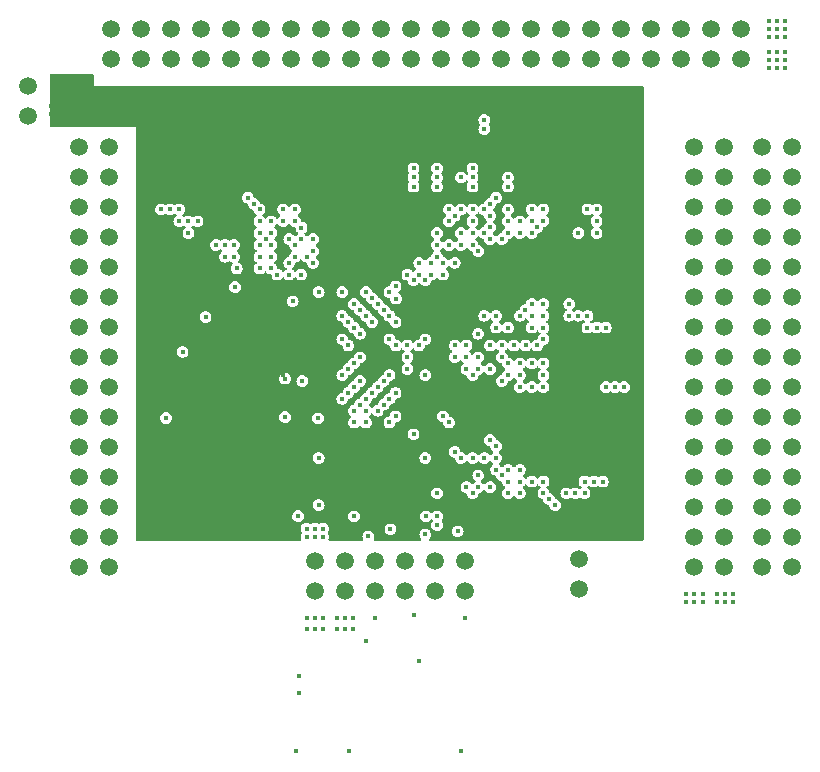
<source format=gbr>
G04 --- HEADER BEGIN --- *
G04 #@! TF.GenerationSoftware,LibrePCB,LibrePCB,1.1.0*
G04 #@! TF.CreationDate,2024-09-08T17:15:58*
G04 #@! TF.ProjectId,flasher,f4b07f79-14a2-4070-9d7d-1f686dcb10c4,v1*
G04 #@! TF.Part,Single*
G04 #@! TF.SameCoordinates*
G04 #@! TF.FileFunction,Copper,L3,Inr*
G04 #@! TF.FilePolarity,Positive*
%FSLAX66Y66*%
%MOMM*%
G01*
G75*
G04 --- HEADER END --- *
G04 --- APERTURE LIST BEGIN --- *
G04 #@! TA.AperFunction,ComponentPad*
%ADD10C,1.5*%
G04 #@! TA.AperFunction,ViaPad*
%ADD11C,0.4*%
%ADD12C,0.7*%
G04 #@! TA.AperFunction,Conductor*
%ADD13C,0.01*%
G04 #@! TD*
G04 --- APERTURE LIST END --- *
G04 --- BOARD BEGIN --- *
D10*
G04 #@! TO.N,P64_1V8*
G04 #@! TO.C,J2*
G04 #@! TO.P,J2,24,24*
X-24804000Y-10630000D03*
G04 #@! TO.N,P45_1V8*
G04 #@! TO.P,J2,2,2*
X-24804000Y17310000D03*
G04 #@! TO.N,P55_1V8*
G04 #@! TO.P,J2,18,18*
X-24804000Y-3010000D03*
G04 #@! TO.N,P53_1V8*
G04 #@! TO.P,J2,8,8*
X-24804000Y9690000D03*
G04 #@! TO.N,P68_1V8*
G04 #@! TO.P,J2,15,15*
X-27344000Y-470000D03*
G04 #@! TO.N,P61_1V8*
G04 #@! TO.P,J2,3,3*
X-27344000Y14770000D03*
G04 #@! TO.N,P72_1V8*
G04 #@! TO.P,J2,14,14*
X-24804000Y2070000D03*
G04 #@! TO.N,P43_1V8*
G04 #@! TO.P,J2,6,6*
X-24804000Y12230000D03*
G04 #@! TO.N,P49_1V8*
G04 #@! TO.P,J2,22,22*
X-24804000Y-8090000D03*
G04 #@! TO.N,P65_1V8*
G04 #@! TO.P,J2,12,12*
X-24804000Y4610000D03*
G04 #@! TO.N,P62_1V8*
G04 #@! TO.P,J2,26,26*
X-24804000Y-13170000D03*
G04 #@! TO.N,P52_1V8*
G04 #@! TO.P,J2,9,9*
X-27344000Y7150000D03*
G04 #@! TO.N,P46_1V8*
G04 #@! TO.P,J2,1,1*
X-27344000Y17310000D03*
G04 #@! TO.N,P50_1V8*
G04 #@! TO.P,J2,23,23*
X-27344000Y-10630000D03*
G04 #@! TO.N,P56_1V8*
G04 #@! TO.P,J2,13,13*
X-27344000Y2070000D03*
G04 #@! TO.N,P58_1V8*
G04 #@! TO.P,J2,19,19*
X-27344000Y-5550000D03*
G04 #@! TO.N,P59_1V8*
G04 #@! TO.P,J2,11,11*
X-27344000Y4610000D03*
G04 #@! TO.N,P54_1V8*
G04 #@! TO.P,J2,7,7*
X-27344000Y9690000D03*
G04 #@! TO.N,P44_1V8*
G04 #@! TO.P,J2,5,5*
X-27344000Y12230000D03*
G04 #@! TO.N,P60_1V8*
G04 #@! TO.P,J2,4,4*
X-24804000Y14770000D03*
G04 #@! TO.N,P66_1V8*
G04 #@! TO.P,J2,28,28*
X-24804000Y-15710000D03*
G04 #@! TO.N,P69_1V8*
G04 #@! TO.P,J2,29,29*
X-27344000Y-18250000D03*
G04 #@! TO.N,P70_1V8*
G04 #@! TO.P,J2,17,17*
X-27344000Y-3010000D03*
G04 #@! TO.N,P51_1V8*
G04 #@! TO.P,J2,30,30*
X-24804000Y-18250000D03*
G04 #@! TO.N,P71_1V8*
G04 #@! TO.P,J2,16,16*
X-24804000Y-470000D03*
G04 #@! TO.N,P47_1V8*
G04 #@! TO.P,J2,20,20*
X-24804000Y-5550000D03*
G04 #@! TO.N,P48_1V8*
G04 #@! TO.P,J2,21,21*
X-27344000Y-8090000D03*
G04 #@! TO.N,P67_1V8*
G04 #@! TO.P,J2,27,27*
X-27344000Y-15710000D03*
G04 #@! TO.N,P57_1V8*
G04 #@! TO.P,J2,10,10*
X-24804000Y7150000D03*
G04 #@! TO.N,P63_1V8*
G04 #@! TO.P,J2,25,25*
X-27344000Y-13170000D03*
G04 #@! TO.N,GND*
G04 #@! TO.C,J4*
G04 #@! TO.P,J4,2,2*
X-31589000Y19991000D03*
G04 #@! TO.N,+5V*
G04 #@! TO.P,J4,1,1*
X-31589000Y22531000D03*
G04 #@! TO.N,P38_3V3*
G04 #@! TO.C,J6*
G04 #@! TO.P,J6,26,26*
X27340000Y-13170000D03*
G04 #@! TO.N,P1_3V3*
G04 #@! TO.P,J6,4,4*
X27340000Y14770000D03*
G04 #@! TO.N,P24_3V3*
G04 #@! TO.P,J6,14,14*
X27340000Y2070000D03*
G04 #@! TO.N,P44_3V3*
G04 #@! TO.P,J6,21,21*
X24800000Y-8090000D03*
G04 #@! TO.N,P2_3V3*
G04 #@! TO.P,J6,6,6*
X27340000Y12230000D03*
G04 #@! TO.N,P26_3V3*
G04 #@! TO.P,J6,11,11*
X24800000Y4610000D03*
G04 #@! TO.N,P40_3V3*
G04 #@! TO.P,J6,28,28*
X27340000Y-15710000D03*
G04 #@! TO.N,P22_3V3*
G04 #@! TO.P,J6,16,16*
X27340000Y-470000D03*
G04 #@! TO.N,P48_3V3*
G04 #@! TO.P,J6,17,17*
X24800000Y-3010000D03*
G04 #@! TO.N,P7_3V3*
G04 #@! TO.P,J6,9,9*
X24800000Y7150000D03*
G04 #@! TO.N,P23_3V3*
G04 #@! TO.P,J6,13,13*
X24800000Y2070000D03*
G04 #@! TO.N,P3_3V3*
G04 #@! TO.P,J6,5,5*
X24800000Y12230000D03*
G04 #@! TO.N,P0_3V3*
G04 #@! TO.P,J6,2,2*
X27340000Y17310000D03*
G04 #@! TO.N,P45_3V3*
G04 #@! TO.P,J6,22,22*
X27340000Y-8090000D03*
G04 #@! TO.N,P35_3V3*
G04 #@! TO.P,J6,23,23*
X24800000Y-10630000D03*
G04 #@! TO.N,P37_3V3*
G04 #@! TO.P,J6,25,25*
X24800000Y-13170000D03*
G04 #@! TO.N,P9_3V3*
G04 #@! TO.P,J6,8,8*
X27340000Y9690000D03*
G04 #@! TO.N,P43_3V3*
G04 #@! TO.P,J6,18,18*
X27340000Y-3010000D03*
G04 #@! TO.N,P6_3V3*
G04 #@! TO.P,J6,7,7*
X24800000Y9690000D03*
G04 #@! TO.N,P49_3V3*
G04 #@! TO.P,J6,20,20*
X27340000Y-5550000D03*
G04 #@! TO.N,N/C*
G04 #@! TO.P,J6,15,15*
X24800000Y-470000D03*
G04 #@! TO.N,GND*
G04 #@! TO.P,J6,30,30*
X27340000Y-18250000D03*
G04 #@! TO.N,P5_3V3*
G04 #@! TO.P,J6,1,1*
X24800000Y17310000D03*
G04 #@! TO.N,P4_3V3*
G04 #@! TO.P,J6,3,3*
X24800000Y14770000D03*
G04 #@! TO.N,P8_3V3*
G04 #@! TO.P,J6,10,10*
X27340000Y7150000D03*
G04 #@! TO.N,P25_3V3*
G04 #@! TO.P,J6,12,12*
X27340000Y4610000D03*
G04 #@! TO.N,VCC3V3*
G04 #@! TO.P,J6,29,29*
X24800000Y-18250000D03*
G04 #@! TO.N,P42_3V3*
G04 #@! TO.P,J6,19,19*
X24800000Y-5550000D03*
G04 #@! TO.N,P41_3V3*
G04 #@! TO.P,J6,27,27*
X24800000Y-15710000D03*
G04 #@! TO.N,P36_3V3*
G04 #@! TO.P,J6,24,24*
X27340000Y-10630000D03*
G04 #@! TO.N,P29_1V8*
G04 #@! TO.C,J1*
G04 #@! TO.P,J1,42,42*
X26202000Y27340000D03*
G04 #@! TO.N,P41_1V8*
G04 #@! TO.P,J1,9,9*
X-14438000Y24800000D03*
G04 #@! TO.N,P0_1V8*
G04 #@! TO.P,J1,6,6*
X-19518000Y27340000D03*
G04 #@! TO.N,P30_1V8*
G04 #@! TO.P,J1,41,41*
X26202000Y24800000D03*
G04 #@! TO.N,P7_1V8*
G04 #@! TO.P,J1,19,19*
X-1738000Y24800000D03*
G04 #@! TO.N,P11_1V8*
G04 #@! TO.P,J1,26,26*
X5882000Y27340000D03*
G04 #@! TO.N,P1_1V8*
G04 #@! TO.P,J1,5,5*
X-19518000Y24800000D03*
G04 #@! TO.N,P40_1V8*
G04 #@! TO.P,J1,17,17*
X-4278000Y24800000D03*
G04 #@! TO.N,GND*
G04 #@! TO.P,J1,44,44*
X28742000Y27340000D03*
G04 #@! TO.N,P6_1V8*
G04 #@! TO.P,J1,8,8*
X-16978000Y27340000D03*
G04 #@! TO.N,P27_1V8*
G04 #@! TO.P,J1,40,40*
X23662000Y27340000D03*
G04 #@! TO.N,P22_1V8*
G04 #@! TO.P,J1,30,30*
X10962000Y27340000D03*
G04 #@! TO.N,P23_1V8*
G04 #@! TO.P,J1,31,31*
X13502000Y24800000D03*
G04 #@! TO.N,P34_1V8*
G04 #@! TO.P,J1,1,1*
X-24598000Y24800000D03*
G04 #@! TO.N,P21_1V8*
G04 #@! TO.P,J1,29,29*
X10962000Y24800000D03*
G04 #@! TO.N,P31_1V8*
G04 #@! TO.P,J1,34,34*
X16042000Y27340000D03*
G04 #@! TO.N,P32_1V8*
G04 #@! TO.P,J1,3,3*
X-22058000Y24800000D03*
G04 #@! TO.N,P12_1V8*
G04 #@! TO.P,J1,25,25*
X5882000Y24800000D03*
G04 #@! TO.N,P17_1V8*
G04 #@! TO.P,J1,24,24*
X3342000Y27340000D03*
G04 #@! TO.N,P33_1V8*
G04 #@! TO.P,J1,2,2*
X-24598000Y27340000D03*
G04 #@! TO.N,P20_1V8*
G04 #@! TO.P,J1,28,28*
X8422000Y27340000D03*
G04 #@! TO.N,P37_1V8*
G04 #@! TO.P,J1,16,16*
X-6818000Y27340000D03*
G04 #@! TO.N,P13_1V8*
G04 #@! TO.P,J1,22,22*
X802000Y27340000D03*
G04 #@! TO.N,P14_1V8*
G04 #@! TO.P,J1,38,38*
X21122000Y27340000D03*
G04 #@! TO.N,VCC1V8*
G04 #@! TO.P,J1,43,43*
X28742000Y24800000D03*
G04 #@! TO.N,P35_1V8*
G04 #@! TO.P,J1,13,13*
X-9358000Y24800000D03*
G04 #@! TO.N,P25_1V8*
G04 #@! TO.P,J1,33,33*
X16042000Y24800000D03*
G04 #@! TO.N,P2_1V8*
G04 #@! TO.P,J1,4,4*
X-22058000Y27340000D03*
G04 #@! TO.N,P19_1V8*
G04 #@! TO.P,J1,27,27*
X8422000Y24800000D03*
G04 #@! TO.N,P3_1V8*
G04 #@! TO.P,J1,7,7*
X-16978000Y24800000D03*
G04 #@! TO.N,P4_1V8*
G04 #@! TO.P,J1,11,11*
X-11898000Y24800000D03*
G04 #@! TO.N,P15_1V8*
G04 #@! TO.P,J1,35,35*
X18582000Y24800000D03*
G04 #@! TO.N,P8_1V8*
G04 #@! TO.P,J1,20,20*
X-1738000Y27340000D03*
G04 #@! TO.N,P28_1V8*
G04 #@! TO.P,J1,37,37*
X21122000Y24800000D03*
G04 #@! TO.N,P10_1V8*
G04 #@! TO.P,J1,21,21*
X802000Y24800000D03*
G04 #@! TO.N,P38_1V8*
G04 #@! TO.P,J1,18,18*
X-4278000Y27340000D03*
G04 #@! TO.N,P16_1V8*
G04 #@! TO.P,J1,36,36*
X18582000Y27340000D03*
G04 #@! TO.N,P18_1V8*
G04 #@! TO.P,J1,23,23*
X3342000Y24800000D03*
G04 #@! TO.N,P39_1V8*
G04 #@! TO.P,J1,15,15*
X-6818000Y24800000D03*
G04 #@! TO.N,P24_1V8*
G04 #@! TO.P,J1,32,32*
X13502000Y27340000D03*
G04 #@! TO.N,P9_1V8*
G04 #@! TO.P,J1,12,12*
X-11898000Y27340000D03*
G04 #@! TO.N,P36_1V8*
G04 #@! TO.P,J1,14,14*
X-9358000Y27340000D03*
G04 #@! TO.N,P26_1V8*
G04 #@! TO.P,J1,39,39*
X23662000Y24800000D03*
G04 #@! TO.N,P42_1V8*
G04 #@! TO.P,J1,10,10*
X-14438000Y27340000D03*
G04 #@! TO.N,GND*
G04 #@! TO.C,J8*
G04 #@! TO.P,J8,2,2*
X15040000Y-20070000D03*
G04 #@! TO.N,PROGRAM_B*
G04 #@! TO.P,J8,1,1*
X15040000Y-17530000D03*
G04 #@! TO.N,P57_3V3*
G04 #@! TO.C,J3*
G04 #@! TO.P,J3,24,24*
X33070000Y-10630000D03*
G04 #@! TO.N,P13_3V3*
G04 #@! TO.P,J3,2,2*
X33070000Y17310000D03*
G04 #@! TO.N,P33_3V3*
G04 #@! TO.P,J3,18,18*
X33070000Y-3010000D03*
G04 #@! TO.N,P11_3V3*
G04 #@! TO.P,J3,8,8*
X33070000Y9690000D03*
G04 #@! TO.N,P15_3V3*
G04 #@! TO.P,J3,15,15*
X30530000Y-470000D03*
G04 #@! TO.N,P27_3V3*
G04 #@! TO.P,J3,3,3*
X30530000Y14770000D03*
G04 #@! TO.N,P21_3V3*
G04 #@! TO.P,J3,14,14*
X33070000Y2070000D03*
G04 #@! TO.N,P10_3V3*
G04 #@! TO.P,J3,6,6*
X33070000Y12230000D03*
G04 #@! TO.N,P51_3V3*
G04 #@! TO.P,J3,22,22*
X33070000Y-8090000D03*
G04 #@! TO.N,P19_3V3*
G04 #@! TO.P,J3,12,12*
X33070000Y4610000D03*
G04 #@! TO.N,P55_3V3*
G04 #@! TO.P,J3,26,26*
X33070000Y-13170000D03*
G04 #@! TO.N,P18_3V3*
G04 #@! TO.P,J3,9,9*
X30530000Y7150000D03*
G04 #@! TO.N,N/C*
G04 #@! TO.P,J3,1,1*
X30530000Y17310000D03*
G04 #@! TO.N,P54_3V3*
G04 #@! TO.P,J3,23,23*
X30530000Y-10630000D03*
G04 #@! TO.N,P30_3V3*
G04 #@! TO.P,J3,13,13*
X30530000Y2070000D03*
G04 #@! TO.N,P29_3V3*
G04 #@! TO.P,J3,19,19*
X30530000Y-5550000D03*
G04 #@! TO.N,P20_3V3*
G04 #@! TO.P,J3,11,11*
X30530000Y4610000D03*
G04 #@! TO.N,P16_3V3*
G04 #@! TO.P,J3,7,7*
X30530000Y9690000D03*
G04 #@! TO.N,P12_3V3*
G04 #@! TO.P,J3,5,5*
X30530000Y12230000D03*
G04 #@! TO.N,P14_3V3*
G04 #@! TO.P,J3,4,4*
X33070000Y14770000D03*
G04 #@! TO.N,N/C*
G04 #@! TO.P,J3,28,28*
X33070000Y-15710000D03*
G04 #@! TO.N,P47_3V3*
G04 #@! TO.P,J3,29,29*
X30530000Y-18250000D03*
G04 #@! TO.N,P32_3V3*
G04 #@! TO.P,J3,17,17*
X30530000Y-3010000D03*
G04 #@! TO.N,P46_3V3*
G04 #@! TO.P,J3,30,30*
X33070000Y-18250000D03*
G04 #@! TO.N,P34_3V3*
G04 #@! TO.P,J3,16,16*
X33070000Y-470000D03*
G04 #@! TO.N,P31_3V3*
G04 #@! TO.P,J3,20,20*
X33070000Y-5550000D03*
G04 #@! TO.N,P50_3V3*
G04 #@! TO.P,J3,21,21*
X30530000Y-8090000D03*
G04 #@! TO.N,P52_3V3*
G04 #@! TO.P,J3,27,27*
X30530000Y-15710000D03*
G04 #@! TO.N,P17_3V3*
G04 #@! TO.P,J3,10,10*
X33070000Y7150000D03*
G04 #@! TO.N,P56_3V3*
G04 #@! TO.P,J3,25,25*
X30530000Y-13170000D03*
G04 #@! TO.N,N23*
G04 #@! TO.C,J5*
G04 #@! TO.P,J5,9,9*
X2817000Y-20270000D03*
G04 #@! TO.N,FLASH_VCC*
G04 #@! TO.P,J5,1,1*
X-7343000Y-20270000D03*
G04 #@! TO.N,GND*
G04 #@! TO.P,J5,4,4*
X-4803000Y-17730000D03*
G04 #@! TO.N,FLASH_SCK*
G04 #@! TO.P,J5,5,5*
X-2263000Y-20270000D03*
G04 #@! TO.N,VCC3V3*
G04 #@! TO.P,J5,2,2*
X-7343000Y-17730000D03*
G04 #@! TO.N,FLASH_VSS*
G04 #@! TO.P,J5,3,3*
X-4803000Y-20270000D03*
G04 #@! TO.N,CCLK*
G04 #@! TO.P,J5,6,6*
X-2263000Y-17730000D03*
G04 #@! TO.N,D0*
G04 #@! TO.P,J5,10,10*
X2817000Y-17730000D03*
G04 #@! TO.N,FLASH_CS*
G04 #@! TO.P,J5,11,11*
X5357000Y-20270000D03*
G04 #@! TO.N,FCS_B*
G04 #@! TO.P,J5,12,12*
X5357000Y-17730000D03*
G04 #@! TO.N,D1*
G04 #@! TO.P,J5,8,8*
X277000Y-17730000D03*
G04 #@! TO.N,N13*
G04 #@! TO.P,J5,7,7*
X277000Y-20270000D03*
D11*
G04 #@! TD.C*
G04 #@! TD.P*
G04 #@! TO.N,GND*
X32500000Y26600000D03*
G04 #@! TO.N,P31_1V8*
X11017000Y10042000D03*
G04 #@! TO.N,GND*
X-29392000Y19508000D03*
X26700000Y-20500000D03*
G04 #@! TO.N,VCC3V3*
X24100000Y-20500000D03*
G04 #@! TO.N,P71_1V8*
X-8500000Y6524000D03*
G04 #@! TO.N,P45_3V3*
X9018000Y-11994000D03*
G04 #@! TO.N,P28_1V8*
X10017000Y11042000D03*
G04 #@! TO.N,P70_1V8*
X-9500000Y6524000D03*
G04 #@! TO.N,P21_3V3*
X12018000Y-1994000D03*
G04 #@! TO.N,VCC3V3*
X24800000Y-21200000D03*
G04 #@! TO.N,GND*
X-7018000Y10042000D03*
X3018000Y-7994000D03*
X-13018000Y-2993000D03*
G04 #@! TO.N,P34_1V8*
X1017000Y13982000D03*
G04 #@! TO.N,GND*
X-4018000Y3042000D03*
G04 #@! TO.N,P55_3V3*
X9018000Y-9994000D03*
G04 #@! TO.N,P63_1V8*
X-14958000Y9042000D03*
G04 #@! TO.N,GND*
X2018000Y-9994000D03*
G04 #@! TO.N,P33_1V8*
X2017000Y6042000D03*
G04 #@! TO.N,GND*
X-5018000Y-9993000D03*
G04 #@! TO.N,P9_1V8*
X6017000Y13982000D03*
G04 #@! TO.N,VCC3V3*
X10497000Y3528000D03*
G04 #@! TO.N,GND*
X2017000Y12042000D03*
G04 #@! TO.N,P36_1V8*
X3017000Y9042000D03*
G04 #@! TO.N,GND*
X7018000Y-9994000D03*
X11018000Y-11994000D03*
X-7168028Y3947000D03*
G04 #@! TO.N,VCC1V0*
X-4018000Y-4993000D03*
G04 #@! TO.N,GND*
X-11018000Y2042000D03*
X-1018000Y-4993000D03*
X31100000Y28000000D03*
X-7018000Y9042000D03*
X32500000Y28000000D03*
G04 #@! TO.N,VCC3V3*
X-8754000Y-13928000D03*
G04 #@! TO.N,P27_1V8*
X15747000Y12042000D03*
G04 #@! TO.N,GND*
X2017000Y9042000D03*
X8018000Y-2994000D03*
G04 #@! TO.N,PROGRAM_B*
X3018000Y-13934000D03*
G04 #@! TO.N,GND*
X-7018000Y-10993000D03*
G04 #@! TO.N,VCC3V3*
X-3018000Y-5993000D03*
G04 #@! TO.N,VCC1V8*
X7500000Y12524000D03*
G04 #@! TO.N,P59_1V8*
X-9500000Y9525000D03*
G04 #@! TO.N,GND*
X-27692000Y20808000D03*
G04 #@! TO.N,P54_3V3*
X10018000Y-9994000D03*
G04 #@! TO.N,P11_1V8*
X7017000Y19622000D03*
G04 #@! TO.N,GND*
X-3018000Y11042000D03*
G04 #@! TO.N,P3_3V3*
X15746000Y3042000D03*
G04 #@! TO.N,VCC3V3*
X-2813000Y-15638000D03*
G04 #@! TO.N,GND*
X-5018000Y-6993000D03*
X-28692000Y19508000D03*
G04 #@! TO.N,P58_1V8*
X-18038000Y10042000D03*
G04 #@! TO.N,VCC1V8*
X8017000Y13042000D03*
G04 #@! TO.N,P54_1V8*
X-20348000Y12042000D03*
G04 #@! TO.N,GND*
X-1018000Y-6993000D03*
X-2018000Y5042000D03*
G04 #@! TO.N,FLASH_VSS*
X-4103000Y-23470000D03*
G04 #@! TO.N,P17_1V8*
X9017000Y14752000D03*
G04 #@! TO.N,VCC1V8*
X-5018000Y5042000D03*
G04 #@! TO.N,INIT_B*
X-3018000Y-4993000D03*
G04 #@! TO.N,P2_1V8*
X4017000Y12042000D03*
G04 #@! TO.N,VCC1V8*
X-4500000Y-3475000D03*
X-5018000Y-3993000D03*
G04 #@! TO.N,GND*
X-5503000Y-14980000D03*
G04 #@! TO.N,P30_1V8*
X16517000Y10042000D03*
G04 #@! TO.N,VCC3V3*
X-16586000Y2942000D03*
G04 #@! TO.N,+5V*
X-9855000Y-5525000D03*
G04 #@! TO.N,VCC3V3*
X8501000Y-471000D03*
G04 #@! TO.N,GND*
X-8018000Y-11993000D03*
G04 #@! TO.N,P8_1V8*
X6017000Y11047000D03*
G04 #@! TO.N,GND*
X2018000Y-4994000D03*
D12*
X-12621028Y-1955000D03*
D11*
X3017000Y11042000D03*
X26700000Y-21200000D03*
G04 #@! TO.N,P67_1V8*
X-11018000Y8042000D03*
G04 #@! TO.N,GND*
X-4018000Y-1993000D03*
X4018000Y-994000D03*
G04 #@! TO.N,P1_3V3*
X14206000Y4042000D03*
G04 #@! TO.N,M0*
X-7018000Y-12993000D03*
G04 #@! TO.N,P1_1V8*
X4017000Y11042000D03*
G04 #@! TO.N,P4_3V3*
X14206000Y3042000D03*
G04 #@! TO.N,P65_1V8*
X-7500000Y8524000D03*
G04 #@! TO.N,GND*
X-3018000Y7042000D03*
G04 #@! TO.N,P33_1V8*
X1017000Y14752000D03*
G04 #@! TO.N,VCC1V0*
X-2501000Y4525000D03*
X-3018000Y5042000D03*
G04 #@! TO.N,P69_1V8*
X-12018000Y7042000D03*
G04 #@! TO.N,P53_1V8*
X-10018000Y12042000D03*
G04 #@! TO.N,VCC1V8*
X-11499000Y9522000D03*
G04 #@! TO.N,P7_3V3*
X9017000Y2042000D03*
G04 #@! TO.N,P18_1V8*
X9017000Y12042000D03*
G04 #@! TO.N,GND*
X-2018000Y12042000D03*
G04 #@! TO.N,FLASH_VCC*
X-8043000Y-22570000D03*
G04 #@! TO.N,GND*
X31800000Y28000000D03*
G04 #@! TO.N,VCC1V0*
X-500000Y-5480000D03*
X-1018000Y-5993000D03*
G04 #@! TO.N,P62_1V8*
X-14188000Y9042000D03*
G04 #@! TO.N,P36_3V3*
X12018000Y-11994000D03*
G04 #@! TO.N,D2*
X500000Y-475000D03*
X1018000Y-22282000D03*
G04 #@! TO.N,P55_1V8*
X-12018000Y11042000D03*
G04 #@! TO.N,GND*
X8017000Y8042000D03*
G04 #@! TO.N,VCC3V3*
X-6643000Y-14980000D03*
X-7343000Y-15680000D03*
G04 #@! TO.N,GND*
X1018000Y-12994000D03*
X3017000Y13042000D03*
G04 #@! TO.N,P29_1V8*
X11017000Y11042000D03*
G04 #@! TO.N,GND*
X-4018000Y7042000D03*
G04 #@! TO.N,VCC3V3*
X12500000Y-12475000D03*
G04 #@! TO.N,P52_3V3*
X6500000Y-10476000D03*
G04 #@! TO.N,P68_1V8*
X-9500000Y7524000D03*
G04 #@! TO.N,GND*
X-9018000Y-4993000D03*
G04 #@! TO.N,P44_3V3*
X14728000Y-11994000D03*
G04 #@! TO.N,P27_1V8*
X12017000Y12042000D03*
G04 #@! TO.N,DONE*
X-4018000Y-13933000D03*
G04 #@! TO.N,FLASH_VCC*
X-6643000Y-23470000D03*
G04 #@! TO.N,P17_3V3*
X11018000Y-994000D03*
G04 #@! TO.N,GND*
X-4018000Y1042000D03*
G04 #@! TO.N,P12_3V3*
X9500000Y524000D03*
G04 #@! TO.N,+5V*
X-7063000Y-5641000D03*
G04 #@! TO.N,GND*
X-12735000Y-11175000D03*
G04 #@! TO.N,P0_1V8*
X3017000Y15522000D03*
G04 #@! TO.N,P57_1V8*
X-10018000Y11042000D03*
G04 #@! TO.N,FLASH_VCC*
X-8918000Y-33833000D03*
G04 #@! TO.N,P4_3V3*
X12017000Y3042000D03*
G04 #@! TO.N,FLASH_VSS*
X-4103000Y-22570000D03*
G04 #@! TO.N,P12_1V8*
X7017000Y12042000D03*
G04 #@! TO.N,GND*
X-5018000Y9042000D03*
G04 #@! TO.N,P18_1V8*
X9017000Y13982000D03*
G04 #@! TO.N,VCC1V8*
X31800000Y25400000D03*
G04 #@! TO.N,GND*
X-29692000Y20108000D03*
G04 #@! TO.N,+5V*
X-19934000Y-5605000D03*
G04 #@! TO.N,P69_1V8*
X-13958000Y7042000D03*
G04 #@! TO.N,P44_3V3*
X10018000Y-11994000D03*
G04 #@! TO.N,GND*
X-7018000Y-9993000D03*
X11018000Y-1994000D03*
G04 #@! TO.N,VCC1V0*
X-1499000Y-4476000D03*
G04 #@! TO.N,GND*
X2018000Y-10994000D03*
G04 #@! TO.N,VCC3V3*
X6018000Y-1994000D03*
G04 #@! TO.N,GND*
X-5613000Y-5641000D03*
G04 #@! TO.N,P8_3V3*
X16516000Y2042000D03*
G04 #@! TO.N,P49_3V3*
X17038000Y-10994000D03*
G04 #@! TO.N,FLASH_VCC*
X-6643000Y-22570000D03*
G04 #@! TO.N,GND*
X-1018000Y2042000D03*
G04 #@! TO.N,VCC3V3*
X8017000Y3042000D03*
X5501000Y-11476000D03*
G04 #@! TO.N,GND*
X5018000Y-3994000D03*
G04 #@! TO.N,VCC1V8*
X31100000Y24000000D03*
G04 #@! TO.N,GND*
X-28692000Y20608000D03*
G04 #@! TO.N,VCC1V8*
X32500000Y24000000D03*
G04 #@! TO.N,P7_1V8*
X6017000Y10042000D03*
G04 #@! TO.N,P60_1V8*
X-8500000Y9525000D03*
G04 #@! TO.N,GND*
X5017000Y7042000D03*
G04 #@! TO.N,VCC1V0*
X-1018000Y-1993000D03*
G04 #@! TO.N,P34_3V3*
X8500000Y-2476000D03*
G04 #@! TO.N,PROGRAM_B*
X2078000Y-13934000D03*
G04 #@! TO.N,VCC3V3*
X9018000Y-994000D03*
G04 #@! TO.N,GND*
X7175000Y-15852000D03*
G04 #@! TO.N,VCC3V3*
X-940000Y-15040000D03*
G04 #@! TO.N,P72_1V8*
X-9018000Y8042000D03*
G04 #@! TO.N,VCC3V3*
X13018000Y-12994000D03*
G04 #@! TO.N,P32_1V8*
X1017000Y15522000D03*
G04 #@! TO.N,FLASH_VSS*
X-8718000Y-28933000D03*
G04 #@! TO.N,P40_1V8*
X4500000Y7524000D03*
G04 #@! TO.N,P57_3V3*
X6018000Y-8994000D03*
G04 #@! TO.N,GND*
X6018000Y-6994000D03*
G04 #@! TO.N,P37_1V8*
X4017000Y9042000D03*
G04 #@! TO.N,P7_1V8*
X6017000Y15522000D03*
G04 #@! TO.N,GND*
X3017000Y12042000D03*
G04 #@! TO.N,P52_1V8*
X-12018000Y12042000D03*
G04 #@! TO.N,GND*
X-5018000Y-7993000D03*
X-4018000Y12042000D03*
X-3018000Y-10993000D03*
X-3018000Y10042000D03*
X-2018000Y8042000D03*
G04 #@! TO.N,P41_1V8*
X2500000Y6524000D03*
G04 #@! TO.N,VCC3V3*
X5018000Y-8994000D03*
G04 #@! TO.N,GND*
X-5018000Y8042000D03*
X7017000Y11042000D03*
G04 #@! TO.N,P57_1V8*
X-18808000Y11042000D03*
G04 #@! TO.N,GND*
X-8018000Y3042000D03*
G04 #@! TO.N,P15_1V8*
X7500000Y10525000D03*
G04 #@! TO.N,GND*
X-4018000Y-7993000D03*
X31800000Y26600000D03*
G04 #@! TO.N,FLASH_VCC*
X-8043000Y-23470000D03*
G04 #@! TO.N,D3*
X-2982000Y-24500000D03*
X500000Y524000D03*
G04 #@! TO.N,VCC3V3*
X25500000Y-21200000D03*
G04 #@! TO.N,GND*
X-5018000Y-10993000D03*
G04 #@! TO.N,P50_3V3*
X8018000Y-8994000D03*
G04 #@! TO.N,GND*
X-11018000Y12042000D03*
G04 #@! TO.N,CFGBVS*
X2018000Y-8994000D03*
G04 #@! TO.N,D1*
X2018000Y-15474000D03*
G04 #@! TO.N,GND*
X11017000Y9042000D03*
G04 #@! TO.N,P8_1V8*
X6017000Y14752000D03*
G04 #@! TO.N,GND*
X3017000Y3042000D03*
G04 #@! TO.N,P19_3V3*
X9018000Y-1994000D03*
G04 #@! TO.N,VCC1V8*
X500000Y6524000D03*
G04 #@! TO.N,GND*
X-1018000Y-9993000D03*
G04 #@! TO.N,+5V*
X-14088000Y5461000D03*
G04 #@! TO.N,GND*
X-5018000Y-5993000D03*
G04 #@! TO.N,CLK_27MHZ*
X6500000Y8524000D03*
G04 #@! TO.N,FLASH_VSS*
X-5503000Y-22570000D03*
G04 #@! TO.N,VCC3V3*
X8500000Y-10472000D03*
G04 #@! TO.N,P13_3V3*
X7017000Y3042000D03*
G04 #@! TO.N,GND*
X-4103000Y-14980000D03*
G04 #@! TO.N,P14_3V3*
X6497000Y1522000D03*
G04 #@! TO.N,GND*
X6017000Y4042000D03*
G04 #@! TO.N,P51_3V3*
X7018000Y-8994000D03*
G04 #@! TO.N,GND*
X-27992000Y19508000D03*
X-2018000Y-11993000D03*
G04 #@! TO.N,VCC1V0*
X-1476000Y3500000D03*
X-2018000Y4042000D03*
G04 #@! TO.N,VCC3V3*
X4760000Y-15210000D03*
X25500000Y-20500000D03*
G04 #@! TO.N,P29_1V8*
X16517000Y11042000D03*
G04 #@! TO.N,GND*
X-3018000Y4042000D03*
G04 #@! TO.N,VCC1V8*
X31100000Y25400000D03*
G04 #@! TO.N,VCC1V0*
X-3018000Y3042000D03*
G04 #@! TO.N,P6_3V3*
X12017000Y2042000D03*
G04 #@! TO.N,VCC3V3*
X11501000Y524000D03*
G04 #@! TO.N,VCC1V8*
X-10500000Y6524000D03*
X-11018000Y7042000D03*
X-13018000Y13042000D03*
G04 #@! TO.N,GND*
X-6943000Y-2489000D03*
G04 #@! TO.N,VCC1V0*
X-1018000Y1042000D03*
X-500000Y524000D03*
G04 #@! TO.N,GND*
X-27692000Y20108000D03*
G04 #@! TO.N,M0*
X-7018000Y-8993000D03*
G04 #@! TO.N,VCC1V8*
X31100000Y24700000D03*
G04 #@! TO.N,VCC1V0*
X-3500000Y1525000D03*
G04 #@! TO.N,GND*
X2018000Y-11994000D03*
G04 #@! TO.N,FLASH_VSS*
X-5503000Y-23470000D03*
G04 #@! TO.N,GND*
X13017000Y13042000D03*
X9018000Y-5994000D03*
G04 #@! TO.N,P38_1V8*
X5017000Y9042000D03*
G04 #@! TO.N,VCC1V8*
X8499000Y9522000D03*
X-5018000Y1042000D03*
X-4500000Y524000D03*
G04 #@! TO.N,GND*
X-8018000Y11042000D03*
X1018000Y-8994000D03*
G04 #@! TO.N,P43_3V3*
X12018000Y-10994000D03*
G04 #@! TO.N,P0_1V8*
X3017000Y10042000D03*
G04 #@! TO.N,GND*
X-4103000Y-15680000D03*
X-2018000Y-3993000D03*
G04 #@! TO.N,VCC1V8*
X-7018000Y5042000D03*
G04 #@! TO.N,GND*
X-1018000Y-2993000D03*
G04 #@! TO.N,P35_1V8*
X1500000Y7525000D03*
G04 #@! TO.N,GND*
X1017000Y13042000D03*
X-1018000Y-993000D03*
X9017000Y5042000D03*
G04 #@! TO.N,VCC3V3*
X7497000Y-7472000D03*
X-7343000Y-14980000D03*
G04 #@! TO.N,P1_1V8*
X3017000Y14752000D03*
G04 #@! TO.N,GND*
X-6018000Y-11993000D03*
X-6018000Y-3993000D03*
X-1018000Y4042000D03*
G04 #@! TO.N,P23_3V3*
X11018000Y-2994000D03*
G04 #@! TO.N,GND*
X-4018000Y-11993000D03*
G04 #@! TO.N,FLASH_VSS*
X-4803000Y-22570000D03*
G04 #@! TO.N,GND*
X-2018000Y-7993000D03*
G04 #@! TO.N,CLK_3V3_29.5MHZ*
X7500000Y525000D03*
G04 #@! TO.N,P22_3V3*
X10018000Y-2994000D03*
G04 #@! TO.N,GND*
X10018000Y-8994000D03*
G04 #@! TO.N,P31_1V8*
X14977000Y10042000D03*
G04 #@! TO.N,VCC1V8*
X2500000Y7525000D03*
X3017000Y8042000D03*
G04 #@! TO.N,GND*
X-4018000Y9042000D03*
X-8018000Y13042000D03*
G04 #@! TO.N,P2_3V3*
X14976000Y3042000D03*
G04 #@! TO.N,VCC3V3*
X24800000Y-20500000D03*
G04 #@! TO.N,P30_3V3*
X5500000Y524000D03*
G04 #@! TO.N,GND*
X-2018000Y3042000D03*
G04 #@! TO.N,P58_1V8*
X-11018000Y10042000D03*
G04 #@! TO.N,+5V*
X-9213000Y4261000D03*
G04 #@! TO.N,P16_1V8*
X7500000Y11524000D03*
G04 #@! TO.N,GND*
X2018000Y-994000D03*
G04 #@! TO.N,VCC1V0*
X-4018000Y2042000D03*
G04 #@! TO.N,VCC3V3*
X-6643000Y-15680000D03*
G04 #@! TO.N,P48_3V3*
X16268000Y-10994000D03*
G04 #@! TO.N,GND*
X-9018000Y6042000D03*
G04 #@! TO.N,P29_3V3*
X4500000Y524000D03*
G04 #@! TO.N,P39_1V8*
X3500000Y7524000D03*
G04 #@! TO.N,GND*
X-6648028Y3947000D03*
G04 #@! TO.N,VCC1V8*
X-12500000Y12522000D03*
G04 #@! TO.N,GND*
X2017000Y11042000D03*
G04 #@! TO.N,P45_3V3*
X15498000Y-11994000D03*
G04 #@! TO.N,GND*
X-6018000Y-12993000D03*
G04 #@! TO.N,VCC1V8*
X12017000Y11042000D03*
G04 #@! TO.N,GND*
X-10018000Y-11993000D03*
G04 #@! TO.N,VCC1V8*
X-8018000Y8042000D03*
G04 #@! TO.N,GND*
X-8018000Y12042000D03*
G04 #@! TO.N,P46_3V3*
X7500000Y-11476000D03*
G04 #@! TO.N,VCC1V0*
X-1500000Y-2476000D03*
X-2018000Y-2993000D03*
G04 #@! TO.N,VCC1V8*
X-7493000Y7523000D03*
G04 #@! TO.N,P2_1V8*
X3017000Y13982000D03*
G04 #@! TO.N,P56_3V3*
X8018000Y-9994000D03*
G04 #@! TO.N,GND*
X-8018000Y-10993000D03*
G04 #@! TO.N,P66_1V8*
X-14188000Y8042000D03*
G04 #@! TO.N,P49_3V3*
X10018000Y-10994000D03*
G04 #@! TO.N,LED1*
X-18536000Y-8000D03*
G04 #@! TO.N,VCC1V0*
X-2499000Y2524000D03*
X-3018000Y-3993000D03*
G04 #@! TO.N,GND*
X4017000Y10042000D03*
G04 #@! TO.N,P31_3V3*
X5500000Y-475000D03*
G04 #@! TO.N,VCC3V3*
X4499000Y-8472000D03*
G04 #@! TO.N,GND*
X-12018000Y-5993000D03*
G04 #@! TO.N,CFGBVS*
X3018000Y-14704000D03*
G04 #@! TO.N,FLASH_SCK*
X-2263000Y-22570000D03*
G04 #@! TO.N,GND*
X-4018000Y-8993000D03*
X-6018000Y13042000D03*
G04 #@! TO.N,P42_1V8*
X3500000Y6524000D03*
G04 #@! TO.N,P36_3V3*
X13958000Y-11994000D03*
G04 #@! TO.N,GND*
X-8018000Y-12993000D03*
X-10018000Y9042000D03*
X-4018000Y-6993000D03*
X-5018000Y4042000D03*
G04 #@! TO.N,P67_1V8*
X-14958000Y8042000D03*
G04 #@! TO.N,GND*
X-2018000Y13042000D03*
G04 #@! TO.N,P9_1V8*
X6017000Y12042000D03*
G04 #@! TO.N,P1_3V3*
X12017000Y4042000D03*
G04 #@! TO.N,VCC1V8*
X4489000Y11524000D03*
G04 #@! TO.N,GND*
X3018000Y-10994000D03*
X32500000Y27300000D03*
G04 #@! TO.N,VCC1V8*
X-9018000Y11042000D03*
X32500000Y25400000D03*
X-12018000Y10042000D03*
G04 #@! TO.N,GND*
X13017000Y3042000D03*
G04 #@! TO.N,VCC1V0*
X-2500000Y-3475000D03*
G04 #@! TO.N,VCC1V8*
X31800000Y24700000D03*
G04 #@! TO.N,GND*
X-5018000Y-993000D03*
G04 #@! TO.N,FLASH_VSS*
X5020000Y-33833000D03*
G04 #@! TO.N,GND*
X-1018000Y11042000D03*
X1018000Y-11994000D03*
G04 #@! TO.N,VCC1V0*
X-3500000Y-475000D03*
G04 #@! TO.N,FCS_B*
X4500000Y-476000D03*
G04 #@! TO.N,VCC1V0*
X-4018000Y-2993000D03*
G04 #@! TO.N,GND*
X28100000Y-21200000D03*
G04 #@! TO.N,VCC1V0*
X-475000Y4500000D03*
X-1018000Y5042000D03*
G04 #@! TO.N,PROGRAM_B*
X3018000Y-11994000D03*
G04 #@! TO.N,P54_1V8*
X-9018000Y12042000D03*
G04 #@! TO.N,FLASH_VSS*
X-4803000Y-23470000D03*
G04 #@! TO.N,GND*
X12017000Y6042000D03*
G04 #@! TO.N,VCC1V0*
X-3501000Y-2475000D03*
G04 #@! TO.N,VCC3V3*
X12017000Y1042000D03*
G04 #@! TO.N,P55_1V8*
X-17268000Y11042000D03*
G04 #@! TO.N,VCC1V8*
X-5018000Y3042000D03*
X-4500000Y2524000D03*
G04 #@! TO.N,GND*
X-2018000Y-8993000D03*
X1017000Y12042000D03*
X-4018000Y-12993000D03*
G04 #@! TO.N,P56_1V8*
X-18038000Y11042000D03*
G04 #@! TO.N,GND*
X-1018000Y10042000D03*
G04 #@! TO.N,VCC1V0*
X-2018000Y-4993000D03*
G04 #@! TO.N,GND*
X-5018000Y-2993000D03*
X-7018000Y11042000D03*
X8018000Y-12994000D03*
G04 #@! TO.N,VCC1V0*
X-1018000Y3042000D03*
X-500000Y2524000D03*
X-3500000Y-4475000D03*
G04 #@! TO.N,GND*
X10017000Y2042000D03*
G04 #@! TO.N,FLASH_VCC*
X-7343000Y-23470000D03*
G04 #@! TO.N,P3_3V3*
X10017000Y3042000D03*
G04 #@! TO.N,GND*
X1018000Y-7994000D03*
G04 #@! TO.N,VCC1V8*
X5017000Y12042000D03*
X-4500000Y-1476000D03*
X-5018000Y-1993000D03*
G04 #@! TO.N,GND*
X31100000Y26600000D03*
G04 #@! TO.N,CCLK*
X-500000Y5524000D03*
G04 #@! TO.N,VCC3V3*
X1018000Y-6994000D03*
G04 #@! TO.N,FLASH_SCK*
X1482000Y-26213000D03*
G04 #@! TO.N,GND*
X-6018000Y9042000D03*
G04 #@! TO.N,P24_3V3*
X17308000Y-2994000D03*
G04 #@! TO.N,GND*
X-8018000Y-7993000D03*
G04 #@! TO.N,P53_1V8*
X-19578000Y12042000D03*
G04 #@! TO.N,P23_3V3*
X18078000Y-2994000D03*
G04 #@! TO.N,VCC1V8*
X9017000Y10042000D03*
G04 #@! TO.N,P8_3V3*
X11017000Y2042000D03*
G04 #@! TO.N,P26_1V8*
X11017000Y12042000D03*
G04 #@! TO.N,P47_3V3*
X6500000Y-11476000D03*
G04 #@! TO.N,FLASH_VCC*
X-7343000Y-22570000D03*
G04 #@! TO.N,GND*
X-4803000Y-15680000D03*
X31100000Y27300000D03*
X-4803000Y-14980000D03*
G04 #@! TO.N,P16_3V3*
X10018000Y-994000D03*
G04 #@! TO.N,P27_3V3*
X8017000Y2042000D03*
G04 #@! TO.N,GND*
X10017000Y12042000D03*
G04 #@! TO.N,VCC3V3*
X-8043000Y-14980000D03*
G04 #@! TO.N,P52_1V8*
X-18808000Y12042000D03*
G04 #@! TO.N,GND*
X-3018000Y-6993000D03*
X-4018000Y-3993000D03*
X-13018000Y-12993000D03*
G04 #@! TO.N,P64_1V8*
X-15728000Y9042000D03*
G04 #@! TO.N,VCC3V3*
X-8043000Y-15680000D03*
G04 #@! TO.N,GND*
X1017000Y8042000D03*
G04 #@! TO.N,FLASH_VCC*
X-8718000Y-27483000D03*
G04 #@! TO.N,GND*
X-4018000Y8042000D03*
X31800000Y27300000D03*
G04 #@! TO.N,VCC1V0*
X-4018000Y-993000D03*
G04 #@! TO.N,GND*
X-2018000Y-12993000D03*
X-13018000Y8042000D03*
X-2018000Y-6993000D03*
X13018000Y-7994000D03*
G04 #@! TO.N,P34_1V8*
X1500000Y6525000D03*
G04 #@! TO.N,GND*
X-6018000Y12042000D03*
G04 #@! TO.N,P10_3V3*
X10500000Y525000D03*
G04 #@! TO.N,VCC3V3*
X4018000Y-5994000D03*
X3499000Y-5475000D03*
G04 #@! TO.N,GND*
X-5018000Y-8993000D03*
X-12018000Y5042000D03*
X-3018000Y-9993000D03*
G04 #@! TO.N,P32_3V3*
X6500000Y-1476000D03*
G04 #@! TO.N,GND*
X-1018000Y7042000D03*
G04 #@! TO.N,D1*
X2018000Y-1994000D03*
G04 #@! TO.N,FLASH_CS*
X-4418000Y-33833000D03*
G04 #@! TO.N,GND*
X-11018000Y-8993000D03*
G04 #@! TO.N,P20_3V3*
X10018000Y-1994000D03*
G04 #@! TO.N,VCC3V3*
X9018000Y-10994000D03*
X5499000Y-1475000D03*
G04 #@! TO.N,GND*
X-5018000Y11042000D03*
G04 #@! TO.N,VCC3V3*
X24100000Y-21200000D03*
G04 #@! TO.N,GND*
X27400000Y-21200000D03*
G04 #@! TO.N,+5V*
X-8393000Y-2489000D03*
G04 #@! TO.N,GND*
X-2018000Y9042000D03*
G04 #@! TO.N,VCC3V3*
X2017000Y1042000D03*
X1500000Y525000D03*
G04 #@! TO.N,P12_1V8*
X7017000Y18852000D03*
G04 #@! TO.N,P64_1V8*
X-9018000Y9042000D03*
G04 #@! TO.N,GND*
X-18560000Y-5605000D03*
G04 #@! TO.N,VCC1V8*
X11500000Y10524000D03*
G04 #@! TO.N,GND*
X-2018000Y-5993000D03*
G04 #@! TO.N,P56_1V8*
X-11018000Y11042000D03*
G04 #@! TO.N,P18_3V3*
X12018000Y-994000D03*
G04 #@! TO.N,GND*
X-2018000Y7042000D03*
X12018000Y-4994000D03*
G04 #@! TO.N,P15_3V3*
X6500000Y-476000D03*
G04 #@! TO.N,P17_1V8*
X9017000Y11042000D03*
G04 #@! TO.N,GND*
X-29692000Y20808000D03*
G04 #@! TO.N,VCC3V3*
X8018000Y-7994000D03*
G04 #@! TO.N,VCC1V8*
X-8470000Y10507000D03*
X32500000Y24700000D03*
G04 #@! TO.N,GND*
X-5503000Y-15680000D03*
G04 #@! TO.N,P7_3V3*
X17286000Y2042000D03*
G04 #@! TO.N,GND*
X-17200000Y-5605000D03*
G04 #@! TO.N,P43_3V3*
X15498000Y-10994000D03*
G04 #@! TO.N,GND*
X-5018000Y2042000D03*
G04 #@! TO.N,P6_3V3*
X15746000Y2042000D03*
G04 #@! TO.N,P32_1V8*
X1017000Y6042000D03*
G04 #@! TO.N,GND*
X-3018000Y-2993000D03*
X1017000Y9042000D03*
G04 #@! TO.N,VCC3V3*
X6018000Y-11994000D03*
G04 #@! TO.N,P48_3V3*
X11018000Y-10994000D03*
G04 #@! TO.N,P11_3V3*
X8500000Y525000D03*
G04 #@! TO.N,GND*
X-4018000Y13042000D03*
G04 #@! TO.N,VCC1V8*
X31800000Y24000000D03*
X6017000Y9042000D03*
G04 #@! TO.N,P4_1V8*
X5017000Y14752000D03*
G04 #@! TO.N,GND*
X28100000Y-20500000D03*
G04 #@! TO.N,FLASH_CS*
X5357000Y-22570000D03*
G04 #@! TO.N,DONE*
X-4018000Y-5993000D03*
G04 #@! TO.N,P2_3V3*
X11017000Y3042000D03*
G04 #@! TO.N,GND*
X27400000Y-20500000D03*
G04 #@! TO.N,P33_3V3*
X7500000Y-1476000D03*
G04 #@! TO.N,GND*
X-10018000Y-1993000D03*
G04 #@! TO.N,VCC3V3*
X11017000Y4042000D03*
G04 #@! TO.N,GND*
X-1018000Y-10993000D03*
G04 #@! TO.N,P11_1V8*
X7017000Y10042000D03*
G04 #@! TO.N,D0*
X500000Y-1475000D03*
G04 #@! TO.N,VCC1V0*
X-3501000Y3525000D03*
X-4018000Y4042000D03*
G04 #@! TO.N,P24_3V3*
X12018000Y-2994000D03*
G04 #@! TO.N,GND*
X7017000Y1042000D03*
D12*
X-13591028Y-1955000D03*
D11*
G04 #@! TO.N,P22_3V3*
X18848000Y-2994000D03*
G04 #@! TO.N,P30_1V8*
X10017000Y10042000D03*
G04 #@! TO.N,+5V*
X-9855000Y-2275000D03*
G04 #@! TO.N,P63_1V8*
X-11018000Y9042000D03*
G04 #@! TO.N,VCC1V0*
X-1018000Y-3993000D03*
X-500000Y-3476000D03*
G04 #@! TO.N,GND*
X3018000Y-12994000D03*
G04 #@! TO.N,P4_1V8*
X5017000Y10042000D03*
G04 #@! TO.N,P62_1V8*
X-12018000Y9042000D03*
G04 #@! TO.N,P66_1V8*
X-12018000Y8042000D03*
G04 #@! TO.N,P14_1V8*
X7500000Y9524000D03*
G04 #@! TO.N,GND*
X-15538000Y5461000D03*
G04 #@! TO.N,P26_1V8*
X16517000Y12042000D03*
G04 #@! TO.N,GND*
X-5018000Y10042000D03*
G04 #@! TO.N,P61_1V8*
X-7500000Y9524000D03*
G04 #@! TO.N,GND*
X2017000Y10042000D03*
X-6018000Y-8993000D03*
D13*
G04 #@! TA.AperFunction,Conductor*
G36*
X-29800000Y19099999D02*
X-29780500Y19040672D01*
X-29700001Y19000000D01*
X-22516013Y19000000D01*
X-22511248Y18998434D01*
X-22500000Y18976172D01*
X-22500000Y-15900001D01*
X-22480500Y-15959328D01*
X-22400001Y-16000000D01*
X-19940494Y-16000000D01*
X-19940494Y-6104145D01*
X-20056916Y-6088818D01*
X-20069463Y-6085456D01*
X-20177947Y-6040520D01*
X-20189199Y-6034024D01*
X-20282352Y-5962544D01*
X-20291544Y-5953352D01*
X-20363024Y-5860199D01*
X-20369520Y-5848947D01*
X-20414456Y-5740463D01*
X-20417818Y-5727916D01*
X-20433145Y-5611494D01*
X-20433145Y-5598506D01*
X-20417818Y-5482084D01*
X-20414456Y-5469537D01*
X-20369520Y-5361053D01*
X-20363024Y-5349801D01*
X-20291544Y-5256648D01*
X-20282352Y-5247456D01*
X-20189199Y-5175976D01*
X-20177947Y-5169480D01*
X-20069463Y-5124544D01*
X-20056916Y-5121182D01*
X-19940494Y-5105855D01*
X-19927506Y-5105855D01*
X-19811084Y-5121182D01*
X-19798537Y-5124544D01*
X-19690053Y-5169480D01*
X-19678801Y-5175976D01*
X-19585648Y-5247456D01*
X-19576456Y-5256648D01*
X-19504976Y-5349801D01*
X-19498480Y-5361053D01*
X-19453544Y-5469537D01*
X-19450182Y-5482084D01*
X-19434855Y-5598506D01*
X-19434855Y-5611494D01*
X-19450182Y-5727916D01*
X-19453544Y-5740463D01*
X-19498480Y-5848947D01*
X-19504976Y-5860199D01*
X-19576456Y-5953352D01*
X-19585648Y-5962544D01*
X-19678801Y-6034024D01*
X-19690053Y-6040520D01*
X-19798537Y-6085456D01*
X-19811084Y-6088818D01*
X-19927506Y-6104145D01*
X-19940494Y-6104145D01*
X-19940494Y-16000000D01*
X-18542494Y-16000000D01*
X-18542494Y-507145D01*
X-18658916Y-491818D01*
X-18671463Y-488456D01*
X-18779947Y-443520D01*
X-18791199Y-437024D01*
X-18884352Y-365544D01*
X-18893544Y-356352D01*
X-18965024Y-263199D01*
X-18971520Y-251947D01*
X-19016456Y-143463D01*
X-19019818Y-130916D01*
X-19035145Y-14494D01*
X-19035145Y-1506D01*
X-19019818Y114916D01*
X-19016456Y127463D01*
X-18971520Y235947D01*
X-18965024Y247199D01*
X-18893544Y340352D01*
X-18884352Y349544D01*
X-18791199Y421024D01*
X-18779947Y427520D01*
X-18671463Y472456D01*
X-18658916Y475818D01*
X-18542494Y491145D01*
X-18529506Y491145D01*
X-18413084Y475818D01*
X-18400537Y472456D01*
X-18292053Y427520D01*
X-18280801Y421024D01*
X-18187648Y349544D01*
X-18178456Y340352D01*
X-18106976Y247199D01*
X-18100480Y235947D01*
X-18055544Y127463D01*
X-18052182Y114916D01*
X-18044494Y56518D01*
X-18044494Y9542855D01*
X-18160916Y9558182D01*
X-18173463Y9561544D01*
X-18281947Y9606480D01*
X-18293199Y9612976D01*
X-18386352Y9684456D01*
X-18395544Y9693648D01*
X-18467024Y9786801D01*
X-18473520Y9798053D01*
X-18518456Y9906537D01*
X-18521818Y9919084D01*
X-18537145Y10035506D01*
X-18537145Y10048494D01*
X-18521818Y10164916D01*
X-18518456Y10177463D01*
X-18473520Y10285947D01*
X-18467024Y10297199D01*
X-18395544Y10390352D01*
X-18386352Y10399544D01*
X-18304091Y10462666D01*
X-18268895Y10514253D01*
X-18271167Y10576661D01*
X-18304091Y10621334D01*
X-18362124Y10665865D01*
X-18421062Y10686511D01*
X-18483876Y10665865D01*
X-18552801Y10612976D01*
X-18564053Y10606480D01*
X-18672537Y10561544D01*
X-18685084Y10558182D01*
X-18801506Y10542855D01*
X-18814494Y10542855D01*
X-18930916Y10558182D01*
X-18943463Y10561544D01*
X-19051947Y10606480D01*
X-19063199Y10612976D01*
X-19156352Y10684456D01*
X-19165544Y10693648D01*
X-19237024Y10786801D01*
X-19243520Y10798053D01*
X-19288456Y10906537D01*
X-19291818Y10919084D01*
X-19307145Y11035506D01*
X-19307145Y11048494D01*
X-19291818Y11164916D01*
X-19288456Y11177463D01*
X-19243520Y11285947D01*
X-19237024Y11297199D01*
X-19165544Y11390352D01*
X-19156352Y11399544D01*
X-19074091Y11462666D01*
X-19038895Y11514253D01*
X-19041167Y11576661D01*
X-19074091Y11621334D01*
X-19132124Y11665865D01*
X-19191062Y11686511D01*
X-19253876Y11665865D01*
X-19322801Y11612976D01*
X-19334053Y11606480D01*
X-19442537Y11561544D01*
X-19455084Y11558182D01*
X-19571506Y11542855D01*
X-19584494Y11542855D01*
X-19700916Y11558182D01*
X-19713463Y11561544D01*
X-19821947Y11606480D01*
X-19833199Y11612976D01*
X-19902124Y11665865D01*
X-19961062Y11686511D01*
X-20023876Y11665865D01*
X-20092801Y11612976D01*
X-20104053Y11606480D01*
X-20212537Y11561544D01*
X-20225084Y11558182D01*
X-20341506Y11542855D01*
X-20354494Y11542855D01*
X-20470916Y11558182D01*
X-20483463Y11561544D01*
X-20591947Y11606480D01*
X-20603199Y11612976D01*
X-20696352Y11684456D01*
X-20705544Y11693648D01*
X-20777024Y11786801D01*
X-20783520Y11798053D01*
X-20828456Y11906537D01*
X-20831818Y11919084D01*
X-20847145Y12035506D01*
X-20847145Y12048494D01*
X-20831818Y12164916D01*
X-20828456Y12177463D01*
X-20783520Y12285947D01*
X-20777024Y12297199D01*
X-20705544Y12390352D01*
X-20696352Y12399544D01*
X-20603199Y12471024D01*
X-20591947Y12477520D01*
X-20483463Y12522456D01*
X-20470916Y12525818D01*
X-20354494Y12541145D01*
X-20341506Y12541145D01*
X-20225084Y12525818D01*
X-20212537Y12522456D01*
X-20104053Y12477520D01*
X-20092801Y12471024D01*
X-20023876Y12418135D01*
X-19964938Y12397489D01*
X-19902124Y12418135D01*
X-19833199Y12471024D01*
X-19821947Y12477520D01*
X-19713463Y12522456D01*
X-19700916Y12525818D01*
X-19584494Y12541145D01*
X-19571506Y12541145D01*
X-19455084Y12525818D01*
X-19442537Y12522456D01*
X-19334053Y12477520D01*
X-19322801Y12471024D01*
X-19253876Y12418135D01*
X-19194938Y12397489D01*
X-19132124Y12418135D01*
X-19063199Y12471024D01*
X-19051947Y12477520D01*
X-18943463Y12522456D01*
X-18930916Y12525818D01*
X-18814494Y12541145D01*
X-18801506Y12541145D01*
X-18685084Y12525818D01*
X-18672537Y12522456D01*
X-18564053Y12477520D01*
X-18552801Y12471024D01*
X-18459648Y12399544D01*
X-18450456Y12390352D01*
X-18378976Y12297199D01*
X-18372480Y12285947D01*
X-18327544Y12177463D01*
X-18324182Y12164916D01*
X-18308855Y12048494D01*
X-18308855Y12035506D01*
X-18324182Y11919084D01*
X-18327544Y11906537D01*
X-18372480Y11798053D01*
X-18378976Y11786801D01*
X-18450456Y11693648D01*
X-18459648Y11684456D01*
X-18541909Y11621334D01*
X-18577105Y11569747D01*
X-18574833Y11507339D01*
X-18541909Y11462666D01*
X-18483876Y11418135D01*
X-18424938Y11397489D01*
X-18362124Y11418135D01*
X-18293199Y11471024D01*
X-18281947Y11477520D01*
X-18173463Y11522456D01*
X-18160916Y11525818D01*
X-18044494Y11541145D01*
X-18031506Y11541145D01*
X-17915084Y11525818D01*
X-17902537Y11522456D01*
X-17794053Y11477520D01*
X-17782801Y11471024D01*
X-17713876Y11418135D01*
X-17654938Y11397489D01*
X-17592124Y11418135D01*
X-17523199Y11471024D01*
X-17511947Y11477520D01*
X-17403463Y11522456D01*
X-17390916Y11525818D01*
X-17274494Y11541145D01*
X-17261506Y11541145D01*
X-17145084Y11525818D01*
X-17132537Y11522456D01*
X-17024053Y11477520D01*
X-17012801Y11471024D01*
X-16919648Y11399544D01*
X-16910456Y11390352D01*
X-16838976Y11297199D01*
X-16832480Y11285947D01*
X-16787544Y11177463D01*
X-16784182Y11164916D01*
X-16768855Y11048494D01*
X-16768855Y11035506D01*
X-16784182Y10919084D01*
X-16787544Y10906537D01*
X-16832480Y10798053D01*
X-16838976Y10786801D01*
X-16910456Y10693648D01*
X-16919648Y10684456D01*
X-17012801Y10612976D01*
X-17024053Y10606480D01*
X-17132537Y10561544D01*
X-17145084Y10558182D01*
X-17261506Y10542855D01*
X-17274494Y10542855D01*
X-17390916Y10558182D01*
X-17403463Y10561544D01*
X-17511947Y10606480D01*
X-17523199Y10612976D01*
X-17592124Y10665865D01*
X-17651062Y10686511D01*
X-17713876Y10665865D01*
X-17771909Y10621334D01*
X-17807105Y10569747D01*
X-17804833Y10507339D01*
X-17771909Y10462666D01*
X-17689648Y10399544D01*
X-17680456Y10390352D01*
X-17608976Y10297199D01*
X-17602480Y10285947D01*
X-17557544Y10177463D01*
X-17554182Y10164916D01*
X-17538855Y10048494D01*
X-17538855Y10035506D01*
X-17554182Y9919084D01*
X-17557544Y9906537D01*
X-17602480Y9798053D01*
X-17608976Y9786801D01*
X-17680456Y9693648D01*
X-17689648Y9684456D01*
X-17782801Y9612976D01*
X-17794053Y9606480D01*
X-17902537Y9561544D01*
X-17915084Y9558182D01*
X-18031506Y9542855D01*
X-18044494Y9542855D01*
X-18044494Y56518D01*
X-18036855Y-1506D01*
X-18036855Y-14494D01*
X-18052182Y-130916D01*
X-18055544Y-143463D01*
X-18100480Y-251947D01*
X-18106976Y-263199D01*
X-18178456Y-356352D01*
X-18187648Y-365544D01*
X-18280801Y-437024D01*
X-18292053Y-443520D01*
X-18400537Y-488456D01*
X-18413084Y-491818D01*
X-18529506Y-507145D01*
X-18542494Y-507145D01*
X-18542494Y-16000000D01*
X-16592494Y-16000000D01*
X-16592494Y2442855D01*
X-16708916Y2458182D01*
X-16721463Y2461544D01*
X-16829947Y2506480D01*
X-16841199Y2512976D01*
X-16934352Y2584456D01*
X-16943544Y2593648D01*
X-17015024Y2686801D01*
X-17021520Y2698053D01*
X-17066456Y2806537D01*
X-17069818Y2819084D01*
X-17085145Y2935506D01*
X-17085145Y2948494D01*
X-17069818Y3064916D01*
X-17066456Y3077463D01*
X-17021520Y3185947D01*
X-17015024Y3197199D01*
X-16943544Y3290352D01*
X-16934352Y3299544D01*
X-16841199Y3371024D01*
X-16829947Y3377520D01*
X-16721463Y3422456D01*
X-16708916Y3425818D01*
X-16592494Y3441145D01*
X-16579506Y3441145D01*
X-16463084Y3425818D01*
X-16450537Y3422456D01*
X-16342053Y3377520D01*
X-16330801Y3371024D01*
X-16237648Y3299544D01*
X-16228456Y3290352D01*
X-16156976Y3197199D01*
X-16150480Y3185947D01*
X-16105544Y3077463D01*
X-16102182Y3064916D01*
X-16086855Y2948494D01*
X-16086855Y2935506D01*
X-16102182Y2819084D01*
X-16105544Y2806537D01*
X-16150480Y2698053D01*
X-16156976Y2686801D01*
X-16228456Y2593648D01*
X-16237648Y2584456D01*
X-16330801Y2512976D01*
X-16342053Y2506480D01*
X-16450537Y2461544D01*
X-16463084Y2458182D01*
X-16579506Y2442855D01*
X-16592494Y2442855D01*
X-16592494Y-16000000D01*
X-14094494Y-16000000D01*
X-14094494Y4961855D01*
X-14210916Y4977182D01*
X-14223463Y4980544D01*
X-14331947Y5025480D01*
X-14343199Y5031976D01*
X-14436352Y5103456D01*
X-14445544Y5112648D01*
X-14517024Y5205801D01*
X-14523520Y5217053D01*
X-14568456Y5325537D01*
X-14571818Y5338084D01*
X-14587145Y5454506D01*
X-14587145Y5467494D01*
X-14571818Y5583916D01*
X-14568456Y5596463D01*
X-14523520Y5704947D01*
X-14517024Y5716199D01*
X-14445544Y5809352D01*
X-14436352Y5818544D01*
X-14343199Y5890024D01*
X-14331947Y5896520D01*
X-14223463Y5941456D01*
X-14210916Y5944818D01*
X-14094494Y5960145D01*
X-14081506Y5960145D01*
X-13965084Y5944818D01*
X-13964494Y5944659D01*
X-13964494Y6542855D01*
X-14080916Y6558182D01*
X-14093463Y6561544D01*
X-14201947Y6606480D01*
X-14213199Y6612976D01*
X-14306352Y6684456D01*
X-14315544Y6693648D01*
X-14387024Y6786801D01*
X-14393520Y6798053D01*
X-14438456Y6906537D01*
X-14441818Y6919084D01*
X-14457145Y7035506D01*
X-14457145Y7048494D01*
X-14441818Y7164916D01*
X-14438456Y7177463D01*
X-14393520Y7285947D01*
X-14387024Y7297199D01*
X-14315544Y7390352D01*
X-14302637Y7403259D01*
X-14274475Y7458998D01*
X-14284873Y7520576D01*
X-14335079Y7566356D01*
X-14431947Y7606480D01*
X-14443199Y7612976D01*
X-14512124Y7665865D01*
X-14571062Y7686511D01*
X-14633876Y7665865D01*
X-14702801Y7612976D01*
X-14714053Y7606480D01*
X-14822537Y7561544D01*
X-14835084Y7558182D01*
X-14951506Y7542855D01*
X-14964494Y7542855D01*
X-15080916Y7558182D01*
X-15093463Y7561544D01*
X-15201947Y7606480D01*
X-15213199Y7612976D01*
X-15306352Y7684456D01*
X-15315544Y7693648D01*
X-15387024Y7786801D01*
X-15393520Y7798053D01*
X-15438456Y7906537D01*
X-15441818Y7919084D01*
X-15457145Y8035506D01*
X-15457145Y8048494D01*
X-15441818Y8164916D01*
X-15438456Y8177463D01*
X-15393520Y8285947D01*
X-15387024Y8297199D01*
X-15315544Y8390352D01*
X-15306352Y8399544D01*
X-15224091Y8462666D01*
X-15188895Y8514253D01*
X-15191167Y8576661D01*
X-15224091Y8621334D01*
X-15282124Y8665865D01*
X-15341062Y8686511D01*
X-15403876Y8665865D01*
X-15472801Y8612976D01*
X-15484053Y8606480D01*
X-15592537Y8561544D01*
X-15605084Y8558182D01*
X-15721506Y8542855D01*
X-15734494Y8542855D01*
X-15850916Y8558182D01*
X-15863463Y8561544D01*
X-15971947Y8606480D01*
X-15983199Y8612976D01*
X-16076352Y8684456D01*
X-16085544Y8693648D01*
X-16157024Y8786801D01*
X-16163520Y8798053D01*
X-16208456Y8906537D01*
X-16211818Y8919084D01*
X-16227145Y9035506D01*
X-16227145Y9048494D01*
X-16211818Y9164916D01*
X-16208456Y9177463D01*
X-16163520Y9285947D01*
X-16157024Y9297199D01*
X-16085544Y9390352D01*
X-16076352Y9399544D01*
X-15983199Y9471024D01*
X-15971947Y9477520D01*
X-15863463Y9522456D01*
X-15850916Y9525818D01*
X-15734494Y9541145D01*
X-15721506Y9541145D01*
X-15605084Y9525818D01*
X-15592537Y9522456D01*
X-15484053Y9477520D01*
X-15472801Y9471024D01*
X-15403876Y9418135D01*
X-15344938Y9397489D01*
X-15282124Y9418135D01*
X-15213199Y9471024D01*
X-15201947Y9477520D01*
X-15093463Y9522456D01*
X-15080916Y9525818D01*
X-14964494Y9541145D01*
X-14951506Y9541145D01*
X-14835084Y9525818D01*
X-14822537Y9522456D01*
X-14714053Y9477520D01*
X-14702801Y9471024D01*
X-14633876Y9418135D01*
X-14574938Y9397489D01*
X-14512124Y9418135D01*
X-14443199Y9471024D01*
X-14431947Y9477520D01*
X-14323463Y9522456D01*
X-14310916Y9525818D01*
X-14194494Y9541145D01*
X-14181506Y9541145D01*
X-14065084Y9525818D01*
X-14052537Y9522456D01*
X-13944053Y9477520D01*
X-13932801Y9471024D01*
X-13839648Y9399544D01*
X-13830456Y9390352D01*
X-13758976Y9297199D01*
X-13752480Y9285947D01*
X-13707544Y9177463D01*
X-13704182Y9164916D01*
X-13688855Y9048494D01*
X-13688855Y9035506D01*
X-13704182Y8919084D01*
X-13707544Y8906537D01*
X-13752480Y8798053D01*
X-13758976Y8786801D01*
X-13830456Y8693648D01*
X-13839648Y8684456D01*
X-13921909Y8621334D01*
X-13957105Y8569747D01*
X-13954833Y8507339D01*
X-13921909Y8462666D01*
X-13839648Y8399544D01*
X-13830456Y8390352D01*
X-13758976Y8297199D01*
X-13752480Y8285947D01*
X-13707544Y8177463D01*
X-13704182Y8164916D01*
X-13688855Y8048494D01*
X-13688855Y8035506D01*
X-13704182Y7919084D01*
X-13707544Y7906537D01*
X-13752480Y7798053D01*
X-13758976Y7786801D01*
X-13830456Y7693648D01*
X-13843363Y7680741D01*
X-13871525Y7625002D01*
X-13861127Y7563424D01*
X-13810921Y7517644D01*
X-13714053Y7477520D01*
X-13702801Y7471024D01*
X-13609648Y7399544D01*
X-13600456Y7390352D01*
X-13528976Y7297199D01*
X-13522480Y7285947D01*
X-13477544Y7177463D01*
X-13474182Y7164916D01*
X-13458855Y7048494D01*
X-13458855Y7035506D01*
X-13474182Y6919084D01*
X-13477544Y6906537D01*
X-13522480Y6798053D01*
X-13528976Y6786801D01*
X-13600456Y6693648D01*
X-13609648Y6684456D01*
X-13702801Y6612976D01*
X-13714053Y6606480D01*
X-13822537Y6561544D01*
X-13835084Y6558182D01*
X-13951506Y6542855D01*
X-13964494Y6542855D01*
X-13964494Y5944659D01*
X-13952537Y5941456D01*
X-13844053Y5896520D01*
X-13832801Y5890024D01*
X-13739648Y5818544D01*
X-13730456Y5809352D01*
X-13658976Y5716199D01*
X-13652480Y5704947D01*
X-13607544Y5596463D01*
X-13604182Y5583916D01*
X-13588855Y5467494D01*
X-13588855Y5454506D01*
X-13604182Y5338084D01*
X-13607544Y5325537D01*
X-13652480Y5217053D01*
X-13658976Y5205801D01*
X-13730456Y5112648D01*
X-13739648Y5103456D01*
X-13832801Y5031976D01*
X-13844053Y5025480D01*
X-13952537Y4980544D01*
X-13965084Y4977182D01*
X-14081506Y4961855D01*
X-14094494Y4961855D01*
X-14094494Y-16000000D01*
X-10506494Y-16000000D01*
X-10506494Y6024855D01*
X-10622916Y6040182D01*
X-10635463Y6043544D01*
X-10743947Y6088480D01*
X-10755199Y6094976D01*
X-10848352Y6166456D01*
X-10857544Y6175648D01*
X-10929024Y6268801D01*
X-10935520Y6280053D01*
X-10980456Y6388537D01*
X-10983818Y6401084D01*
X-10992078Y6463830D01*
X-11019155Y6520104D01*
X-11078170Y6549922D01*
X-11140916Y6558182D01*
X-11153463Y6561544D01*
X-11261947Y6606480D01*
X-11273199Y6612976D01*
X-11366352Y6684456D01*
X-11375544Y6693648D01*
X-11438666Y6775909D01*
X-11490253Y6811105D01*
X-11552661Y6808833D01*
X-11597334Y6775909D01*
X-11660456Y6693648D01*
X-11669648Y6684456D01*
X-11762801Y6612976D01*
X-11774053Y6606480D01*
X-11882537Y6561544D01*
X-11895084Y6558182D01*
X-12011506Y6542855D01*
X-12024494Y6542855D01*
X-12140916Y6558182D01*
X-12153463Y6561544D01*
X-12261947Y6606480D01*
X-12273199Y6612976D01*
X-12366352Y6684456D01*
X-12375544Y6693648D01*
X-12447024Y6786801D01*
X-12453520Y6798053D01*
X-12498456Y6906537D01*
X-12501818Y6919084D01*
X-12517145Y7035506D01*
X-12517145Y7048494D01*
X-12501818Y7164916D01*
X-12498456Y7177463D01*
X-12453520Y7285947D01*
X-12447024Y7297199D01*
X-12375544Y7390352D01*
X-12366352Y7399544D01*
X-12284091Y7462666D01*
X-12248895Y7514253D01*
X-12251167Y7576661D01*
X-12284091Y7621334D01*
X-12366352Y7684456D01*
X-12375544Y7693648D01*
X-12447024Y7786801D01*
X-12453520Y7798053D01*
X-12498456Y7906537D01*
X-12501818Y7919084D01*
X-12517145Y8035506D01*
X-12517145Y8048494D01*
X-12501818Y8164916D01*
X-12498456Y8177463D01*
X-12453520Y8285947D01*
X-12447024Y8297199D01*
X-12375544Y8390352D01*
X-12366352Y8399544D01*
X-12284091Y8462666D01*
X-12248895Y8514253D01*
X-12251167Y8576661D01*
X-12284091Y8621334D01*
X-12366352Y8684456D01*
X-12375544Y8693648D01*
X-12447024Y8786801D01*
X-12453520Y8798053D01*
X-12498456Y8906537D01*
X-12501818Y8919084D01*
X-12517145Y9035506D01*
X-12517145Y9048494D01*
X-12501818Y9164916D01*
X-12498456Y9177463D01*
X-12453520Y9285947D01*
X-12447024Y9297199D01*
X-12375544Y9390352D01*
X-12366352Y9399544D01*
X-12284091Y9462666D01*
X-12248895Y9514253D01*
X-12251167Y9576661D01*
X-12284091Y9621334D01*
X-12366352Y9684456D01*
X-12375544Y9693648D01*
X-12447024Y9786801D01*
X-12453520Y9798053D01*
X-12498456Y9906537D01*
X-12501818Y9919084D01*
X-12517145Y10035506D01*
X-12517145Y10048494D01*
X-12501818Y10164916D01*
X-12498456Y10177463D01*
X-12453520Y10285947D01*
X-12447024Y10297199D01*
X-12375544Y10390352D01*
X-12366352Y10399544D01*
X-12284091Y10462666D01*
X-12248895Y10514253D01*
X-12251167Y10576661D01*
X-12284091Y10621334D01*
X-12366352Y10684456D01*
X-12375544Y10693648D01*
X-12447024Y10786801D01*
X-12453520Y10798053D01*
X-12498456Y10906537D01*
X-12501818Y10919084D01*
X-12517145Y11035506D01*
X-12517145Y11048494D01*
X-12501818Y11164916D01*
X-12498456Y11177463D01*
X-12453520Y11285947D01*
X-12447024Y11297199D01*
X-12375544Y11390352D01*
X-12366352Y11399544D01*
X-12284091Y11462666D01*
X-12248895Y11514253D01*
X-12251167Y11576661D01*
X-12284091Y11621334D01*
X-12366352Y11684456D01*
X-12375544Y11693648D01*
X-12447024Y11786801D01*
X-12453520Y11798053D01*
X-12498456Y11906537D01*
X-12501818Y11919085D01*
X-12505622Y11947981D01*
X-12532699Y12004256D01*
X-12591713Y12034073D01*
X-12622909Y12038180D01*
X-12635463Y12041544D01*
X-12743947Y12086480D01*
X-12755199Y12092976D01*
X-12848352Y12164456D01*
X-12857544Y12173648D01*
X-12929024Y12266801D01*
X-12935520Y12278053D01*
X-12980456Y12386537D01*
X-12983818Y12399084D01*
X-12992346Y12463865D01*
X-13019423Y12520139D01*
X-13078438Y12549957D01*
X-13140916Y12558182D01*
X-13153463Y12561544D01*
X-13261947Y12606480D01*
X-13273199Y12612976D01*
X-13366352Y12684456D01*
X-13375544Y12693648D01*
X-13447024Y12786801D01*
X-13453520Y12798053D01*
X-13498456Y12906537D01*
X-13501818Y12919084D01*
X-13517145Y13035506D01*
X-13517145Y13048494D01*
X-13501818Y13164916D01*
X-13498456Y13177463D01*
X-13453520Y13285947D01*
X-13447024Y13297199D01*
X-13375544Y13390352D01*
X-13366352Y13399544D01*
X-13273199Y13471024D01*
X-13261947Y13477520D01*
X-13153463Y13522456D01*
X-13140916Y13525818D01*
X-13024494Y13541145D01*
X-13011506Y13541145D01*
X-12895084Y13525818D01*
X-12882537Y13522456D01*
X-12774053Y13477520D01*
X-12762801Y13471024D01*
X-12669648Y13399544D01*
X-12660456Y13390352D01*
X-12588976Y13297199D01*
X-12582480Y13285947D01*
X-12537544Y13177463D01*
X-12534182Y13164916D01*
X-12525654Y13100135D01*
X-12498577Y13043861D01*
X-12439562Y13014043D01*
X-12377084Y13005818D01*
X-12364537Y13002456D01*
X-12256053Y12957520D01*
X-12244801Y12951024D01*
X-12151648Y12879544D01*
X-12142456Y12870352D01*
X-12070976Y12777199D01*
X-12064480Y12765947D01*
X-12019544Y12657463D01*
X-12016182Y12644915D01*
X-12012378Y12616019D01*
X-11985301Y12559744D01*
X-11926287Y12529927D01*
X-11895091Y12525820D01*
X-11882537Y12522456D01*
X-11774053Y12477520D01*
X-11762801Y12471024D01*
X-11669648Y12399544D01*
X-11660456Y12390352D01*
X-11588976Y12297199D01*
X-11582480Y12285947D01*
X-11537544Y12177463D01*
X-11534182Y12164916D01*
X-11518855Y12048494D01*
X-11518855Y12035506D01*
X-11534182Y11919084D01*
X-11537544Y11906537D01*
X-11582480Y11798053D01*
X-11588976Y11786801D01*
X-11660456Y11693648D01*
X-11669648Y11684456D01*
X-11751909Y11621334D01*
X-11787105Y11569747D01*
X-11784833Y11507339D01*
X-11751909Y11462666D01*
X-11669648Y11399544D01*
X-11660456Y11390352D01*
X-11597334Y11308091D01*
X-11545747Y11272895D01*
X-11483339Y11275167D01*
X-11438666Y11308091D01*
X-11375544Y11390352D01*
X-11366352Y11399544D01*
X-11273199Y11471024D01*
X-11261947Y11477520D01*
X-11153463Y11522456D01*
X-11140916Y11525818D01*
X-11024494Y11541145D01*
X-11011506Y11541145D01*
X-10895084Y11525818D01*
X-10882537Y11522456D01*
X-10774053Y11477520D01*
X-10762801Y11471024D01*
X-10669648Y11399544D01*
X-10660456Y11390352D01*
X-10597334Y11308091D01*
X-10545747Y11272895D01*
X-10483339Y11275167D01*
X-10438666Y11308091D01*
X-10375544Y11390352D01*
X-10366352Y11399544D01*
X-10284091Y11462666D01*
X-10248895Y11514253D01*
X-10251167Y11576661D01*
X-10284091Y11621334D01*
X-10366352Y11684456D01*
X-10375544Y11693648D01*
X-10447024Y11786801D01*
X-10453520Y11798053D01*
X-10498456Y11906537D01*
X-10501818Y11919084D01*
X-10517145Y12035506D01*
X-10517145Y12048494D01*
X-10501818Y12164916D01*
X-10498456Y12177463D01*
X-10453520Y12285947D01*
X-10447024Y12297199D01*
X-10375544Y12390352D01*
X-10366352Y12399544D01*
X-10273199Y12471024D01*
X-10261947Y12477520D01*
X-10153463Y12522456D01*
X-10140916Y12525818D01*
X-10024494Y12541145D01*
X-10011506Y12541145D01*
X-9895084Y12525818D01*
X-9882537Y12522456D01*
X-9774053Y12477520D01*
X-9762801Y12471024D01*
X-9669648Y12399544D01*
X-9660456Y12390352D01*
X-9597334Y12308091D01*
X-9545747Y12272895D01*
X-9483339Y12275167D01*
X-9438666Y12308091D01*
X-9375544Y12390352D01*
X-9366352Y12399544D01*
X-9273199Y12471024D01*
X-9261947Y12477520D01*
X-9153463Y12522456D01*
X-9140916Y12525818D01*
X-9024494Y12541145D01*
X-9011506Y12541145D01*
X-8895084Y12525818D01*
X-8882537Y12522456D01*
X-8774053Y12477520D01*
X-8762801Y12471024D01*
X-8669648Y12399544D01*
X-8660456Y12390352D01*
X-8588976Y12297199D01*
X-8582480Y12285947D01*
X-8537544Y12177463D01*
X-8534182Y12164916D01*
X-8518855Y12048494D01*
X-8518855Y12035506D01*
X-8534182Y11919084D01*
X-8537544Y11906537D01*
X-8582480Y11798053D01*
X-8588976Y11786801D01*
X-8660456Y11693648D01*
X-8669648Y11684456D01*
X-8751909Y11621334D01*
X-8787105Y11569747D01*
X-8784833Y11507339D01*
X-8751909Y11462666D01*
X-8669648Y11399544D01*
X-8660456Y11390352D01*
X-8588976Y11297199D01*
X-8582480Y11285947D01*
X-8537544Y11177463D01*
X-8534180Y11164909D01*
X-8524172Y11088889D01*
X-8497096Y11032615D01*
X-8438082Y11002799D01*
X-8347091Y10990820D01*
X-8334537Y10987456D01*
X-8226053Y10942520D01*
X-8214801Y10936024D01*
X-8121648Y10864544D01*
X-8112456Y10855352D01*
X-8040976Y10762199D01*
X-8034480Y10750947D01*
X-7989544Y10642463D01*
X-7986182Y10629916D01*
X-7970855Y10513494D01*
X-7970855Y10500506D01*
X-7986182Y10384084D01*
X-7989544Y10371537D01*
X-8034480Y10263053D01*
X-8040976Y10251801D01*
X-8112456Y10158648D01*
X-8121648Y10149456D01*
X-8207180Y10083824D01*
X-8242376Y10032237D01*
X-8240104Y9969829D01*
X-8207180Y9925156D01*
X-8151648Y9882544D01*
X-8142456Y9873352D01*
X-8078950Y9790591D01*
X-8027363Y9755395D01*
X-7964955Y9757667D01*
X-7920282Y9790591D01*
X-7857544Y9872352D01*
X-7848352Y9881544D01*
X-7755199Y9953024D01*
X-7743947Y9959520D01*
X-7635463Y10004456D01*
X-7622916Y10007818D01*
X-7506494Y10023145D01*
X-7493506Y10023145D01*
X-7377084Y10007818D01*
X-7364537Y10004456D01*
X-7256053Y9959520D01*
X-7244801Y9953024D01*
X-7151648Y9881544D01*
X-7142456Y9872352D01*
X-7070976Y9779199D01*
X-7064480Y9767947D01*
X-7019544Y9659463D01*
X-7016182Y9646916D01*
X-7000855Y9530494D01*
X-7000855Y9517506D01*
X-7016182Y9401084D01*
X-7019544Y9388537D01*
X-7064480Y9280053D01*
X-7070976Y9268801D01*
X-7142456Y9175648D01*
X-7151648Y9166456D01*
X-7233909Y9103334D01*
X-7269105Y9051747D01*
X-7266833Y8989339D01*
X-7233909Y8944666D01*
X-7151648Y8881544D01*
X-7142456Y8872352D01*
X-7070976Y8779199D01*
X-7064480Y8767947D01*
X-7019544Y8659463D01*
X-7016182Y8646916D01*
X-7000855Y8530494D01*
X-7000855Y8517506D01*
X-7016182Y8401084D01*
X-7019544Y8388537D01*
X-7064480Y8280053D01*
X-7070976Y8268801D01*
X-7142456Y8175648D01*
X-7151648Y8166456D01*
X-7231061Y8105520D01*
X-7266257Y8053934D01*
X-7263985Y7991525D01*
X-7231061Y7946852D01*
X-7144648Y7880544D01*
X-7135456Y7871352D01*
X-7063976Y7778199D01*
X-7057480Y7766947D01*
X-7012544Y7658463D01*
X-7009182Y7645916D01*
X-6993855Y7529494D01*
X-6993855Y7516506D01*
X-7009182Y7400084D01*
X-7012544Y7387537D01*
X-7057480Y7279053D01*
X-7063976Y7267801D01*
X-7135456Y7174648D01*
X-7144648Y7165456D01*
X-7237801Y7093976D01*
X-7249053Y7087480D01*
X-7357537Y7042544D01*
X-7370084Y7039182D01*
X-7486506Y7023855D01*
X-7499494Y7023855D01*
X-7615916Y7039182D01*
X-7628463Y7042544D01*
X-7736947Y7087480D01*
X-7748199Y7093976D01*
X-7841352Y7165456D01*
X-7850544Y7174648D01*
X-7922024Y7267801D01*
X-7928520Y7279053D01*
X-7973456Y7387537D01*
X-7976820Y7400092D01*
X-7985090Y7462909D01*
X-8012166Y7519184D01*
X-8071180Y7549000D01*
X-8140909Y7558180D01*
X-8153463Y7561544D01*
X-8261947Y7606480D01*
X-8273199Y7612976D01*
X-8366352Y7684456D01*
X-8375544Y7693648D01*
X-8438666Y7775909D01*
X-8490253Y7811105D01*
X-8552661Y7808833D01*
X-8597334Y7775909D01*
X-8660456Y7693648D01*
X-8669648Y7684456D01*
X-8762801Y7612976D01*
X-8774053Y7606480D01*
X-8882537Y7561544D01*
X-8895085Y7558182D01*
X-8921194Y7554745D01*
X-8977469Y7527669D01*
X-9007287Y7468653D01*
X-9016182Y7401084D01*
X-9019544Y7388537D01*
X-9064480Y7280053D01*
X-9070976Y7268801D01*
X-9142456Y7175648D01*
X-9151648Y7166456D01*
X-9233909Y7103334D01*
X-9269105Y7051747D01*
X-9266833Y6989339D01*
X-9233909Y6944666D01*
X-9151648Y6881544D01*
X-9142456Y6872352D01*
X-9079334Y6790091D01*
X-9027747Y6754895D01*
X-8965339Y6757167D01*
X-8920666Y6790091D01*
X-8857544Y6872352D01*
X-8848352Y6881544D01*
X-8755199Y6953024D01*
X-8743947Y6959520D01*
X-8635463Y7004456D01*
X-8622916Y7007818D01*
X-8506494Y7023145D01*
X-8493506Y7023145D01*
X-8377084Y7007818D01*
X-8364537Y7004456D01*
X-8256053Y6959520D01*
X-8244801Y6953024D01*
X-8151648Y6881544D01*
X-8142456Y6872352D01*
X-8070976Y6779199D01*
X-8064480Y6767947D01*
X-8019544Y6659463D01*
X-8016182Y6646916D01*
X-8000855Y6530494D01*
X-8000855Y6517506D01*
X-8016182Y6401084D01*
X-8019544Y6388537D01*
X-8064480Y6280053D01*
X-8070976Y6268801D01*
X-8142456Y6175648D01*
X-8151648Y6166456D01*
X-8244801Y6094976D01*
X-8256053Y6088480D01*
X-8364537Y6043544D01*
X-8377084Y6040182D01*
X-8493506Y6024855D01*
X-8506494Y6024855D01*
X-8622916Y6040182D01*
X-8635463Y6043544D01*
X-8743947Y6088480D01*
X-8755199Y6094976D01*
X-8848352Y6166456D01*
X-8857544Y6175648D01*
X-8920666Y6257909D01*
X-8972253Y6293105D01*
X-9034661Y6290833D01*
X-9079334Y6257909D01*
X-9142456Y6175648D01*
X-9151648Y6166456D01*
X-9244801Y6094976D01*
X-9256053Y6088480D01*
X-9364537Y6043544D01*
X-9377084Y6040182D01*
X-9493506Y6024855D01*
X-9506494Y6024855D01*
X-9622916Y6040182D01*
X-9635463Y6043544D01*
X-9743947Y6088480D01*
X-9755199Y6094976D01*
X-9848352Y6166456D01*
X-9857544Y6175648D01*
X-9920666Y6257909D01*
X-9972253Y6293105D01*
X-10034661Y6290833D01*
X-10079334Y6257909D01*
X-10142456Y6175648D01*
X-10151648Y6166456D01*
X-10244801Y6094976D01*
X-10256053Y6088480D01*
X-10364537Y6043544D01*
X-10377084Y6040182D01*
X-10493506Y6024855D01*
X-10506494Y6024855D01*
X-10506494Y-16000000D01*
X-9861494Y-16000000D01*
X-9861494Y-6024145D01*
X-9977916Y-6008818D01*
X-9990463Y-6005456D01*
X-10098947Y-5960520D01*
X-10110199Y-5954024D01*
X-10203352Y-5882544D01*
X-10212544Y-5873352D01*
X-10284024Y-5780199D01*
X-10290520Y-5768947D01*
X-10335456Y-5660463D01*
X-10338818Y-5647916D01*
X-10354145Y-5531494D01*
X-10354145Y-5518506D01*
X-10338818Y-5402084D01*
X-10335456Y-5389537D01*
X-10290520Y-5281053D01*
X-10284024Y-5269801D01*
X-10212544Y-5176648D01*
X-10203352Y-5167456D01*
X-10110199Y-5095976D01*
X-10098947Y-5089480D01*
X-9990463Y-5044544D01*
X-9977916Y-5041182D01*
X-9861494Y-5025855D01*
X-9861494Y-2774145D01*
X-9977916Y-2758818D01*
X-9990463Y-2755456D01*
X-10098947Y-2710520D01*
X-10110199Y-2704024D01*
X-10203352Y-2632544D01*
X-10212544Y-2623352D01*
X-10284024Y-2530199D01*
X-10290520Y-2518947D01*
X-10335456Y-2410463D01*
X-10338818Y-2397916D01*
X-10354145Y-2281494D01*
X-10354145Y-2268506D01*
X-10338818Y-2152084D01*
X-10335456Y-2139537D01*
X-10290520Y-2031053D01*
X-10284024Y-2019801D01*
X-10212544Y-1926648D01*
X-10203352Y-1917456D01*
X-10110199Y-1845976D01*
X-10098947Y-1839480D01*
X-9990463Y-1794544D01*
X-9977916Y-1791182D01*
X-9861494Y-1775855D01*
X-9848506Y-1775855D01*
X-9732084Y-1791182D01*
X-9719537Y-1794544D01*
X-9611053Y-1839480D01*
X-9599801Y-1845976D01*
X-9506648Y-1917456D01*
X-9497456Y-1926648D01*
X-9425976Y-2019801D01*
X-9419480Y-2031053D01*
X-9374544Y-2139537D01*
X-9371182Y-2152084D01*
X-9355855Y-2268506D01*
X-9355855Y-2281494D01*
X-9371182Y-2397916D01*
X-9374544Y-2410463D01*
X-9419480Y-2518947D01*
X-9425976Y-2530199D01*
X-9497456Y-2623352D01*
X-9506648Y-2632544D01*
X-9599801Y-2704024D01*
X-9611053Y-2710520D01*
X-9719537Y-2755456D01*
X-9732084Y-2758818D01*
X-9848506Y-2774145D01*
X-9861494Y-2774145D01*
X-9861494Y-5025855D01*
X-9848506Y-5025855D01*
X-9732084Y-5041182D01*
X-9719537Y-5044544D01*
X-9611053Y-5089480D01*
X-9599801Y-5095976D01*
X-9506648Y-5167456D01*
X-9497456Y-5176648D01*
X-9425976Y-5269801D01*
X-9419480Y-5281053D01*
X-9374544Y-5389537D01*
X-9371182Y-5402084D01*
X-9355855Y-5518506D01*
X-9355855Y-5531494D01*
X-9371182Y-5647916D01*
X-9374544Y-5660463D01*
X-9419480Y-5768947D01*
X-9425976Y-5780199D01*
X-9497456Y-5873352D01*
X-9506648Y-5882544D01*
X-9599801Y-5954024D01*
X-9611053Y-5960520D01*
X-9719537Y-6005456D01*
X-9732084Y-6008818D01*
X-9848506Y-6024145D01*
X-9861494Y-6024145D01*
X-9861494Y-16000000D01*
X-8760494Y-16000000D01*
X-8760494Y-14427145D01*
X-8876916Y-14411818D01*
X-8889463Y-14408456D01*
X-8997947Y-14363520D01*
X-9009199Y-14357024D01*
X-9102352Y-14285544D01*
X-9111544Y-14276352D01*
X-9183024Y-14183199D01*
X-9189520Y-14171947D01*
X-9234456Y-14063463D01*
X-9237818Y-14050916D01*
X-9253145Y-13934494D01*
X-9253145Y-13921506D01*
X-9237818Y-13805084D01*
X-9234456Y-13792537D01*
X-9219494Y-13756415D01*
X-9219494Y3761855D01*
X-9335916Y3777182D01*
X-9348463Y3780544D01*
X-9456947Y3825480D01*
X-9468199Y3831976D01*
X-9561352Y3903456D01*
X-9570544Y3912648D01*
X-9642024Y4005801D01*
X-9648520Y4017053D01*
X-9693456Y4125537D01*
X-9696818Y4138084D01*
X-9712145Y4254506D01*
X-9712145Y4267494D01*
X-9696818Y4383916D01*
X-9693456Y4396463D01*
X-9648520Y4504947D01*
X-9642024Y4516199D01*
X-9570544Y4609352D01*
X-9561352Y4618544D01*
X-9468199Y4690024D01*
X-9456947Y4696520D01*
X-9348463Y4741456D01*
X-9335916Y4744818D01*
X-9219494Y4760145D01*
X-9206506Y4760145D01*
X-9090084Y4744818D01*
X-9077537Y4741456D01*
X-8969053Y4696520D01*
X-8957801Y4690024D01*
X-8864648Y4618544D01*
X-8855456Y4609352D01*
X-8783976Y4516199D01*
X-8777480Y4504947D01*
X-8732544Y4396463D01*
X-8729182Y4383916D01*
X-8713855Y4267494D01*
X-8713855Y4254506D01*
X-8729182Y4138084D01*
X-8732544Y4125537D01*
X-8777480Y4017053D01*
X-8783976Y4005801D01*
X-8855456Y3912648D01*
X-8864648Y3903456D01*
X-8957801Y3831976D01*
X-8969053Y3825480D01*
X-9077537Y3780544D01*
X-9090084Y3777182D01*
X-9206506Y3761855D01*
X-9219494Y3761855D01*
X-9219494Y-13756415D01*
X-9189520Y-13684053D01*
X-9183024Y-13672801D01*
X-9111544Y-13579648D01*
X-9102352Y-13570456D01*
X-9009199Y-13498976D01*
X-8997947Y-13492480D01*
X-8889463Y-13447544D01*
X-8876916Y-13444182D01*
X-8760494Y-13428855D01*
X-8747506Y-13428855D01*
X-8631084Y-13444182D01*
X-8618537Y-13447544D01*
X-8510053Y-13492480D01*
X-8498801Y-13498976D01*
X-8405648Y-13570456D01*
X-8399494Y-13576610D01*
X-8399494Y-2988145D01*
X-8515916Y-2972818D01*
X-8528463Y-2969456D01*
X-8636947Y-2924520D01*
X-8648199Y-2918024D01*
X-8741352Y-2846544D01*
X-8750544Y-2837352D01*
X-8822024Y-2744199D01*
X-8828520Y-2732947D01*
X-8873456Y-2624463D01*
X-8876818Y-2611916D01*
X-8892145Y-2495494D01*
X-8892145Y-2482506D01*
X-8876818Y-2366084D01*
X-8873456Y-2353537D01*
X-8828520Y-2245053D01*
X-8822024Y-2233801D01*
X-8750544Y-2140648D01*
X-8741352Y-2131456D01*
X-8648199Y-2059976D01*
X-8636947Y-2053480D01*
X-8528463Y-2008544D01*
X-8515916Y-2005182D01*
X-8399494Y-1989855D01*
X-8386506Y-1989855D01*
X-8270084Y-2005182D01*
X-8257537Y-2008544D01*
X-8149053Y-2053480D01*
X-8137801Y-2059976D01*
X-8044648Y-2131456D01*
X-8035456Y-2140648D01*
X-7963976Y-2233801D01*
X-7957480Y-2245053D01*
X-7912544Y-2353537D01*
X-7909182Y-2366084D01*
X-7893855Y-2482506D01*
X-7893855Y-2495494D01*
X-7909182Y-2611916D01*
X-7912544Y-2624463D01*
X-7957480Y-2732947D01*
X-7963976Y-2744199D01*
X-8035456Y-2837352D01*
X-8044648Y-2846544D01*
X-8137801Y-2918024D01*
X-8149053Y-2924520D01*
X-8257537Y-2969456D01*
X-8270084Y-2972818D01*
X-8386506Y-2988145D01*
X-8399494Y-2988145D01*
X-8399494Y-13576610D01*
X-8396456Y-13579648D01*
X-8324976Y-13672801D01*
X-8318480Y-13684053D01*
X-8273544Y-13792537D01*
X-8270182Y-13805084D01*
X-8254855Y-13921506D01*
X-8254855Y-13934494D01*
X-8270182Y-14050916D01*
X-8273544Y-14063463D01*
X-8318480Y-14171947D01*
X-8324976Y-14183199D01*
X-8396456Y-14276352D01*
X-8405648Y-14285544D01*
X-8498801Y-14357024D01*
X-8510053Y-14363520D01*
X-8618537Y-14408456D01*
X-8631084Y-14411818D01*
X-8747506Y-14427145D01*
X-8760494Y-14427145D01*
X-8760494Y-16000000D01*
X-8596677Y-16000000D01*
X-8537350Y-15980500D01*
X-8501161Y-15929605D01*
X-8504290Y-15861733D01*
X-8523456Y-15815463D01*
X-8526818Y-15802916D01*
X-8542145Y-15686494D01*
X-8542145Y-15673506D01*
X-8526818Y-15557084D01*
X-8523456Y-15544537D01*
X-8478520Y-15436053D01*
X-8472024Y-15424801D01*
X-8445992Y-15390876D01*
X-8425346Y-15331937D01*
X-8445992Y-15269124D01*
X-8472024Y-15235199D01*
X-8478520Y-15223947D01*
X-8523456Y-15115463D01*
X-8526818Y-15102916D01*
X-8542145Y-14986494D01*
X-8542145Y-14973506D01*
X-8526818Y-14857084D01*
X-8523456Y-14844537D01*
X-8478520Y-14736053D01*
X-8472024Y-14724801D01*
X-8400544Y-14631648D01*
X-8391352Y-14622456D01*
X-8298199Y-14550976D01*
X-8286947Y-14544480D01*
X-8178463Y-14499544D01*
X-8165916Y-14496182D01*
X-8049494Y-14480855D01*
X-8036506Y-14480855D01*
X-7920084Y-14496182D01*
X-7907537Y-14499544D01*
X-7799053Y-14544480D01*
X-7787801Y-14550976D01*
X-7753876Y-14577008D01*
X-7694937Y-14597654D01*
X-7632124Y-14577008D01*
X-7598199Y-14550976D01*
X-7586947Y-14544480D01*
X-7478463Y-14499544D01*
X-7465916Y-14496182D01*
X-7349494Y-14480855D01*
X-7336506Y-14480855D01*
X-7220084Y-14496182D01*
X-7207537Y-14499544D01*
X-7099053Y-14544480D01*
X-7087801Y-14550976D01*
X-7053876Y-14577008D01*
X-7024494Y-14587300D01*
X-7024494Y-13492145D01*
X-7140916Y-13476818D01*
X-7153463Y-13473456D01*
X-7261947Y-13428520D01*
X-7273199Y-13422024D01*
X-7366352Y-13350544D01*
X-7375544Y-13341352D01*
X-7447024Y-13248199D01*
X-7453520Y-13236947D01*
X-7498456Y-13128463D01*
X-7501818Y-13115916D01*
X-7517145Y-12999494D01*
X-7517145Y-12986506D01*
X-7501818Y-12870084D01*
X-7498456Y-12857537D01*
X-7453520Y-12749053D01*
X-7447024Y-12737801D01*
X-7375544Y-12644648D01*
X-7366352Y-12635456D01*
X-7273199Y-12563976D01*
X-7261947Y-12557480D01*
X-7153463Y-12512544D01*
X-7140916Y-12509182D01*
X-7024494Y-12493855D01*
X-7024494Y-9492145D01*
X-7140916Y-9476818D01*
X-7153463Y-9473456D01*
X-7261947Y-9428520D01*
X-7273199Y-9422024D01*
X-7366352Y-9350544D01*
X-7375544Y-9341352D01*
X-7447024Y-9248199D01*
X-7453520Y-9236947D01*
X-7498456Y-9128463D01*
X-7501818Y-9115916D01*
X-7517145Y-8999494D01*
X-7517145Y-8986506D01*
X-7501818Y-8870084D01*
X-7498456Y-8857537D01*
X-7453520Y-8749053D01*
X-7447024Y-8737801D01*
X-7375544Y-8644648D01*
X-7366352Y-8635456D01*
X-7273199Y-8563976D01*
X-7261947Y-8557480D01*
X-7153463Y-8512544D01*
X-7140916Y-8509182D01*
X-7069494Y-8499779D01*
X-7069494Y-6140145D01*
X-7185916Y-6124818D01*
X-7198463Y-6121456D01*
X-7306947Y-6076520D01*
X-7318199Y-6070024D01*
X-7411352Y-5998544D01*
X-7420544Y-5989352D01*
X-7492024Y-5896199D01*
X-7498520Y-5884947D01*
X-7543456Y-5776463D01*
X-7546818Y-5763916D01*
X-7562145Y-5647494D01*
X-7562145Y-5634506D01*
X-7546818Y-5518084D01*
X-7543456Y-5505537D01*
X-7498520Y-5397053D01*
X-7492024Y-5385801D01*
X-7420544Y-5292648D01*
X-7411352Y-5283456D01*
X-7318199Y-5211976D01*
X-7306947Y-5205480D01*
X-7198463Y-5160544D01*
X-7185916Y-5157182D01*
X-7069494Y-5141855D01*
X-7056506Y-5141855D01*
X-7024494Y-5146069D01*
X-7024494Y4542855D01*
X-7140916Y4558182D01*
X-7153463Y4561544D01*
X-7261947Y4606480D01*
X-7273199Y4612976D01*
X-7366352Y4684456D01*
X-7375544Y4693648D01*
X-7447024Y4786801D01*
X-7453520Y4798053D01*
X-7498456Y4906537D01*
X-7501818Y4919084D01*
X-7517145Y5035506D01*
X-7517145Y5048494D01*
X-7501818Y5164916D01*
X-7498456Y5177463D01*
X-7453520Y5285947D01*
X-7447024Y5297199D01*
X-7375544Y5390352D01*
X-7366352Y5399544D01*
X-7273199Y5471024D01*
X-7261947Y5477520D01*
X-7153463Y5522456D01*
X-7140916Y5525818D01*
X-7024494Y5541145D01*
X-7011506Y5541145D01*
X-6895084Y5525818D01*
X-6882537Y5522456D01*
X-6774053Y5477520D01*
X-6762801Y5471024D01*
X-6669648Y5399544D01*
X-6660456Y5390352D01*
X-6588976Y5297199D01*
X-6582480Y5285947D01*
X-6537544Y5177463D01*
X-6534182Y5164916D01*
X-6518855Y5048494D01*
X-6518855Y5035506D01*
X-6534182Y4919084D01*
X-6537544Y4906537D01*
X-6582480Y4798053D01*
X-6588976Y4786801D01*
X-6660456Y4693648D01*
X-6669648Y4684456D01*
X-6762801Y4612976D01*
X-6774053Y4606480D01*
X-6882537Y4561544D01*
X-6895084Y4558182D01*
X-7011506Y4542855D01*
X-7024494Y4542855D01*
X-7024494Y-5146069D01*
X-6940084Y-5157182D01*
X-6927537Y-5160544D01*
X-6819053Y-5205480D01*
X-6807801Y-5211976D01*
X-6714648Y-5283456D01*
X-6705456Y-5292648D01*
X-6633976Y-5385801D01*
X-6627480Y-5397053D01*
X-6582544Y-5505537D01*
X-6579182Y-5518084D01*
X-6563855Y-5634506D01*
X-6563855Y-5647494D01*
X-6579182Y-5763916D01*
X-6582544Y-5776463D01*
X-6627480Y-5884947D01*
X-6633976Y-5896199D01*
X-6705456Y-5989352D01*
X-6714648Y-5998544D01*
X-6807801Y-6070024D01*
X-6819053Y-6076520D01*
X-6927537Y-6121456D01*
X-6940084Y-6124818D01*
X-7056506Y-6140145D01*
X-7069494Y-6140145D01*
X-7069494Y-8499779D01*
X-7024494Y-8493855D01*
X-7011506Y-8493855D01*
X-6895084Y-8509182D01*
X-6882537Y-8512544D01*
X-6774053Y-8557480D01*
X-6762801Y-8563976D01*
X-6669648Y-8635456D01*
X-6660456Y-8644648D01*
X-6588976Y-8737801D01*
X-6582480Y-8749053D01*
X-6537544Y-8857537D01*
X-6534182Y-8870084D01*
X-6518855Y-8986506D01*
X-6518855Y-8999494D01*
X-6534182Y-9115916D01*
X-6537544Y-9128463D01*
X-6582480Y-9236947D01*
X-6588976Y-9248199D01*
X-6660456Y-9341352D01*
X-6669648Y-9350544D01*
X-6762801Y-9422024D01*
X-6774053Y-9428520D01*
X-6882537Y-9473456D01*
X-6895084Y-9476818D01*
X-7011506Y-9492145D01*
X-7024494Y-9492145D01*
X-7024494Y-12493855D01*
X-7011506Y-12493855D01*
X-6895084Y-12509182D01*
X-6882537Y-12512544D01*
X-6774053Y-12557480D01*
X-6762801Y-12563976D01*
X-6669648Y-12635456D01*
X-6660456Y-12644648D01*
X-6588976Y-12737801D01*
X-6582480Y-12749053D01*
X-6537544Y-12857537D01*
X-6534182Y-12870084D01*
X-6518855Y-12986506D01*
X-6518855Y-12999494D01*
X-6534182Y-13115916D01*
X-6537544Y-13128463D01*
X-6582480Y-13236947D01*
X-6588976Y-13248199D01*
X-6660456Y-13341352D01*
X-6669648Y-13350544D01*
X-6762801Y-13422024D01*
X-6774053Y-13428520D01*
X-6882537Y-13473456D01*
X-6895084Y-13476818D01*
X-7011506Y-13492145D01*
X-7024494Y-13492145D01*
X-7024494Y-14587300D01*
X-6994937Y-14597654D01*
X-6932124Y-14577008D01*
X-6898199Y-14550976D01*
X-6886947Y-14544480D01*
X-6778463Y-14499544D01*
X-6765916Y-14496182D01*
X-6649494Y-14480855D01*
X-6636506Y-14480855D01*
X-6520084Y-14496182D01*
X-6507537Y-14499544D01*
X-6399053Y-14544480D01*
X-6387801Y-14550976D01*
X-6294648Y-14622456D01*
X-6285456Y-14631648D01*
X-6213976Y-14724801D01*
X-6207480Y-14736053D01*
X-6162544Y-14844537D01*
X-6159182Y-14857084D01*
X-6143855Y-14973506D01*
X-6143855Y-14986494D01*
X-6159182Y-15102916D01*
X-6162544Y-15115463D01*
X-6207480Y-15223947D01*
X-6213976Y-15235199D01*
X-6240008Y-15269124D01*
X-6260654Y-15328063D01*
X-6240008Y-15390876D01*
X-6213976Y-15424801D01*
X-6207480Y-15436053D01*
X-6162544Y-15544537D01*
X-6159182Y-15557084D01*
X-6143855Y-15673506D01*
X-6143855Y-15686494D01*
X-6159182Y-15802916D01*
X-6162544Y-15815463D01*
X-6181710Y-15861733D01*
X-6186398Y-15924006D01*
X-6153226Y-15976918D01*
X-6089323Y-16000000D01*
X-5024494Y-16000000D01*
X-5024494Y-4492145D01*
X-5140916Y-4476818D01*
X-5153463Y-4473456D01*
X-5261947Y-4428520D01*
X-5273199Y-4422024D01*
X-5366352Y-4350544D01*
X-5375544Y-4341352D01*
X-5447024Y-4248199D01*
X-5453520Y-4236947D01*
X-5498456Y-4128463D01*
X-5501818Y-4115916D01*
X-5517145Y-3999494D01*
X-5517145Y-3986506D01*
X-5501818Y-3870084D01*
X-5498456Y-3857537D01*
X-5453520Y-3749053D01*
X-5447024Y-3737801D01*
X-5375544Y-3644648D01*
X-5366352Y-3635456D01*
X-5273199Y-3563976D01*
X-5261947Y-3557480D01*
X-5153463Y-3512544D01*
X-5140916Y-3509182D01*
X-5078170Y-3500922D01*
X-5024494Y-3475095D01*
X-5024494Y-2492145D01*
X-5140916Y-2476818D01*
X-5153463Y-2473456D01*
X-5261947Y-2428520D01*
X-5273199Y-2422024D01*
X-5366352Y-2350544D01*
X-5375544Y-2341352D01*
X-5447024Y-2248199D01*
X-5453520Y-2236947D01*
X-5498456Y-2128463D01*
X-5501818Y-2115916D01*
X-5517145Y-1999494D01*
X-5517145Y-1986506D01*
X-5501818Y-1870084D01*
X-5498456Y-1857537D01*
X-5453520Y-1749053D01*
X-5447024Y-1737801D01*
X-5375544Y-1644648D01*
X-5366352Y-1635456D01*
X-5273199Y-1563976D01*
X-5261947Y-1557480D01*
X-5153463Y-1512544D01*
X-5140916Y-1509182D01*
X-5078037Y-1500904D01*
X-5021762Y-1473827D01*
X-4991946Y-1414813D01*
X-4983820Y-1353091D01*
X-4980456Y-1340537D01*
X-4935520Y-1232053D01*
X-4929024Y-1220801D01*
X-4857544Y-1127648D01*
X-4848352Y-1118456D01*
X-4755199Y-1046976D01*
X-4743947Y-1040480D01*
X-4635463Y-995544D01*
X-4622909Y-992180D01*
X-4592115Y-988126D01*
X-4535841Y-961049D01*
X-4506494Y-902965D01*
X-4506494Y24855D01*
X-4622916Y40182D01*
X-4635463Y43544D01*
X-4743947Y88480D01*
X-4755199Y94976D01*
X-4848352Y166456D01*
X-4857544Y175648D01*
X-4929024Y268801D01*
X-4935520Y280053D01*
X-4980456Y388537D01*
X-4983818Y401084D01*
X-4992078Y463830D01*
X-5019155Y520104D01*
X-5078170Y549922D01*
X-5140916Y558182D01*
X-5153463Y561544D01*
X-5261947Y606480D01*
X-5273199Y612976D01*
X-5366352Y684456D01*
X-5375544Y693648D01*
X-5447024Y786801D01*
X-5453520Y798053D01*
X-5498456Y906537D01*
X-5501818Y919084D01*
X-5517145Y1035506D01*
X-5517145Y1048494D01*
X-5501818Y1164916D01*
X-5498456Y1177463D01*
X-5453520Y1285947D01*
X-5447024Y1297199D01*
X-5375544Y1390352D01*
X-5366352Y1399544D01*
X-5273199Y1471024D01*
X-5261947Y1477520D01*
X-5153463Y1522456D01*
X-5140916Y1525818D01*
X-5024494Y1541145D01*
X-5011506Y1541145D01*
X-4895084Y1525818D01*
X-4882537Y1522456D01*
X-4774053Y1477520D01*
X-4762801Y1471024D01*
X-4669648Y1399544D01*
X-4660456Y1390352D01*
X-4588976Y1297199D01*
X-4582480Y1285947D01*
X-4537544Y1177463D01*
X-4534182Y1164916D01*
X-4525922Y1102170D01*
X-4498845Y1045896D01*
X-4439830Y1016078D01*
X-4377084Y1007818D01*
X-4364537Y1004456D01*
X-4256053Y959520D01*
X-4244801Y953024D01*
X-4151648Y881544D01*
X-4142456Y872352D01*
X-4070976Y779199D01*
X-4064480Y767947D01*
X-4019544Y659463D01*
X-4016182Y646916D01*
X-4000855Y530494D01*
X-4000855Y517506D01*
X-4016182Y401084D01*
X-4019544Y388537D01*
X-4064480Y280053D01*
X-4070976Y268801D01*
X-4142456Y175648D01*
X-4151648Y166456D01*
X-4244801Y94976D01*
X-4256053Y88480D01*
X-4364537Y43544D01*
X-4377084Y40182D01*
X-4493506Y24855D01*
X-4506494Y24855D01*
X-4506494Y-902965D01*
X-4506024Y-902035D01*
X-4501818Y-870084D01*
X-4498456Y-857537D01*
X-4453520Y-749053D01*
X-4447024Y-737801D01*
X-4375544Y-644648D01*
X-4366352Y-635456D01*
X-4273199Y-563976D01*
X-4261947Y-557480D01*
X-4153463Y-512544D01*
X-4140916Y-509182D01*
X-4078170Y-500922D01*
X-4021896Y-473845D01*
X-3992078Y-414830D01*
X-3983818Y-352084D01*
X-3980456Y-339537D01*
X-3935520Y-231053D01*
X-3929024Y-219801D01*
X-3857544Y-126648D01*
X-3848352Y-117456D01*
X-3755199Y-45976D01*
X-3743947Y-39480D01*
X-3635463Y5456D01*
X-3622916Y8818D01*
X-3506494Y24145D01*
X-3506494Y1025855D01*
X-3622916Y1041182D01*
X-3635463Y1044544D01*
X-3743947Y1089480D01*
X-3755199Y1095976D01*
X-3848352Y1167456D01*
X-3857544Y1176648D01*
X-3929024Y1269801D01*
X-3935520Y1281053D01*
X-3980456Y1389537D01*
X-3983820Y1402091D01*
X-3991946Y1463813D01*
X-4019023Y1520087D01*
X-4078037Y1549904D01*
X-4140916Y1558182D01*
X-4153463Y1561544D01*
X-4261947Y1606480D01*
X-4273199Y1612976D01*
X-4366352Y1684456D01*
X-4375544Y1693648D01*
X-4447024Y1786801D01*
X-4453520Y1798053D01*
X-4498456Y1906537D01*
X-4501818Y1919085D01*
X-4505890Y1950017D01*
X-4532967Y2006292D01*
X-4591983Y2036110D01*
X-4622915Y2040182D01*
X-4635463Y2043544D01*
X-4743947Y2088480D01*
X-4755199Y2094976D01*
X-4848352Y2166456D01*
X-4857544Y2175648D01*
X-4929024Y2268801D01*
X-4935520Y2280053D01*
X-4980456Y2388537D01*
X-4983818Y2401084D01*
X-4992078Y2463830D01*
X-5019155Y2520104D01*
X-5078170Y2549922D01*
X-5140916Y2558182D01*
X-5153463Y2561544D01*
X-5261947Y2606480D01*
X-5273199Y2612976D01*
X-5366352Y2684456D01*
X-5375544Y2693648D01*
X-5447024Y2786801D01*
X-5453520Y2798053D01*
X-5498456Y2906537D01*
X-5501818Y2919084D01*
X-5517145Y3035506D01*
X-5517145Y3048494D01*
X-5501818Y3164916D01*
X-5498456Y3177463D01*
X-5453520Y3285947D01*
X-5447024Y3297199D01*
X-5375544Y3390352D01*
X-5366352Y3399544D01*
X-5273199Y3471024D01*
X-5261947Y3477520D01*
X-5153463Y3522456D01*
X-5140916Y3525818D01*
X-5024494Y3541145D01*
X-5024494Y4542855D01*
X-5140916Y4558182D01*
X-5153463Y4561544D01*
X-5261947Y4606480D01*
X-5273199Y4612976D01*
X-5366352Y4684456D01*
X-5375544Y4693648D01*
X-5447024Y4786801D01*
X-5453520Y4798053D01*
X-5498456Y4906537D01*
X-5501818Y4919084D01*
X-5517145Y5035506D01*
X-5517145Y5048494D01*
X-5501818Y5164916D01*
X-5498456Y5177463D01*
X-5453520Y5285947D01*
X-5447024Y5297199D01*
X-5375544Y5390352D01*
X-5366352Y5399544D01*
X-5273199Y5471024D01*
X-5261947Y5477520D01*
X-5153463Y5522456D01*
X-5140916Y5525818D01*
X-5024494Y5541145D01*
X-5011506Y5541145D01*
X-4895084Y5525818D01*
X-4882537Y5522456D01*
X-4774053Y5477520D01*
X-4762801Y5471024D01*
X-4669648Y5399544D01*
X-4660456Y5390352D01*
X-4588976Y5297199D01*
X-4582480Y5285947D01*
X-4537544Y5177463D01*
X-4534182Y5164916D01*
X-4518855Y5048494D01*
X-4518855Y5035506D01*
X-4534182Y4919084D01*
X-4537544Y4906537D01*
X-4582480Y4798053D01*
X-4588976Y4786801D01*
X-4660456Y4693648D01*
X-4669648Y4684456D01*
X-4762801Y4612976D01*
X-4774053Y4606480D01*
X-4882537Y4561544D01*
X-4895084Y4558182D01*
X-5011506Y4542855D01*
X-5024494Y4542855D01*
X-5024494Y3541145D01*
X-5011506Y3541145D01*
X-4895084Y3525818D01*
X-4882537Y3522456D01*
X-4774053Y3477520D01*
X-4762801Y3471024D01*
X-4669648Y3399544D01*
X-4660456Y3390352D01*
X-4588976Y3297199D01*
X-4582480Y3285947D01*
X-4537544Y3177463D01*
X-4534182Y3164916D01*
X-4525922Y3102170D01*
X-4498845Y3045896D01*
X-4439830Y3016078D01*
X-4377084Y3007818D01*
X-4364537Y3004456D01*
X-4256053Y2959520D01*
X-4244801Y2953024D01*
X-4151648Y2881544D01*
X-4142456Y2872352D01*
X-4070976Y2779199D01*
X-4064480Y2767947D01*
X-4019544Y2659463D01*
X-4016182Y2646915D01*
X-4012110Y2615983D01*
X-3985033Y2559708D01*
X-3926017Y2529890D01*
X-3895085Y2525818D01*
X-3882537Y2522456D01*
X-3774053Y2477520D01*
X-3762801Y2471024D01*
X-3669648Y2399544D01*
X-3660456Y2390352D01*
X-3588976Y2297199D01*
X-3582480Y2285947D01*
X-3537544Y2177463D01*
X-3534180Y2164909D01*
X-3526054Y2103187D01*
X-3498977Y2046913D01*
X-3439963Y2017096D01*
X-3377084Y2008818D01*
X-3364537Y2005456D01*
X-3256053Y1960520D01*
X-3244801Y1954024D01*
X-3151648Y1882544D01*
X-3142456Y1873352D01*
X-3070976Y1780199D01*
X-3064480Y1768947D01*
X-3019544Y1660463D01*
X-3016182Y1647916D01*
X-3000855Y1531494D01*
X-3000855Y1518506D01*
X-3016182Y1402084D01*
X-3019544Y1389537D01*
X-3064480Y1281053D01*
X-3070976Y1269801D01*
X-3142456Y1176648D01*
X-3151648Y1167456D01*
X-3244801Y1095976D01*
X-3256053Y1089480D01*
X-3364537Y1044544D01*
X-3377084Y1041182D01*
X-3493506Y1025855D01*
X-3506494Y1025855D01*
X-3506494Y24145D01*
X-3493506Y24145D01*
X-3377084Y8818D01*
X-3364537Y5456D01*
X-3256053Y-39480D01*
X-3244801Y-45976D01*
X-3151648Y-117456D01*
X-3142456Y-126648D01*
X-3070976Y-219801D01*
X-3064480Y-231053D01*
X-3019544Y-339537D01*
X-3016182Y-352084D01*
X-3000855Y-468506D01*
X-3000855Y-481494D01*
X-3016182Y-597916D01*
X-3019544Y-610463D01*
X-3064480Y-718947D01*
X-3070976Y-730199D01*
X-3142456Y-823352D01*
X-3151648Y-832544D01*
X-3244801Y-904024D01*
X-3256053Y-910520D01*
X-3364537Y-955456D01*
X-3377084Y-958818D01*
X-3439830Y-967078D01*
X-3496104Y-994155D01*
X-3525922Y-1053170D01*
X-3534182Y-1115916D01*
X-3537544Y-1128463D01*
X-3582480Y-1236947D01*
X-3588976Y-1248199D01*
X-3660456Y-1341352D01*
X-3669648Y-1350544D01*
X-3762801Y-1422024D01*
X-3774053Y-1428520D01*
X-3882537Y-1473456D01*
X-3895091Y-1476820D01*
X-3925885Y-1480874D01*
X-3982159Y-1507951D01*
X-4011976Y-1566965D01*
X-4016182Y-1598916D01*
X-4019544Y-1611463D01*
X-4064480Y-1719947D01*
X-4070976Y-1731199D01*
X-4142456Y-1824352D01*
X-4151648Y-1833544D01*
X-4244801Y-1905024D01*
X-4256053Y-1911520D01*
X-4364537Y-1956456D01*
X-4377084Y-1959818D01*
X-4439963Y-1968096D01*
X-4496238Y-1995173D01*
X-4526054Y-2054187D01*
X-4534180Y-2115909D01*
X-4537544Y-2128463D01*
X-4582480Y-2236947D01*
X-4588976Y-2248199D01*
X-4660456Y-2341352D01*
X-4669648Y-2350544D01*
X-4762801Y-2422024D01*
X-4774053Y-2428520D01*
X-4882537Y-2473456D01*
X-4895084Y-2476818D01*
X-5011506Y-2492145D01*
X-5024494Y-2492145D01*
X-5024494Y-3475095D01*
X-5021896Y-3473845D01*
X-4992078Y-3414830D01*
X-4983818Y-3352084D01*
X-4980456Y-3339537D01*
X-4935520Y-3231053D01*
X-4929024Y-3219801D01*
X-4857544Y-3126648D01*
X-4848352Y-3117456D01*
X-4755199Y-3045976D01*
X-4743947Y-3039480D01*
X-4635463Y-2994544D01*
X-4622915Y-2991182D01*
X-4591983Y-2987110D01*
X-4535708Y-2960033D01*
X-4505890Y-2901017D01*
X-4501818Y-2870085D01*
X-4498456Y-2857537D01*
X-4453520Y-2749053D01*
X-4447024Y-2737801D01*
X-4375544Y-2644648D01*
X-4366352Y-2635456D01*
X-4273199Y-2563976D01*
X-4261947Y-2557480D01*
X-4153463Y-2512544D01*
X-4140909Y-2509180D01*
X-4079187Y-2501054D01*
X-4022913Y-2473977D01*
X-3993096Y-2414963D01*
X-3984818Y-2352084D01*
X-3981456Y-2339537D01*
X-3936520Y-2231053D01*
X-3930024Y-2219801D01*
X-3858544Y-2126648D01*
X-3849352Y-2117456D01*
X-3756199Y-2045976D01*
X-3744947Y-2039480D01*
X-3636463Y-1994544D01*
X-3623916Y-1991182D01*
X-3507494Y-1975855D01*
X-3494506Y-1975855D01*
X-3378084Y-1991182D01*
X-3365537Y-1994544D01*
X-3257053Y-2039480D01*
X-3245801Y-2045976D01*
X-3152648Y-2117456D01*
X-3143456Y-2126648D01*
X-3071976Y-2219801D01*
X-3065480Y-2231053D01*
X-3020544Y-2339537D01*
X-3017182Y-2352084D01*
X-3001855Y-2468506D01*
X-3001855Y-2481494D01*
X-3017182Y-2597916D01*
X-3020544Y-2610463D01*
X-3065480Y-2718947D01*
X-3071976Y-2730199D01*
X-3143456Y-2823352D01*
X-3152648Y-2832544D01*
X-3245801Y-2904024D01*
X-3257053Y-2910520D01*
X-3365537Y-2955456D01*
X-3378091Y-2958820D01*
X-3439813Y-2966946D01*
X-3496087Y-2994023D01*
X-3525904Y-3053037D01*
X-3534182Y-3115916D01*
X-3537544Y-3128463D01*
X-3582480Y-3236947D01*
X-3588976Y-3248199D01*
X-3660456Y-3341352D01*
X-3669648Y-3350544D01*
X-3762801Y-3422024D01*
X-3774053Y-3428520D01*
X-3882537Y-3473456D01*
X-3895085Y-3476818D01*
X-3926017Y-3480890D01*
X-3982292Y-3507967D01*
X-4012110Y-3566983D01*
X-4016182Y-3597915D01*
X-4019544Y-3610463D01*
X-4064480Y-3718947D01*
X-4070976Y-3730199D01*
X-4142456Y-3823352D01*
X-4151648Y-3832544D01*
X-4244801Y-3904024D01*
X-4256053Y-3910520D01*
X-4364537Y-3955456D01*
X-4377084Y-3958818D01*
X-4439830Y-3967078D01*
X-4496104Y-3994155D01*
X-4525922Y-4053170D01*
X-4534182Y-4115916D01*
X-4537544Y-4128463D01*
X-4582480Y-4236947D01*
X-4588976Y-4248199D01*
X-4660456Y-4341352D01*
X-4669648Y-4350544D01*
X-4762801Y-4422024D01*
X-4774053Y-4428520D01*
X-4882537Y-4473456D01*
X-4895084Y-4476818D01*
X-5011506Y-4492145D01*
X-5024494Y-4492145D01*
X-5024494Y-16000000D01*
X-4024494Y-16000000D01*
X-4024494Y-14432145D01*
X-4140916Y-14416818D01*
X-4153463Y-14413456D01*
X-4261947Y-14368520D01*
X-4273199Y-14362024D01*
X-4366352Y-14290544D01*
X-4375544Y-14281352D01*
X-4447024Y-14188199D01*
X-4453520Y-14176947D01*
X-4498456Y-14068463D01*
X-4501818Y-14055916D01*
X-4517145Y-13939494D01*
X-4517145Y-13926506D01*
X-4501818Y-13810084D01*
X-4498456Y-13797537D01*
X-4453520Y-13689053D01*
X-4447024Y-13677801D01*
X-4375544Y-13584648D01*
X-4366352Y-13575456D01*
X-4273199Y-13503976D01*
X-4261947Y-13497480D01*
X-4153463Y-13452544D01*
X-4140916Y-13449182D01*
X-4024494Y-13433855D01*
X-4024494Y-6492145D01*
X-4140916Y-6476818D01*
X-4153463Y-6473456D01*
X-4261947Y-6428520D01*
X-4273199Y-6422024D01*
X-4366352Y-6350544D01*
X-4375544Y-6341352D01*
X-4447024Y-6248199D01*
X-4453520Y-6236947D01*
X-4498456Y-6128463D01*
X-4501818Y-6115916D01*
X-4517145Y-5999494D01*
X-4517145Y-5986506D01*
X-4501818Y-5870084D01*
X-4498456Y-5857537D01*
X-4453520Y-5749053D01*
X-4447024Y-5737801D01*
X-4375544Y-5644648D01*
X-4366352Y-5635456D01*
X-4284091Y-5572334D01*
X-4248895Y-5520747D01*
X-4251167Y-5458339D01*
X-4284091Y-5413666D01*
X-4366352Y-5350544D01*
X-4375544Y-5341352D01*
X-4447024Y-5248199D01*
X-4453520Y-5236947D01*
X-4498456Y-5128463D01*
X-4501818Y-5115916D01*
X-4517145Y-4999494D01*
X-4517145Y-4986506D01*
X-4501818Y-4870084D01*
X-4498456Y-4857537D01*
X-4453520Y-4749053D01*
X-4447024Y-4737801D01*
X-4375544Y-4644648D01*
X-4366352Y-4635456D01*
X-4273199Y-4563976D01*
X-4261947Y-4557480D01*
X-4153463Y-4512544D01*
X-4140916Y-4509182D01*
X-4078170Y-4500922D01*
X-4021896Y-4473845D01*
X-3992078Y-4414830D01*
X-3983818Y-4352084D01*
X-3980456Y-4339537D01*
X-3935520Y-4231053D01*
X-3929024Y-4219801D01*
X-3857544Y-4126648D01*
X-3848352Y-4117456D01*
X-3755199Y-4045976D01*
X-3743947Y-4039480D01*
X-3635463Y-3994544D01*
X-3622915Y-3991182D01*
X-3591983Y-3987110D01*
X-3535708Y-3960033D01*
X-3505890Y-3901017D01*
X-3501818Y-3870085D01*
X-3498456Y-3857537D01*
X-3453520Y-3749053D01*
X-3447024Y-3737801D01*
X-3375544Y-3644648D01*
X-3366352Y-3635456D01*
X-3273199Y-3563976D01*
X-3261947Y-3557480D01*
X-3153463Y-3512544D01*
X-3140916Y-3509182D01*
X-3078170Y-3500922D01*
X-3021896Y-3473845D01*
X-2992078Y-3414830D01*
X-2983818Y-3352084D01*
X-2980456Y-3339537D01*
X-2935520Y-3231053D01*
X-2929024Y-3219801D01*
X-2857544Y-3126648D01*
X-2848352Y-3117456D01*
X-2755199Y-3045976D01*
X-2743947Y-3039480D01*
X-2635463Y-2994544D01*
X-2622915Y-2991182D01*
X-2591983Y-2987110D01*
X-2535708Y-2960033D01*
X-2505890Y-2901017D01*
X-2505494Y-2898008D01*
X-2505494Y2024855D01*
X-2621916Y2040182D01*
X-2634463Y2043544D01*
X-2742947Y2088480D01*
X-2754199Y2094976D01*
X-2847352Y2166456D01*
X-2856544Y2175648D01*
X-2928024Y2268801D01*
X-2934520Y2280053D01*
X-2979456Y2388537D01*
X-2982820Y2401091D01*
X-2991062Y2463697D01*
X-3018138Y2519971D01*
X-3077153Y2549788D01*
X-3140916Y2558182D01*
X-3153463Y2561544D01*
X-3261947Y2606480D01*
X-3273199Y2612976D01*
X-3366352Y2684456D01*
X-3375544Y2693648D01*
X-3447024Y2786801D01*
X-3453520Y2798053D01*
X-3498456Y2906537D01*
X-3501820Y2919091D01*
X-3506008Y2950902D01*
X-3533085Y3007176D01*
X-3592098Y3036992D01*
X-3623909Y3041180D01*
X-3636463Y3044544D01*
X-3744947Y3089480D01*
X-3756199Y3095976D01*
X-3849352Y3167456D01*
X-3858544Y3176648D01*
X-3930024Y3269801D01*
X-3936520Y3281053D01*
X-3981456Y3389537D01*
X-3984818Y3402084D01*
X-3992962Y3463946D01*
X-4020039Y3520221D01*
X-4079054Y3550038D01*
X-4140916Y3558182D01*
X-4153463Y3561544D01*
X-4261947Y3606480D01*
X-4273199Y3612976D01*
X-4366352Y3684456D01*
X-4375544Y3693648D01*
X-4447024Y3786801D01*
X-4453520Y3798053D01*
X-4498456Y3906537D01*
X-4501818Y3919084D01*
X-4517145Y4035506D01*
X-4517145Y4048494D01*
X-4501818Y4164916D01*
X-4498456Y4177463D01*
X-4453520Y4285947D01*
X-4447024Y4297199D01*
X-4375544Y4390352D01*
X-4366352Y4399544D01*
X-4273199Y4471024D01*
X-4261947Y4477520D01*
X-4153463Y4522456D01*
X-4140916Y4525818D01*
X-4024494Y4541145D01*
X-4011506Y4541145D01*
X-3895084Y4525818D01*
X-3882537Y4522456D01*
X-3774053Y4477520D01*
X-3762801Y4471024D01*
X-3669648Y4399544D01*
X-3660456Y4390352D01*
X-3588976Y4297199D01*
X-3582480Y4285947D01*
X-3537544Y4177463D01*
X-3534182Y4164916D01*
X-3526038Y4103054D01*
X-3498961Y4046779D01*
X-3439946Y4016962D01*
X-3378084Y4008818D01*
X-3365537Y4005456D01*
X-3257053Y3960520D01*
X-3245801Y3954024D01*
X-3152648Y3882544D01*
X-3143456Y3873352D01*
X-3071976Y3780199D01*
X-3065480Y3768947D01*
X-3020544Y3660463D01*
X-3017180Y3647909D01*
X-3012992Y3616098D01*
X-2985915Y3559824D01*
X-2926902Y3530008D01*
X-2895091Y3525820D01*
X-2882537Y3522456D01*
X-2774053Y3477520D01*
X-2762801Y3471024D01*
X-2669648Y3399544D01*
X-2660456Y3390352D01*
X-2588976Y3297199D01*
X-2582480Y3285947D01*
X-2537544Y3177463D01*
X-2534180Y3164909D01*
X-2525938Y3102303D01*
X-2498862Y3046029D01*
X-2439847Y3016212D01*
X-2376084Y3007818D01*
X-2363537Y3004456D01*
X-2255053Y2959520D01*
X-2243801Y2953024D01*
X-2150648Y2881544D01*
X-2141456Y2872352D01*
X-2069976Y2779199D01*
X-2063480Y2767947D01*
X-2018544Y2659463D01*
X-2015182Y2646916D01*
X-1999855Y2530494D01*
X-1999855Y2517506D01*
X-2015182Y2401084D01*
X-2018544Y2388537D01*
X-2063480Y2280053D01*
X-2069976Y2268801D01*
X-2141456Y2175648D01*
X-2150648Y2166456D01*
X-2243801Y2094976D01*
X-2255053Y2088480D01*
X-2363537Y2043544D01*
X-2376084Y2040182D01*
X-2492506Y2024855D01*
X-2505494Y2024855D01*
X-2505494Y-2898008D01*
X-2501818Y-2870085D01*
X-2498456Y-2857537D01*
X-2453520Y-2749053D01*
X-2447024Y-2737801D01*
X-2375544Y-2644648D01*
X-2366352Y-2635456D01*
X-2273199Y-2563976D01*
X-2261947Y-2557480D01*
X-2153463Y-2512544D01*
X-2140916Y-2509182D01*
X-2078037Y-2500904D01*
X-2021762Y-2473827D01*
X-1991946Y-2414813D01*
X-1983820Y-2353091D01*
X-1980456Y-2340537D01*
X-1935520Y-2232053D01*
X-1929024Y-2220801D01*
X-1857544Y-2127648D01*
X-1848352Y-2118456D01*
X-1755199Y-2046976D01*
X-1743947Y-2040480D01*
X-1635463Y-1995544D01*
X-1622909Y-1992180D01*
X-1592115Y-1988126D01*
X-1535841Y-1961049D01*
X-1506024Y-1902035D01*
X-1501818Y-1870084D01*
X-1498456Y-1857537D01*
X-1453520Y-1749053D01*
X-1447024Y-1737801D01*
X-1375544Y-1644648D01*
X-1366352Y-1635456D01*
X-1273199Y-1563976D01*
X-1261947Y-1557480D01*
X-1153463Y-1512544D01*
X-1140916Y-1509182D01*
X-1024494Y-1493855D01*
X-1011506Y-1493855D01*
X-895084Y-1509182D01*
X-882537Y-1512544D01*
X-774053Y-1557480D01*
X-762801Y-1563976D01*
X-669648Y-1635456D01*
X-660456Y-1644648D01*
X-588976Y-1737801D01*
X-582480Y-1749053D01*
X-537544Y-1857537D01*
X-534182Y-1870084D01*
X-518855Y-1986506D01*
X-518855Y-1999494D01*
X-534182Y-2115916D01*
X-537544Y-2128463D01*
X-582480Y-2236947D01*
X-588976Y-2248199D01*
X-660456Y-2341352D01*
X-669648Y-2350544D01*
X-762801Y-2422024D01*
X-774053Y-2428520D01*
X-882537Y-2473456D01*
X-895091Y-2476820D01*
X-925885Y-2480874D01*
X-982159Y-2507951D01*
X-1011976Y-2566965D01*
X-1016182Y-2598916D01*
X-1019544Y-2611463D01*
X-1064480Y-2719947D01*
X-1070976Y-2731199D01*
X-1142456Y-2824352D01*
X-1151648Y-2833544D01*
X-1244801Y-2905024D01*
X-1256053Y-2911520D01*
X-1364537Y-2956456D01*
X-1377084Y-2959818D01*
X-1439963Y-2968096D01*
X-1496238Y-2995173D01*
X-1526054Y-3054187D01*
X-1534180Y-3115909D01*
X-1537544Y-3128463D01*
X-1582480Y-3236947D01*
X-1588976Y-3248199D01*
X-1660456Y-3341352D01*
X-1669648Y-3350544D01*
X-1762801Y-3422024D01*
X-1774053Y-3428520D01*
X-1882537Y-3473456D01*
X-1895085Y-3476818D01*
X-1926017Y-3480890D01*
X-1982292Y-3507967D01*
X-2012110Y-3566983D01*
X-2016182Y-3597915D01*
X-2019544Y-3610463D01*
X-2064480Y-3718947D01*
X-2070976Y-3730199D01*
X-2142456Y-3823352D01*
X-2151648Y-3832544D01*
X-2244801Y-3904024D01*
X-2256053Y-3910520D01*
X-2364537Y-3955456D01*
X-2377084Y-3958818D01*
X-2439830Y-3967078D01*
X-2496104Y-3994155D01*
X-2525922Y-4053170D01*
X-2534182Y-4115916D01*
X-2537544Y-4128463D01*
X-2582480Y-4236947D01*
X-2588976Y-4248199D01*
X-2660456Y-4341352D01*
X-2669648Y-4350544D01*
X-2751909Y-4413666D01*
X-2787105Y-4465253D01*
X-2784833Y-4527661D01*
X-2751909Y-4572334D01*
X-2669648Y-4635456D01*
X-2660456Y-4644648D01*
X-2597334Y-4726909D01*
X-2545747Y-4762105D01*
X-2483339Y-4759833D01*
X-2438666Y-4726909D01*
X-2375544Y-4644648D01*
X-2366352Y-4635456D01*
X-2273199Y-4563976D01*
X-2261947Y-4557480D01*
X-2153463Y-4512544D01*
X-2140916Y-4509182D01*
X-2077019Y-4500770D01*
X-2020744Y-4473693D01*
X-1990928Y-4414679D01*
X-1982820Y-4353091D01*
X-1979456Y-4340537D01*
X-1934520Y-4232053D01*
X-1928024Y-4220801D01*
X-1856544Y-4127648D01*
X-1847352Y-4118456D01*
X-1754199Y-4046976D01*
X-1742947Y-4040480D01*
X-1634463Y-3995544D01*
X-1621909Y-3992180D01*
X-1592132Y-3988260D01*
X-1535858Y-3961183D01*
X-1506041Y-3902169D01*
X-1501817Y-3870083D01*
X-1498455Y-3857534D01*
X-1453520Y-3749053D01*
X-1447024Y-3737801D01*
X-1375544Y-3644648D01*
X-1366352Y-3635456D01*
X-1273199Y-3563976D01*
X-1261947Y-3557480D01*
X-1153463Y-3512544D01*
X-1140916Y-3509182D01*
X-1078037Y-3500904D01*
X-1021762Y-3473827D01*
X-991946Y-3414813D01*
X-983820Y-3353091D01*
X-980456Y-3340537D01*
X-935520Y-3232053D01*
X-929024Y-3220801D01*
X-857544Y-3127648D01*
X-848352Y-3118456D01*
X-755199Y-3046976D01*
X-743947Y-3040480D01*
X-635463Y-2995544D01*
X-622916Y-2992182D01*
X-506494Y-2976855D01*
X-493506Y-2976855D01*
X-377084Y-2992182D01*
X-364537Y-2995544D01*
X-256053Y-3040480D01*
X-244801Y-3046976D01*
X-151648Y-3118456D01*
X-142456Y-3127648D01*
X-70976Y-3220801D01*
X-64480Y-3232053D01*
X-19544Y-3340537D01*
X-16182Y-3353084D01*
X-855Y-3469506D01*
X-855Y-3482494D01*
X-16182Y-3598916D01*
X-19544Y-3611463D01*
X-64480Y-3719947D01*
X-70976Y-3731199D01*
X-142456Y-3824352D01*
X-151648Y-3833544D01*
X-244801Y-3905024D01*
X-256053Y-3911520D01*
X-364537Y-3956456D01*
X-377084Y-3959818D01*
X-439963Y-3968096D01*
X-496238Y-3995173D01*
X-526054Y-4054187D01*
X-534180Y-4115909D01*
X-537544Y-4128463D01*
X-582480Y-4236947D01*
X-588976Y-4248199D01*
X-660456Y-4341352D01*
X-669648Y-4350544D01*
X-762801Y-4422024D01*
X-774053Y-4428520D01*
X-882537Y-4473456D01*
X-895091Y-4476820D01*
X-924868Y-4480740D01*
X-981142Y-4507817D01*
X-1010959Y-4566831D01*
X-1015183Y-4598917D01*
X-1018545Y-4611466D01*
X-1063480Y-4719947D01*
X-1069976Y-4731199D01*
X-1141456Y-4824352D01*
X-1150648Y-4833544D01*
X-1243801Y-4905024D01*
X-1255053Y-4911520D01*
X-1363537Y-4956456D01*
X-1376084Y-4959818D01*
X-1439981Y-4968230D01*
X-1496256Y-4995307D01*
X-1526072Y-5054321D01*
X-1534180Y-5115909D01*
X-1537544Y-5128463D01*
X-1582480Y-5236947D01*
X-1588976Y-5248199D01*
X-1660456Y-5341352D01*
X-1669648Y-5350544D01*
X-1762801Y-5422024D01*
X-1774053Y-5428520D01*
X-1882537Y-5473456D01*
X-1895084Y-5476818D01*
X-2011506Y-5492145D01*
X-2024494Y-5492145D01*
X-2140916Y-5476818D01*
X-2153463Y-5473456D01*
X-2261947Y-5428520D01*
X-2273199Y-5422024D01*
X-2366352Y-5350544D01*
X-2375544Y-5341352D01*
X-2438666Y-5259091D01*
X-2490253Y-5223895D01*
X-2552661Y-5226167D01*
X-2597334Y-5259091D01*
X-2660456Y-5341352D01*
X-2669648Y-5350544D01*
X-2751909Y-5413666D01*
X-2787105Y-5465253D01*
X-2784833Y-5527661D01*
X-2751909Y-5572334D01*
X-2669648Y-5635456D01*
X-2660456Y-5644648D01*
X-2588976Y-5737801D01*
X-2582480Y-5749053D01*
X-2537544Y-5857537D01*
X-2534182Y-5870084D01*
X-2518855Y-5986506D01*
X-2518855Y-5999494D01*
X-2534182Y-6115916D01*
X-2537544Y-6128463D01*
X-2582480Y-6236947D01*
X-2588976Y-6248199D01*
X-2660456Y-6341352D01*
X-2669648Y-6350544D01*
X-2762801Y-6422024D01*
X-2774053Y-6428520D01*
X-2882537Y-6473456D01*
X-2895084Y-6476818D01*
X-3011506Y-6492145D01*
X-3024494Y-6492145D01*
X-3140916Y-6476818D01*
X-3153463Y-6473456D01*
X-3261947Y-6428520D01*
X-3273199Y-6422024D01*
X-3366352Y-6350544D01*
X-3375544Y-6341352D01*
X-3438666Y-6259091D01*
X-3490253Y-6223895D01*
X-3552661Y-6226167D01*
X-3597334Y-6259091D01*
X-3660456Y-6341352D01*
X-3669648Y-6350544D01*
X-3762801Y-6422024D01*
X-3774053Y-6428520D01*
X-3882537Y-6473456D01*
X-3895084Y-6476818D01*
X-4011506Y-6492145D01*
X-4024494Y-6492145D01*
X-4024494Y-13433855D01*
X-4011506Y-13433855D01*
X-3895084Y-13449182D01*
X-3882537Y-13452544D01*
X-3774053Y-13497480D01*
X-3762801Y-13503976D01*
X-3669648Y-13575456D01*
X-3660456Y-13584648D01*
X-3588976Y-13677801D01*
X-3582480Y-13689053D01*
X-3537544Y-13797537D01*
X-3534182Y-13810084D01*
X-3518855Y-13926506D01*
X-3518855Y-13939494D01*
X-3534182Y-14055916D01*
X-3537544Y-14068463D01*
X-3582480Y-14176947D01*
X-3588976Y-14188199D01*
X-3660456Y-14281352D01*
X-3669648Y-14290544D01*
X-3762801Y-14362024D01*
X-3774053Y-14368520D01*
X-3882537Y-14413456D01*
X-3895084Y-14416818D01*
X-4011506Y-14432145D01*
X-4024494Y-14432145D01*
X-4024494Y-16000000D01*
X-3349280Y-16000000D01*
X-3289953Y-15980500D01*
X-3253764Y-15929605D01*
X-3256893Y-15861733D01*
X-3293456Y-15773463D01*
X-3296818Y-15760916D01*
X-3312145Y-15644494D01*
X-3312145Y-15631506D01*
X-3296818Y-15515084D01*
X-3293456Y-15502537D01*
X-3248520Y-15394053D01*
X-3242024Y-15382801D01*
X-3170544Y-15289648D01*
X-3161352Y-15280456D01*
X-3068199Y-15208976D01*
X-3056947Y-15202480D01*
X-2948463Y-15157544D01*
X-2935916Y-15154182D01*
X-2819494Y-15138855D01*
X-2806506Y-15138855D01*
X-2690084Y-15154182D01*
X-2677537Y-15157544D01*
X-2569053Y-15202480D01*
X-2557801Y-15208976D01*
X-2464648Y-15280456D01*
X-2455456Y-15289648D01*
X-2383976Y-15382801D01*
X-2377480Y-15394053D01*
X-2332544Y-15502537D01*
X-2329182Y-15515084D01*
X-2313855Y-15631506D01*
X-2313855Y-15644494D01*
X-2329182Y-15760916D01*
X-2332544Y-15773463D01*
X-2369107Y-15861733D01*
X-2373795Y-15924006D01*
X-2340623Y-15976918D01*
X-2276720Y-16000000D01*
X-946494Y-16000000D01*
X-946494Y-15539145D01*
X-1062916Y-15523818D01*
X-1075463Y-15520456D01*
X-1183947Y-15475520D01*
X-1195199Y-15469024D01*
X-1288352Y-15397544D01*
X-1297544Y-15388352D01*
X-1369024Y-15295199D01*
X-1375520Y-15283947D01*
X-1420456Y-15175463D01*
X-1423818Y-15162916D01*
X-1439145Y-15046494D01*
X-1439145Y-15033506D01*
X-1423818Y-14917084D01*
X-1420456Y-14904537D01*
X-1375520Y-14796053D01*
X-1369024Y-14784801D01*
X-1297544Y-14691648D01*
X-1288352Y-14682456D01*
X-1195199Y-14610976D01*
X-1183947Y-14604480D01*
X-1075463Y-14559544D01*
X-1062916Y-14556182D01*
X-1024494Y-14551123D01*
X-1024494Y-6492145D01*
X-1140916Y-6476818D01*
X-1153463Y-6473456D01*
X-1261947Y-6428520D01*
X-1273199Y-6422024D01*
X-1366352Y-6350544D01*
X-1375544Y-6341352D01*
X-1447024Y-6248199D01*
X-1453520Y-6236947D01*
X-1498456Y-6128463D01*
X-1501818Y-6115916D01*
X-1517145Y-5999494D01*
X-1517145Y-5986506D01*
X-1501818Y-5870084D01*
X-1498456Y-5857537D01*
X-1453520Y-5749053D01*
X-1447024Y-5737801D01*
X-1375544Y-5644648D01*
X-1366352Y-5635456D01*
X-1273199Y-5563976D01*
X-1261947Y-5557480D01*
X-1153463Y-5512544D01*
X-1140909Y-5509180D01*
X-1077500Y-5500832D01*
X-1021226Y-5473755D01*
X-991410Y-5414742D01*
X-983820Y-5357091D01*
X-980456Y-5344537D01*
X-935520Y-5236053D01*
X-929024Y-5224801D01*
X-857544Y-5131648D01*
X-848352Y-5122456D01*
X-755199Y-5050976D01*
X-743947Y-5044480D01*
X-635463Y-4999544D01*
X-622916Y-4996182D01*
X-506494Y-4980855D01*
X-493506Y-4980855D01*
X-377084Y-4996182D01*
X-364537Y-4999544D01*
X-256053Y-5044480D01*
X-244801Y-5050976D01*
X-151648Y-5122456D01*
X-142456Y-5131648D01*
X-70976Y-5224801D01*
X-64480Y-5236053D01*
X-19544Y-5344537D01*
X-16182Y-5357084D01*
X-855Y-5473506D01*
X-855Y-5486494D01*
X-16182Y-5602916D01*
X-19544Y-5615463D01*
X-64480Y-5723947D01*
X-70976Y-5735199D01*
X-142456Y-5828352D01*
X-151648Y-5837544D01*
X-244801Y-5909024D01*
X-256053Y-5915520D01*
X-364537Y-5960456D01*
X-377091Y-5963820D01*
X-440500Y-5972168D01*
X-496774Y-5999245D01*
X-526590Y-6058258D01*
X-534180Y-6115909D01*
X-537544Y-6128463D01*
X-582480Y-6236947D01*
X-588976Y-6248199D01*
X-660456Y-6341352D01*
X-669648Y-6350544D01*
X-762801Y-6422024D01*
X-774053Y-6428520D01*
X-882537Y-6473456D01*
X-895084Y-6476818D01*
X-1011506Y-6492145D01*
X-1024494Y-6492145D01*
X-1024494Y-14551123D01*
X-946494Y-14540855D01*
X-933506Y-14540855D01*
X-817084Y-14556182D01*
X-804537Y-14559544D01*
X-696053Y-14604480D01*
X-684801Y-14610976D01*
X-591648Y-14682456D01*
X-582456Y-14691648D01*
X-510976Y-14784801D01*
X-504480Y-14796053D01*
X-459544Y-14904537D01*
X-456182Y-14917084D01*
X-440855Y-15033506D01*
X-440855Y-15046494D01*
X-456182Y-15162916D01*
X-459544Y-15175463D01*
X-504480Y-15283947D01*
X-510976Y-15295199D01*
X-582456Y-15388352D01*
X-591648Y-15397544D01*
X-684801Y-15469024D01*
X-696053Y-15475520D01*
X-804537Y-15520456D01*
X-817084Y-15523818D01*
X-933506Y-15539145D01*
X-946494Y-15539145D01*
X-946494Y-16000000D01*
X493506Y-16000000D01*
X493506Y-1974145D01*
X377084Y-1958818D01*
X364537Y-1955456D01*
X256053Y-1910520D01*
X244801Y-1904024D01*
X151648Y-1832544D01*
X142456Y-1823352D01*
X70976Y-1730199D01*
X64480Y-1718947D01*
X19544Y-1610463D01*
X16182Y-1597916D01*
X855Y-1481494D01*
X855Y-1468506D01*
X16182Y-1352084D01*
X19544Y-1339537D01*
X64480Y-1231053D01*
X70976Y-1219801D01*
X142456Y-1126648D01*
X151648Y-1117456D01*
X233909Y-1054334D01*
X269105Y-1002747D01*
X266833Y-940339D01*
X233909Y-895666D01*
X151648Y-832544D01*
X142456Y-823352D01*
X70976Y-730199D01*
X64480Y-718947D01*
X19544Y-610463D01*
X16182Y-597916D01*
X855Y-481494D01*
X855Y-468506D01*
X16182Y-352084D01*
X19544Y-339537D01*
X64480Y-231053D01*
X70976Y-219801D01*
X142456Y-126648D01*
X151648Y-117456D01*
X233258Y-54834D01*
X268454Y-3248D01*
X266182Y59161D01*
X233258Y103834D01*
X151648Y166456D01*
X142456Y175648D01*
X79334Y257909D01*
X27747Y293105D01*
X-34661Y290833D01*
X-79334Y257909D01*
X-142456Y175648D01*
X-151648Y166456D01*
X-244801Y94976D01*
X-256053Y88480D01*
X-364537Y43544D01*
X-377084Y40182D01*
X-493506Y24855D01*
X-506494Y24855D01*
X-622916Y40182D01*
X-635463Y43544D01*
X-743947Y88480D01*
X-755199Y94976D01*
X-848352Y166456D01*
X-857544Y175648D01*
X-929024Y268801D01*
X-935520Y280053D01*
X-980456Y388537D01*
X-983818Y401084D01*
X-992078Y463830D01*
X-1019155Y520104D01*
X-1078170Y549922D01*
X-1140916Y558182D01*
X-1153463Y561544D01*
X-1261947Y606480D01*
X-1273199Y612976D01*
X-1366352Y684456D01*
X-1375544Y693648D01*
X-1447024Y786801D01*
X-1453520Y798053D01*
X-1498456Y906537D01*
X-1501818Y919084D01*
X-1517145Y1035506D01*
X-1517145Y1048494D01*
X-1501818Y1164916D01*
X-1498456Y1177463D01*
X-1453520Y1285947D01*
X-1447024Y1297199D01*
X-1375544Y1390352D01*
X-1366352Y1399544D01*
X-1273199Y1471024D01*
X-1261947Y1477520D01*
X-1153463Y1522456D01*
X-1140916Y1525818D01*
X-1024494Y1541145D01*
X-1011506Y1541145D01*
X-895084Y1525818D01*
X-882537Y1522456D01*
X-774053Y1477520D01*
X-762801Y1471024D01*
X-669648Y1399544D01*
X-660456Y1390352D01*
X-588976Y1297199D01*
X-582480Y1285947D01*
X-537544Y1177463D01*
X-534182Y1164916D01*
X-525922Y1102170D01*
X-506494Y1061792D01*
X-506494Y2024855D01*
X-622916Y2040182D01*
X-635463Y2043544D01*
X-743947Y2088480D01*
X-755199Y2094976D01*
X-848352Y2166456D01*
X-857544Y2175648D01*
X-929024Y2268801D01*
X-935520Y2280053D01*
X-980456Y2388537D01*
X-983818Y2401084D01*
X-992078Y2463830D01*
X-1019155Y2520104D01*
X-1078170Y2549922D01*
X-1140916Y2558182D01*
X-1153463Y2561544D01*
X-1261947Y2606480D01*
X-1273199Y2612976D01*
X-1366352Y2684456D01*
X-1375544Y2693648D01*
X-1447024Y2786801D01*
X-1453520Y2798053D01*
X-1498455Y2906536D01*
X-1501817Y2919083D01*
X-1503097Y2928808D01*
X-1530172Y2985083D01*
X-1589192Y3014903D01*
X-1598917Y3016183D01*
X-1611464Y3019545D01*
X-1719947Y3064480D01*
X-1731199Y3070976D01*
X-1824352Y3142456D01*
X-1833544Y3151648D01*
X-1905024Y3244801D01*
X-1911520Y3256053D01*
X-1956456Y3364537D01*
X-1959820Y3377091D01*
X-1970872Y3461038D01*
X-1997949Y3517312D01*
X-2056962Y3547128D01*
X-2140909Y3558180D01*
X-2153463Y3561544D01*
X-2261947Y3606480D01*
X-2273199Y3612976D01*
X-2366352Y3684456D01*
X-2375544Y3693648D01*
X-2447024Y3786801D01*
X-2453520Y3798053D01*
X-2498456Y3906537D01*
X-2501820Y3919091D01*
X-2506008Y3950902D01*
X-2533085Y4007176D01*
X-2592098Y4036992D01*
X-2623909Y4041180D01*
X-2636463Y4044544D01*
X-2744947Y4089480D01*
X-2756199Y4095976D01*
X-2849352Y4167456D01*
X-2858544Y4176648D01*
X-2930024Y4269801D01*
X-2936520Y4281053D01*
X-2981456Y4389537D01*
X-2984818Y4402084D01*
X-2992962Y4463946D01*
X-3020039Y4520221D01*
X-3079054Y4550038D01*
X-3140916Y4558182D01*
X-3153463Y4561544D01*
X-3261947Y4606480D01*
X-3273199Y4612976D01*
X-3366352Y4684456D01*
X-3375544Y4693648D01*
X-3447024Y4786801D01*
X-3453520Y4798053D01*
X-3498456Y4906537D01*
X-3501818Y4919084D01*
X-3517145Y5035506D01*
X-3517145Y5048494D01*
X-3501818Y5164916D01*
X-3498456Y5177463D01*
X-3453520Y5285947D01*
X-3447024Y5297199D01*
X-3375544Y5390352D01*
X-3366352Y5399544D01*
X-3273199Y5471024D01*
X-3261947Y5477520D01*
X-3153463Y5522456D01*
X-3140916Y5525818D01*
X-3024494Y5541145D01*
X-3011506Y5541145D01*
X-2895084Y5525818D01*
X-2882537Y5522456D01*
X-2774053Y5477520D01*
X-2762801Y5471024D01*
X-2669648Y5399544D01*
X-2660456Y5390352D01*
X-2588976Y5297199D01*
X-2582480Y5285947D01*
X-2537544Y5177463D01*
X-2534182Y5164916D01*
X-2526038Y5103054D01*
X-2498961Y5046779D01*
X-2439946Y5016962D01*
X-2378084Y5008818D01*
X-2365537Y5005456D01*
X-2257053Y4960520D01*
X-2245801Y4954024D01*
X-2152648Y4882544D01*
X-2143456Y4873352D01*
X-2071976Y4780199D01*
X-2065480Y4768947D01*
X-2020544Y4660463D01*
X-2017180Y4647909D01*
X-2012992Y4616098D01*
X-1985915Y4559824D01*
X-1926902Y4530008D01*
X-1895091Y4525820D01*
X-1882537Y4522456D01*
X-1774053Y4477520D01*
X-1762801Y4471024D01*
X-1669648Y4399544D01*
X-1660456Y4390352D01*
X-1588976Y4297199D01*
X-1582480Y4285947D01*
X-1537544Y4177463D01*
X-1534180Y4164909D01*
X-1523128Y4080962D01*
X-1496051Y4024688D01*
X-1437038Y3994872D01*
X-1353091Y3983820D01*
X-1340537Y3980456D01*
X-1232053Y3935520D01*
X-1220801Y3929024D01*
X-1127648Y3857544D01*
X-1118456Y3848352D01*
X-1046976Y3755199D01*
X-1040480Y3743947D01*
X-995545Y3635464D01*
X-992183Y3622917D01*
X-990903Y3613192D01*
X-963828Y3556917D01*
X-904808Y3527097D01*
X-895083Y3525817D01*
X-882536Y3522455D01*
X-774053Y3477520D01*
X-762801Y3471024D01*
X-669648Y3399544D01*
X-660456Y3390352D01*
X-588976Y3297199D01*
X-582480Y3285947D01*
X-537544Y3177463D01*
X-534182Y3164916D01*
X-525922Y3102170D01*
X-498845Y3045896D01*
X-481494Y3037129D01*
X-481494Y4000855D01*
X-597916Y4016182D01*
X-610463Y4019544D01*
X-718947Y4064480D01*
X-730199Y4070976D01*
X-823352Y4142456D01*
X-832544Y4151648D01*
X-904024Y4244801D01*
X-910520Y4256053D01*
X-955456Y4364537D01*
X-958820Y4377091D01*
X-969854Y4460904D01*
X-996930Y4517178D01*
X-1055944Y4546994D01*
X-1140909Y4558180D01*
X-1153463Y4561544D01*
X-1261947Y4606480D01*
X-1273199Y4612976D01*
X-1366352Y4684456D01*
X-1375544Y4693648D01*
X-1447024Y4786801D01*
X-1453520Y4798053D01*
X-1498456Y4906537D01*
X-1501818Y4919084D01*
X-1517145Y5035506D01*
X-1517145Y5048494D01*
X-1501818Y5164916D01*
X-1498456Y5177463D01*
X-1453520Y5285947D01*
X-1447024Y5297199D01*
X-1375544Y5390352D01*
X-1366352Y5399544D01*
X-1273199Y5471024D01*
X-1261947Y5477520D01*
X-1153463Y5522456D01*
X-1140916Y5525818D01*
X-1073347Y5534713D01*
X-1017073Y5561790D01*
X-987255Y5620806D01*
X-983818Y5646915D01*
X-980456Y5659463D01*
X-935520Y5767947D01*
X-929024Y5779199D01*
X-857544Y5872352D01*
X-848352Y5881544D01*
X-755199Y5953024D01*
X-743947Y5959520D01*
X-635463Y6004456D01*
X-622916Y6007818D01*
X-506494Y6023145D01*
X-493506Y6023145D01*
X-377084Y6007818D01*
X-364537Y6004456D01*
X-256053Y5959520D01*
X-244801Y5953024D01*
X-151648Y5881544D01*
X-142456Y5872352D01*
X-70976Y5779199D01*
X-64480Y5767947D01*
X-19544Y5659463D01*
X-16182Y5646916D01*
X-855Y5530494D01*
X-855Y5517506D01*
X-16182Y5401084D01*
X-19544Y5388537D01*
X-64480Y5280053D01*
X-70976Y5268801D01*
X-142456Y5175648D01*
X-151648Y5166456D01*
X-238750Y5099620D01*
X-273946Y5048034D01*
X-271674Y4985625D01*
X-227876Y4933686D01*
X-219801Y4929024D01*
X-126648Y4857544D01*
X-117456Y4848352D01*
X-45976Y4755199D01*
X-39480Y4743947D01*
X5456Y4635463D01*
X8818Y4622916D01*
X24145Y4506494D01*
X24145Y4493506D01*
X8818Y4377084D01*
X5456Y4364537D01*
X-39480Y4256053D01*
X-45976Y4244801D01*
X-117456Y4151648D01*
X-126648Y4142456D01*
X-219801Y4070976D01*
X-231053Y4064480D01*
X-339537Y4019544D01*
X-352084Y4016182D01*
X-468506Y4000855D01*
X-481494Y4000855D01*
X-481494Y3037129D01*
X-439830Y3016078D01*
X-377084Y3007818D01*
X-364537Y3004456D01*
X-256053Y2959520D01*
X-244801Y2953024D01*
X-151648Y2881544D01*
X-142456Y2872352D01*
X-70976Y2779199D01*
X-64480Y2767947D01*
X-19544Y2659463D01*
X-16182Y2646916D01*
X-855Y2530494D01*
X-855Y2517506D01*
X-16182Y2401084D01*
X-19544Y2388537D01*
X-64480Y2280053D01*
X-70976Y2268801D01*
X-142456Y2175648D01*
X-151648Y2166456D01*
X-244801Y2094976D01*
X-256053Y2088480D01*
X-364537Y2043544D01*
X-377084Y2040182D01*
X-493506Y2024855D01*
X-506494Y2024855D01*
X-506494Y1061792D01*
X-498845Y1045896D01*
X-439830Y1016078D01*
X-377084Y1007818D01*
X-364537Y1004456D01*
X-256053Y959520D01*
X-244801Y953024D01*
X-151648Y881544D01*
X-142456Y872352D01*
X-79334Y790091D01*
X-27747Y754895D01*
X34661Y757167D01*
X79334Y790091D01*
X142456Y872352D01*
X151648Y881544D01*
X244801Y953024D01*
X256053Y959520D01*
X364537Y1004456D01*
X377084Y1007818D01*
X493506Y1023145D01*
X506494Y1023145D01*
X622916Y1007818D01*
X635463Y1004456D01*
X743947Y959520D01*
X755199Y953024D01*
X848352Y881544D01*
X857544Y872352D01*
X920282Y790591D01*
X971868Y755395D01*
X1010506Y756801D01*
X1010506Y5542855D01*
X894084Y5558182D01*
X881537Y5561544D01*
X773053Y5606480D01*
X761801Y5612976D01*
X668648Y5684456D01*
X659456Y5693648D01*
X587976Y5786801D01*
X581480Y5798053D01*
X536544Y5906537D01*
X533182Y5919084D01*
X529727Y5945329D01*
X502650Y6001603D01*
X443635Y6031421D01*
X377084Y6040182D01*
X364537Y6043544D01*
X256053Y6088480D01*
X244801Y6094976D01*
X151648Y6166456D01*
X142456Y6175648D01*
X70976Y6268801D01*
X64480Y6280053D01*
X19544Y6388537D01*
X16182Y6401084D01*
X855Y6517506D01*
X855Y6530494D01*
X16182Y6646916D01*
X19544Y6659463D01*
X64480Y6767947D01*
X70976Y6779199D01*
X142456Y6872352D01*
X151648Y6881544D01*
X244801Y6953024D01*
X256053Y6959520D01*
X364537Y7004456D01*
X377084Y7007818D01*
X493506Y7023145D01*
X506494Y7023145D01*
X622916Y7007818D01*
X635463Y7004456D01*
X743947Y6959520D01*
X755199Y6953024D01*
X848352Y6881544D01*
X857544Y6872352D01*
X920282Y6790591D01*
X971868Y6755395D01*
X1034277Y6757667D01*
X1078950Y6790591D01*
X1142456Y6873352D01*
X1151648Y6882544D01*
X1233909Y6945666D01*
X1269105Y6997253D01*
X1266833Y7059661D01*
X1233909Y7104334D01*
X1151648Y7167456D01*
X1142456Y7176648D01*
X1070976Y7269801D01*
X1064480Y7281053D01*
X1019544Y7389537D01*
X1016182Y7402084D01*
X1000855Y7518506D01*
X1000855Y7531494D01*
X1010506Y7604801D01*
X1010506Y13482855D01*
X894084Y13498182D01*
X881537Y13501544D01*
X773053Y13546480D01*
X761801Y13552976D01*
X668648Y13624456D01*
X659456Y13633648D01*
X587976Y13726801D01*
X581480Y13738053D01*
X536544Y13846537D01*
X533182Y13859084D01*
X517855Y13975506D01*
X517855Y13988494D01*
X533182Y14104916D01*
X536544Y14117463D01*
X581480Y14225947D01*
X587976Y14237199D01*
X640865Y14306124D01*
X661511Y14365062D01*
X640865Y14427876D01*
X587976Y14496801D01*
X581480Y14508053D01*
X536544Y14616537D01*
X533182Y14629084D01*
X517855Y14745506D01*
X517855Y14758494D01*
X533182Y14874916D01*
X536544Y14887463D01*
X581480Y14995947D01*
X587976Y15007199D01*
X640865Y15076124D01*
X661511Y15135062D01*
X640865Y15197876D01*
X587976Y15266801D01*
X581480Y15278053D01*
X536544Y15386537D01*
X533182Y15399084D01*
X517855Y15515506D01*
X517855Y15528494D01*
X533182Y15644916D01*
X536544Y15657463D01*
X581480Y15765947D01*
X587976Y15777199D01*
X659456Y15870352D01*
X668648Y15879544D01*
X761801Y15951024D01*
X773053Y15957520D01*
X881537Y16002456D01*
X894084Y16005818D01*
X1010506Y16021145D01*
X1023494Y16021145D01*
X1139916Y16005818D01*
X1152463Y16002456D01*
X1260947Y15957520D01*
X1272199Y15951024D01*
X1365352Y15879544D01*
X1374544Y15870352D01*
X1446024Y15777199D01*
X1452520Y15765947D01*
X1497456Y15657463D01*
X1500818Y15644916D01*
X1516145Y15528494D01*
X1516145Y15515506D01*
X1500818Y15399084D01*
X1497456Y15386537D01*
X1452520Y15278053D01*
X1446024Y15266801D01*
X1393135Y15197876D01*
X1372489Y15138938D01*
X1393135Y15076124D01*
X1446024Y15007199D01*
X1452520Y14995947D01*
X1497456Y14887463D01*
X1500818Y14874916D01*
X1516145Y14758494D01*
X1516145Y14745506D01*
X1500818Y14629084D01*
X1497456Y14616537D01*
X1452520Y14508053D01*
X1446024Y14496801D01*
X1393135Y14427876D01*
X1372489Y14368938D01*
X1393135Y14306124D01*
X1446024Y14237199D01*
X1452520Y14225947D01*
X1497456Y14117463D01*
X1500818Y14104916D01*
X1516145Y13988494D01*
X1516145Y13975506D01*
X1500818Y13859084D01*
X1497456Y13846537D01*
X1452520Y13738053D01*
X1446024Y13726801D01*
X1374544Y13633648D01*
X1365352Y13624456D01*
X1272199Y13552976D01*
X1260947Y13546480D01*
X1152463Y13501544D01*
X1139916Y13498182D01*
X1023494Y13482855D01*
X1010506Y13482855D01*
X1010506Y7604801D01*
X1016182Y7647916D01*
X1019544Y7660463D01*
X1064480Y7768947D01*
X1070976Y7780199D01*
X1142456Y7873352D01*
X1151648Y7882544D01*
X1244801Y7954024D01*
X1256053Y7960520D01*
X1364537Y8005456D01*
X1377084Y8008818D01*
X1493506Y8024145D01*
X1506494Y8024145D01*
X1622916Y8008818D01*
X1635463Y8005456D01*
X1743947Y7960520D01*
X1755199Y7954024D01*
X1848352Y7882544D01*
X1857544Y7873352D01*
X1920666Y7791091D01*
X1972253Y7755895D01*
X2034661Y7758167D01*
X2079334Y7791091D01*
X2142456Y7873352D01*
X2151648Y7882544D01*
X2244801Y7954024D01*
X2256053Y7960520D01*
X2364537Y8005456D01*
X2377084Y8008818D01*
X2438946Y8016962D01*
X2495221Y8044039D01*
X2525038Y8103054D01*
X2533182Y8164916D01*
X2536544Y8177463D01*
X2581480Y8285947D01*
X2587976Y8297199D01*
X2659456Y8390352D01*
X2668648Y8399544D01*
X2750909Y8462666D01*
X2786105Y8514253D01*
X2783833Y8576661D01*
X2750909Y8621334D01*
X2668648Y8684456D01*
X2659456Y8693648D01*
X2587976Y8786801D01*
X2581480Y8798053D01*
X2536544Y8906537D01*
X2533182Y8919084D01*
X2517855Y9035506D01*
X2517855Y9048494D01*
X2533182Y9164916D01*
X2536544Y9177463D01*
X2581480Y9285947D01*
X2587976Y9297199D01*
X2659456Y9390352D01*
X2668648Y9399544D01*
X2750909Y9462666D01*
X2786105Y9514253D01*
X2783833Y9576661D01*
X2750909Y9621334D01*
X2668648Y9684456D01*
X2659456Y9693648D01*
X2587976Y9786801D01*
X2581480Y9798053D01*
X2536544Y9906537D01*
X2533182Y9919084D01*
X2517855Y10035506D01*
X2517855Y10048494D01*
X2533182Y10164916D01*
X2536544Y10177463D01*
X2581480Y10285947D01*
X2587976Y10297199D01*
X2659456Y10390352D01*
X2668648Y10399544D01*
X2761801Y10471024D01*
X2773053Y10477520D01*
X2881537Y10522456D01*
X2894084Y10525818D01*
X3010506Y10541145D01*
X3010506Y13482855D01*
X2894084Y13498182D01*
X2881537Y13501544D01*
X2773053Y13546480D01*
X2761801Y13552976D01*
X2668648Y13624456D01*
X2659456Y13633648D01*
X2587976Y13726801D01*
X2581480Y13738053D01*
X2536544Y13846537D01*
X2533182Y13859084D01*
X2517855Y13975506D01*
X2517855Y13988494D01*
X2533182Y14104916D01*
X2536544Y14117463D01*
X2581480Y14225947D01*
X2587976Y14237199D01*
X2640865Y14306124D01*
X2661511Y14365062D01*
X2640865Y14427876D01*
X2587976Y14496801D01*
X2581480Y14508053D01*
X2536544Y14616537D01*
X2533182Y14629084D01*
X2517855Y14745506D01*
X2517855Y14758494D01*
X2533182Y14874916D01*
X2536544Y14887463D01*
X2581480Y14995947D01*
X2587976Y15007199D01*
X2640865Y15076124D01*
X2661511Y15135062D01*
X2640865Y15197876D01*
X2587976Y15266801D01*
X2581480Y15278053D01*
X2536544Y15386537D01*
X2533182Y15399084D01*
X2517855Y15515506D01*
X2517855Y15528494D01*
X2533182Y15644916D01*
X2536544Y15657463D01*
X2581480Y15765947D01*
X2587976Y15777199D01*
X2659456Y15870352D01*
X2668648Y15879544D01*
X2761801Y15951024D01*
X2773053Y15957520D01*
X2881537Y16002456D01*
X2894084Y16005818D01*
X3010506Y16021145D01*
X3023494Y16021145D01*
X3139916Y16005818D01*
X3152463Y16002456D01*
X3260947Y15957520D01*
X3272199Y15951024D01*
X3365352Y15879544D01*
X3374544Y15870352D01*
X3446024Y15777199D01*
X3452520Y15765947D01*
X3497456Y15657463D01*
X3500818Y15644916D01*
X3516145Y15528494D01*
X3516145Y15515506D01*
X3500818Y15399084D01*
X3497456Y15386537D01*
X3452520Y15278053D01*
X3446024Y15266801D01*
X3393135Y15197876D01*
X3372489Y15138938D01*
X3393135Y15076124D01*
X3446024Y15007199D01*
X3452520Y14995947D01*
X3497456Y14887463D01*
X3500818Y14874916D01*
X3516145Y14758494D01*
X3516145Y14745506D01*
X3500818Y14629084D01*
X3497456Y14616537D01*
X3452520Y14508053D01*
X3446024Y14496801D01*
X3393135Y14427876D01*
X3372489Y14368938D01*
X3393135Y14306124D01*
X3446024Y14237199D01*
X3452520Y14225947D01*
X3497456Y14117463D01*
X3500818Y14104916D01*
X3516145Y13988494D01*
X3516145Y13975506D01*
X3500818Y13859084D01*
X3497456Y13846537D01*
X3452520Y13738053D01*
X3446024Y13726801D01*
X3374544Y13633648D01*
X3365352Y13624456D01*
X3272199Y13552976D01*
X3260947Y13546480D01*
X3152463Y13501544D01*
X3139916Y13498182D01*
X3023494Y13482855D01*
X3010506Y13482855D01*
X3010506Y10541145D01*
X3023494Y10541145D01*
X3139916Y10525818D01*
X3152463Y10522456D01*
X3260947Y10477520D01*
X3272199Y10471024D01*
X3365352Y10399544D01*
X3374544Y10390352D01*
X3446024Y10297199D01*
X3452520Y10285947D01*
X3497456Y10177463D01*
X3500818Y10164916D01*
X3516145Y10048494D01*
X3516145Y10035506D01*
X3500818Y9919084D01*
X3497456Y9906537D01*
X3452520Y9798053D01*
X3446024Y9786801D01*
X3374544Y9693648D01*
X3365352Y9684456D01*
X3283091Y9621334D01*
X3247895Y9569747D01*
X3250167Y9507339D01*
X3283091Y9462666D01*
X3365352Y9399544D01*
X3374544Y9390352D01*
X3437666Y9308091D01*
X3489253Y9272895D01*
X3551661Y9275167D01*
X3596334Y9308091D01*
X3659456Y9390352D01*
X3668648Y9399544D01*
X3761801Y9471024D01*
X3773053Y9477520D01*
X3881537Y9522456D01*
X3894084Y9525818D01*
X4010506Y9541145D01*
X4023494Y9541145D01*
X4139916Y9525818D01*
X4152463Y9522456D01*
X4260947Y9477520D01*
X4272199Y9471024D01*
X4365352Y9399544D01*
X4374544Y9390352D01*
X4437666Y9308091D01*
X4489253Y9272895D01*
X4551661Y9275167D01*
X4596334Y9308091D01*
X4659456Y9390352D01*
X4668648Y9399544D01*
X4750909Y9462666D01*
X4786105Y9514253D01*
X4783833Y9576661D01*
X4750909Y9621334D01*
X4668648Y9684456D01*
X4659456Y9693648D01*
X4587976Y9786801D01*
X4581480Y9798053D01*
X4536544Y9906537D01*
X4533182Y9919084D01*
X4517855Y10035506D01*
X4517855Y10048494D01*
X4533182Y10164916D01*
X4536544Y10177463D01*
X4581480Y10285947D01*
X4587976Y10297199D01*
X4659456Y10390352D01*
X4668648Y10399544D01*
X4761801Y10471024D01*
X4773053Y10477520D01*
X4881537Y10522456D01*
X4894084Y10525818D01*
X5010506Y10541145D01*
X5023494Y10541145D01*
X5139916Y10525818D01*
X5152463Y10522456D01*
X5260947Y10477520D01*
X5272199Y10471024D01*
X5365352Y10399544D01*
X5374544Y10390352D01*
X5437666Y10308091D01*
X5489253Y10272895D01*
X5551661Y10275167D01*
X5596334Y10308091D01*
X5659456Y10390352D01*
X5668648Y10399544D01*
X5754167Y10465166D01*
X5789363Y10516753D01*
X5787091Y10579161D01*
X5754167Y10623834D01*
X5668648Y10689456D01*
X5659456Y10698648D01*
X5587976Y10791801D01*
X5581480Y10803053D01*
X5536544Y10911537D01*
X5533182Y10924084D01*
X5517855Y11040506D01*
X5517855Y11053494D01*
X5533182Y11169916D01*
X5536544Y11182463D01*
X5581480Y11290947D01*
X5587976Y11302199D01*
X5659456Y11395352D01*
X5668648Y11404544D01*
X5747651Y11465166D01*
X5782847Y11516753D01*
X5780575Y11579161D01*
X5747651Y11623834D01*
X5668648Y11684456D01*
X5659456Y11693648D01*
X5596334Y11775909D01*
X5544747Y11811105D01*
X5482339Y11808833D01*
X5437666Y11775909D01*
X5374544Y11693648D01*
X5365352Y11684456D01*
X5272199Y11612976D01*
X5260947Y11606480D01*
X5152463Y11561544D01*
X5139916Y11558182D01*
X5066994Y11548582D01*
X5010719Y11521505D01*
X4980902Y11462490D01*
X4972818Y11401084D01*
X4969456Y11388537D01*
X4924520Y11280053D01*
X4918024Y11268801D01*
X4846544Y11175648D01*
X4837352Y11166456D01*
X4744199Y11094976D01*
X4732947Y11088480D01*
X4624463Y11043544D01*
X4611910Y11040180D01*
X4591157Y11037448D01*
X4534883Y11010371D01*
X4505068Y10951358D01*
X4500820Y10919091D01*
X4497456Y10906537D01*
X4452520Y10798053D01*
X4446024Y10786801D01*
X4374544Y10693648D01*
X4365352Y10684456D01*
X4272199Y10612976D01*
X4260947Y10606480D01*
X4152463Y10561544D01*
X4139916Y10558182D01*
X4023494Y10542855D01*
X4010506Y10542855D01*
X3894084Y10558182D01*
X3881537Y10561544D01*
X3773053Y10606480D01*
X3761801Y10612976D01*
X3668648Y10684456D01*
X3659456Y10693648D01*
X3587976Y10786801D01*
X3581480Y10798053D01*
X3536544Y10906537D01*
X3533182Y10919084D01*
X3517855Y11035506D01*
X3517855Y11048494D01*
X3533182Y11164916D01*
X3536544Y11177463D01*
X3581480Y11285947D01*
X3587976Y11297199D01*
X3659456Y11390352D01*
X3668648Y11399544D01*
X3750909Y11462666D01*
X3786105Y11514253D01*
X3783833Y11576661D01*
X3750909Y11621334D01*
X3668648Y11684456D01*
X3659456Y11693648D01*
X3587976Y11786801D01*
X3581480Y11798053D01*
X3536544Y11906537D01*
X3533182Y11919084D01*
X3517855Y12035506D01*
X3517855Y12048494D01*
X3533182Y12164916D01*
X3536544Y12177463D01*
X3581480Y12285947D01*
X3587976Y12297199D01*
X3659456Y12390352D01*
X3668648Y12399544D01*
X3761801Y12471024D01*
X3773053Y12477520D01*
X3881537Y12522456D01*
X3894084Y12525818D01*
X4010506Y12541145D01*
X4023494Y12541145D01*
X4139916Y12525818D01*
X4152463Y12522456D01*
X4260947Y12477520D01*
X4272199Y12471024D01*
X4365352Y12399544D01*
X4374544Y12390352D01*
X4437666Y12308091D01*
X4489253Y12272895D01*
X4551661Y12275167D01*
X4596334Y12308091D01*
X4659456Y12390352D01*
X4668648Y12399544D01*
X4761801Y12471024D01*
X4773053Y12477520D01*
X4881537Y12522456D01*
X4894084Y12525818D01*
X5010506Y12541145D01*
X5023494Y12541145D01*
X5139916Y12525818D01*
X5152463Y12522456D01*
X5260947Y12477520D01*
X5272199Y12471024D01*
X5365352Y12399544D01*
X5374544Y12390352D01*
X5437666Y12308091D01*
X5489253Y12272895D01*
X5551661Y12275167D01*
X5596334Y12308091D01*
X5659456Y12390352D01*
X5668648Y12399544D01*
X5761801Y12471024D01*
X5773053Y12477520D01*
X5881537Y12522456D01*
X5894084Y12525818D01*
X6010506Y12541145D01*
X6010506Y13482855D01*
X5894084Y13498182D01*
X5881537Y13501544D01*
X5773053Y13546480D01*
X5761801Y13552976D01*
X5668648Y13624456D01*
X5659456Y13633648D01*
X5587976Y13726801D01*
X5581480Y13738053D01*
X5536544Y13846537D01*
X5533182Y13859084D01*
X5517855Y13975506D01*
X5517855Y13988494D01*
X5533182Y14104916D01*
X5536544Y14117463D01*
X5581480Y14225947D01*
X5587976Y14237199D01*
X5640865Y14306124D01*
X5661511Y14365062D01*
X5640865Y14427876D01*
X5596334Y14485909D01*
X5544747Y14521105D01*
X5482339Y14518833D01*
X5437666Y14485909D01*
X5374544Y14403648D01*
X5365352Y14394456D01*
X5272199Y14322976D01*
X5260947Y14316480D01*
X5152463Y14271544D01*
X5139916Y14268182D01*
X5023494Y14252855D01*
X5010506Y14252855D01*
X4894084Y14268182D01*
X4881537Y14271544D01*
X4773053Y14316480D01*
X4761801Y14322976D01*
X4668648Y14394456D01*
X4659456Y14403648D01*
X4587976Y14496801D01*
X4581480Y14508053D01*
X4536544Y14616537D01*
X4533182Y14629084D01*
X4517855Y14745506D01*
X4517855Y14758494D01*
X4533182Y14874916D01*
X4536544Y14887463D01*
X4581480Y14995947D01*
X4587976Y15007199D01*
X4659456Y15100352D01*
X4668648Y15109544D01*
X4761801Y15181024D01*
X4773053Y15187520D01*
X4881537Y15232456D01*
X4894084Y15235818D01*
X5010506Y15251145D01*
X5023494Y15251145D01*
X5139916Y15235818D01*
X5152463Y15232456D01*
X5260947Y15187520D01*
X5272199Y15181024D01*
X5365352Y15109544D01*
X5374544Y15100352D01*
X5437666Y15018091D01*
X5489253Y14982895D01*
X5551661Y14985167D01*
X5596334Y15018091D01*
X5640865Y15076124D01*
X5661511Y15135062D01*
X5640865Y15197876D01*
X5587976Y15266801D01*
X5581480Y15278053D01*
X5536544Y15386537D01*
X5533182Y15399084D01*
X5517855Y15515506D01*
X5517855Y15528494D01*
X5533182Y15644916D01*
X5536544Y15657463D01*
X5581480Y15765947D01*
X5587976Y15777199D01*
X5659456Y15870352D01*
X5668648Y15879544D01*
X5761801Y15951024D01*
X5773053Y15957520D01*
X5881537Y16002456D01*
X5894084Y16005818D01*
X6010506Y16021145D01*
X6023494Y16021145D01*
X6139916Y16005818D01*
X6152463Y16002456D01*
X6260947Y15957520D01*
X6272199Y15951024D01*
X6365352Y15879544D01*
X6374544Y15870352D01*
X6446024Y15777199D01*
X6452520Y15765947D01*
X6497456Y15657463D01*
X6500818Y15644916D01*
X6516145Y15528494D01*
X6516145Y15515506D01*
X6500818Y15399084D01*
X6497456Y15386537D01*
X6452520Y15278053D01*
X6446024Y15266801D01*
X6393135Y15197876D01*
X6372489Y15138938D01*
X6393135Y15076124D01*
X6446024Y15007199D01*
X6452520Y14995947D01*
X6497456Y14887463D01*
X6500818Y14874916D01*
X6516145Y14758494D01*
X6516145Y14745506D01*
X6500818Y14629084D01*
X6497456Y14616537D01*
X6452520Y14508053D01*
X6446024Y14496801D01*
X6393135Y14427876D01*
X6372489Y14368938D01*
X6393135Y14306124D01*
X6446024Y14237199D01*
X6452520Y14225947D01*
X6497456Y14117463D01*
X6500818Y14104916D01*
X6516145Y13988494D01*
X6516145Y13975506D01*
X6500818Y13859084D01*
X6497456Y13846537D01*
X6452520Y13738053D01*
X6446024Y13726801D01*
X6374544Y13633648D01*
X6365352Y13624456D01*
X6272199Y13552976D01*
X6260947Y13546480D01*
X6152463Y13501544D01*
X6139916Y13498182D01*
X6023494Y13482855D01*
X6010506Y13482855D01*
X6010506Y12541145D01*
X6023494Y12541145D01*
X6139916Y12525818D01*
X6152463Y12522456D01*
X6260947Y12477520D01*
X6272199Y12471024D01*
X6365352Y12399544D01*
X6374544Y12390352D01*
X6437666Y12308091D01*
X6489253Y12272895D01*
X6551661Y12275167D01*
X6596334Y12308091D01*
X6659456Y12390352D01*
X6668648Y12399544D01*
X6761801Y12471024D01*
X6773053Y12477520D01*
X6881537Y12522456D01*
X6894084Y12525818D01*
X6926035Y12530024D01*
X6982309Y12557101D01*
X7010506Y12612908D01*
X7010506Y18352855D01*
X6894084Y18368182D01*
X6881537Y18371544D01*
X6773053Y18416480D01*
X6761801Y18422976D01*
X6668648Y18494456D01*
X6659456Y18503648D01*
X6587976Y18596801D01*
X6581480Y18608053D01*
X6536544Y18716537D01*
X6533182Y18729084D01*
X6517855Y18845506D01*
X6517855Y18858494D01*
X6533182Y18974916D01*
X6536544Y18987463D01*
X6581480Y19095947D01*
X6587976Y19107199D01*
X6640865Y19176124D01*
X6661511Y19235062D01*
X6640865Y19297876D01*
X6587976Y19366801D01*
X6581480Y19378053D01*
X6536544Y19486537D01*
X6533182Y19499084D01*
X6517855Y19615506D01*
X6517855Y19628494D01*
X6533182Y19744916D01*
X6536544Y19757463D01*
X6581480Y19865947D01*
X6587976Y19877199D01*
X6659456Y19970352D01*
X6668648Y19979544D01*
X6761801Y20051024D01*
X6773053Y20057520D01*
X6881537Y20102456D01*
X6894084Y20105818D01*
X7010506Y20121145D01*
X7023494Y20121145D01*
X7139916Y20105818D01*
X7152463Y20102456D01*
X7260947Y20057520D01*
X7272199Y20051024D01*
X7365352Y19979544D01*
X7374544Y19970352D01*
X7446024Y19877199D01*
X7452520Y19865947D01*
X7497456Y19757463D01*
X7500818Y19744916D01*
X7516145Y19628494D01*
X7516145Y19615506D01*
X7500818Y19499084D01*
X7497456Y19486537D01*
X7452520Y19378053D01*
X7446024Y19366801D01*
X7393135Y19297876D01*
X7372489Y19238938D01*
X7393135Y19176124D01*
X7446024Y19107199D01*
X7452520Y19095947D01*
X7497456Y18987463D01*
X7500818Y18974916D01*
X7516145Y18858494D01*
X7516145Y18845506D01*
X7500818Y18729084D01*
X7497456Y18716537D01*
X7452520Y18608053D01*
X7446024Y18596801D01*
X7374544Y18503648D01*
X7365352Y18494456D01*
X7272199Y18422976D01*
X7260947Y18416480D01*
X7152463Y18371544D01*
X7139916Y18368182D01*
X7023494Y18352855D01*
X7010506Y18352855D01*
X7010506Y12612908D01*
X7012126Y12616115D01*
X7016180Y12646909D01*
X7019544Y12659463D01*
X7064480Y12767947D01*
X7070976Y12779199D01*
X7142456Y12872352D01*
X7151648Y12881544D01*
X7244801Y12953024D01*
X7256053Y12959520D01*
X7364537Y13004456D01*
X7377091Y13007820D01*
X7438813Y13015946D01*
X7495087Y13043023D01*
X7524904Y13102037D01*
X7533182Y13164916D01*
X7536544Y13177463D01*
X7581480Y13285947D01*
X7587976Y13297199D01*
X7659456Y13390352D01*
X7668648Y13399544D01*
X7761801Y13471024D01*
X7773053Y13477520D01*
X7881537Y13522456D01*
X7894084Y13525818D01*
X8010506Y13541145D01*
X8023494Y13541145D01*
X8139916Y13525818D01*
X8152463Y13522456D01*
X8260947Y13477520D01*
X8272199Y13471024D01*
X8365352Y13399544D01*
X8374544Y13390352D01*
X8446024Y13297199D01*
X8452520Y13285947D01*
X8497456Y13177463D01*
X8500818Y13164916D01*
X8516145Y13048494D01*
X8516145Y13035506D01*
X8500818Y12919084D01*
X8497456Y12906537D01*
X8452520Y12798053D01*
X8446024Y12786801D01*
X8374544Y12693648D01*
X8365352Y12684456D01*
X8272199Y12612976D01*
X8260947Y12606480D01*
X8152463Y12561544D01*
X8139909Y12558180D01*
X8078187Y12550054D01*
X8021913Y12522977D01*
X7992096Y12463963D01*
X7983818Y12401084D01*
X7980456Y12388537D01*
X7935520Y12280053D01*
X7929024Y12268801D01*
X7857544Y12175648D01*
X7848352Y12166456D01*
X7766091Y12103334D01*
X7730895Y12051747D01*
X7733167Y11989339D01*
X7766091Y11944666D01*
X7848352Y11881544D01*
X7857544Y11872352D01*
X7929024Y11779199D01*
X7935520Y11767947D01*
X7980456Y11659463D01*
X7983818Y11646916D01*
X7999145Y11530494D01*
X7999145Y11517506D01*
X7983818Y11401084D01*
X7980456Y11388537D01*
X7935520Y11280053D01*
X7929024Y11268801D01*
X7857544Y11175648D01*
X7848352Y11166456D01*
X7766742Y11103834D01*
X7731546Y11052248D01*
X7733818Y10989839D01*
X7766742Y10945166D01*
X7848352Y10882544D01*
X7857544Y10873352D01*
X7929024Y10780199D01*
X7935520Y10768947D01*
X7980456Y10660463D01*
X7983818Y10647916D01*
X7999145Y10531494D01*
X7999145Y10518506D01*
X7983818Y10402084D01*
X7980456Y10389537D01*
X7935520Y10281053D01*
X7929024Y10269801D01*
X7857544Y10176648D01*
X7848352Y10167456D01*
X7765439Y10103834D01*
X7730243Y10052248D01*
X7732515Y9989839D01*
X7765439Y9945166D01*
X7848352Y9881544D01*
X7857543Y9872353D01*
X7920933Y9789742D01*
X7972519Y9754546D01*
X8034927Y9756818D01*
X8079601Y9789742D01*
X8141456Y9870352D01*
X8150648Y9879544D01*
X8243801Y9951024D01*
X8255053Y9957520D01*
X8363537Y10002456D01*
X8376084Y10005818D01*
X8438562Y10014043D01*
X8494836Y10041120D01*
X8524654Y10100135D01*
X8533182Y10164916D01*
X8536544Y10177463D01*
X8581480Y10285947D01*
X8587976Y10297199D01*
X8659456Y10390352D01*
X8668648Y10399544D01*
X8750909Y10462666D01*
X8786105Y10514253D01*
X8783833Y10576661D01*
X8750909Y10621334D01*
X8668648Y10684456D01*
X8659456Y10693648D01*
X8587976Y10786801D01*
X8581480Y10798053D01*
X8536544Y10906537D01*
X8533182Y10919084D01*
X8517855Y11035506D01*
X8517855Y11048494D01*
X8533182Y11164916D01*
X8536544Y11177463D01*
X8581480Y11285947D01*
X8587976Y11297199D01*
X8659456Y11390352D01*
X8668648Y11399544D01*
X8750909Y11462666D01*
X8786105Y11514253D01*
X8783833Y11576661D01*
X8750909Y11621334D01*
X8668648Y11684456D01*
X8659456Y11693648D01*
X8587976Y11786801D01*
X8581480Y11798053D01*
X8536544Y11906537D01*
X8533182Y11919084D01*
X8517855Y12035506D01*
X8517855Y12048494D01*
X8533182Y12164916D01*
X8536544Y12177463D01*
X8581480Y12285947D01*
X8587976Y12297199D01*
X8659456Y12390352D01*
X8668648Y12399544D01*
X8761801Y12471024D01*
X8773053Y12477520D01*
X8881537Y12522456D01*
X8894084Y12525818D01*
X9010506Y12541145D01*
X9010506Y13482855D01*
X8894084Y13498182D01*
X8881537Y13501544D01*
X8773053Y13546480D01*
X8761801Y13552976D01*
X8668648Y13624456D01*
X8659456Y13633648D01*
X8587976Y13726801D01*
X8581480Y13738053D01*
X8536544Y13846537D01*
X8533182Y13859084D01*
X8517855Y13975506D01*
X8517855Y13988494D01*
X8533182Y14104916D01*
X8536544Y14117463D01*
X8581480Y14225947D01*
X8587976Y14237199D01*
X8640865Y14306124D01*
X8661511Y14365062D01*
X8640865Y14427876D01*
X8587976Y14496801D01*
X8581480Y14508053D01*
X8536544Y14616537D01*
X8533182Y14629084D01*
X8517855Y14745506D01*
X8517855Y14758494D01*
X8533182Y14874916D01*
X8536544Y14887463D01*
X8581480Y14995947D01*
X8587976Y15007199D01*
X8659456Y15100352D01*
X8668648Y15109544D01*
X8761801Y15181024D01*
X8773053Y15187520D01*
X8881537Y15232456D01*
X8894084Y15235818D01*
X9010506Y15251145D01*
X9023494Y15251145D01*
X9139916Y15235818D01*
X9152463Y15232456D01*
X9260947Y15187520D01*
X9272199Y15181024D01*
X9365352Y15109544D01*
X9374544Y15100352D01*
X9446024Y15007199D01*
X9452520Y14995947D01*
X9497456Y14887463D01*
X9500818Y14874916D01*
X9516145Y14758494D01*
X9516145Y14745506D01*
X9500818Y14629084D01*
X9497456Y14616537D01*
X9452520Y14508053D01*
X9446024Y14496801D01*
X9393135Y14427876D01*
X9372489Y14368938D01*
X9393135Y14306124D01*
X9446024Y14237199D01*
X9452520Y14225947D01*
X9497456Y14117463D01*
X9500818Y14104916D01*
X9516145Y13988494D01*
X9516145Y13975506D01*
X9500818Y13859084D01*
X9497456Y13846537D01*
X9452520Y13738053D01*
X9446024Y13726801D01*
X9374544Y13633648D01*
X9365352Y13624456D01*
X9272199Y13552976D01*
X9260947Y13546480D01*
X9152463Y13501544D01*
X9139916Y13498182D01*
X9023494Y13482855D01*
X9010506Y13482855D01*
X9010506Y12541145D01*
X9023494Y12541145D01*
X9139916Y12525818D01*
X9152463Y12522456D01*
X9260947Y12477520D01*
X9272199Y12471024D01*
X9365352Y12399544D01*
X9374544Y12390352D01*
X9446024Y12297199D01*
X9452520Y12285947D01*
X9497456Y12177463D01*
X9500818Y12164916D01*
X9516145Y12048494D01*
X9516145Y12035506D01*
X9500818Y11919084D01*
X9497456Y11906537D01*
X9452520Y11798053D01*
X9446024Y11786801D01*
X9374544Y11693648D01*
X9365352Y11684456D01*
X9283091Y11621334D01*
X9247895Y11569747D01*
X9250167Y11507339D01*
X9283091Y11462666D01*
X9365352Y11399544D01*
X9374544Y11390352D01*
X9437666Y11308091D01*
X9489253Y11272895D01*
X9551661Y11275167D01*
X9596334Y11308091D01*
X9659456Y11390352D01*
X9668648Y11399544D01*
X9761801Y11471024D01*
X9773053Y11477520D01*
X9881537Y11522456D01*
X9894084Y11525818D01*
X10010506Y11541145D01*
X10023494Y11541145D01*
X10139916Y11525818D01*
X10152463Y11522456D01*
X10260947Y11477520D01*
X10272199Y11471024D01*
X10365352Y11399544D01*
X10374544Y11390352D01*
X10437666Y11308091D01*
X10489253Y11272895D01*
X10551661Y11275167D01*
X10596334Y11308091D01*
X10659456Y11390352D01*
X10668648Y11399544D01*
X10750909Y11462666D01*
X10786105Y11514253D01*
X10783833Y11576661D01*
X10750909Y11621334D01*
X10668648Y11684456D01*
X10659456Y11693648D01*
X10587976Y11786801D01*
X10581480Y11798053D01*
X10536544Y11906537D01*
X10533182Y11919084D01*
X10517855Y12035506D01*
X10517855Y12048494D01*
X10533182Y12164916D01*
X10536544Y12177463D01*
X10581480Y12285947D01*
X10587976Y12297199D01*
X10659456Y12390352D01*
X10668648Y12399544D01*
X10761801Y12471024D01*
X10773053Y12477520D01*
X10881537Y12522456D01*
X10894084Y12525818D01*
X11010506Y12541145D01*
X11023494Y12541145D01*
X11139916Y12525818D01*
X11152463Y12522456D01*
X11260947Y12477520D01*
X11272199Y12471024D01*
X11365352Y12399544D01*
X11374544Y12390352D01*
X11437666Y12308091D01*
X11489253Y12272895D01*
X11551661Y12275167D01*
X11596334Y12308091D01*
X11659456Y12390352D01*
X11668648Y12399544D01*
X11761801Y12471024D01*
X11773053Y12477520D01*
X11881537Y12522456D01*
X11894084Y12525818D01*
X12010506Y12541145D01*
X12023494Y12541145D01*
X12139916Y12525818D01*
X12152463Y12522456D01*
X12260947Y12477520D01*
X12272199Y12471024D01*
X12365352Y12399544D01*
X12374544Y12390352D01*
X12446024Y12297199D01*
X12452520Y12285947D01*
X12497456Y12177463D01*
X12500818Y12164916D01*
X12516145Y12048494D01*
X12516145Y12035506D01*
X12500818Y11919084D01*
X12497456Y11906537D01*
X12452520Y11798053D01*
X12446024Y11786801D01*
X12374544Y11693648D01*
X12365352Y11684456D01*
X12283091Y11621334D01*
X12247895Y11569747D01*
X12250167Y11507339D01*
X12283091Y11462666D01*
X12365352Y11399544D01*
X12374544Y11390352D01*
X12446024Y11297199D01*
X12452520Y11285947D01*
X12497456Y11177463D01*
X12500818Y11164916D01*
X12516145Y11048494D01*
X12516145Y11035506D01*
X12500818Y10919084D01*
X12497456Y10906537D01*
X12452520Y10798053D01*
X12446024Y10786801D01*
X12374544Y10693648D01*
X12365352Y10684456D01*
X12272199Y10612976D01*
X12260947Y10606480D01*
X12152463Y10561544D01*
X12139909Y10558180D01*
X12078187Y10550054D01*
X12021913Y10522977D01*
X11992096Y10463963D01*
X11983818Y10401084D01*
X11980456Y10388537D01*
X11935520Y10280053D01*
X11929024Y10268801D01*
X11857544Y10175648D01*
X11848352Y10166456D01*
X11755199Y10094976D01*
X11743947Y10088480D01*
X11635463Y10043544D01*
X11622916Y10040182D01*
X11590965Y10035976D01*
X11534691Y10008899D01*
X11504874Y9949885D01*
X11500820Y9919091D01*
X11497456Y9906537D01*
X11452520Y9798053D01*
X11446024Y9786801D01*
X11374544Y9693648D01*
X11365352Y9684456D01*
X11272199Y9612976D01*
X11260947Y9606480D01*
X11152463Y9561544D01*
X11139916Y9558182D01*
X11023494Y9542855D01*
X11010506Y9542855D01*
X10894084Y9558182D01*
X10881537Y9561544D01*
X10773053Y9606480D01*
X10761801Y9612976D01*
X10668648Y9684456D01*
X10659456Y9693648D01*
X10596334Y9775909D01*
X10544747Y9811105D01*
X10482339Y9808833D01*
X10437666Y9775909D01*
X10374544Y9693648D01*
X10365352Y9684456D01*
X10272199Y9612976D01*
X10260947Y9606480D01*
X10152463Y9561544D01*
X10139916Y9558182D01*
X10023494Y9542855D01*
X10010506Y9542855D01*
X9894084Y9558182D01*
X9881537Y9561544D01*
X9773053Y9606480D01*
X9761801Y9612976D01*
X9668648Y9684456D01*
X9659456Y9693648D01*
X9596334Y9775909D01*
X9544747Y9811105D01*
X9482339Y9808833D01*
X9437666Y9775909D01*
X9374544Y9693648D01*
X9365352Y9684456D01*
X9272199Y9612976D01*
X9260947Y9606480D01*
X9152463Y9561544D01*
X9139916Y9558182D01*
X9077438Y9549957D01*
X9021164Y9522880D01*
X8991346Y9463865D01*
X8982818Y9399084D01*
X8979456Y9386537D01*
X8934520Y9278053D01*
X8928024Y9266801D01*
X8856544Y9173648D01*
X8847352Y9164456D01*
X8754199Y9092976D01*
X8742947Y9086480D01*
X8634463Y9041544D01*
X8621916Y9038182D01*
X8505494Y9022855D01*
X8492506Y9022855D01*
X8376084Y9038182D01*
X8363537Y9041544D01*
X8255053Y9086480D01*
X8243801Y9092976D01*
X8150648Y9164456D01*
X8141457Y9173647D01*
X8078067Y9256258D01*
X8026481Y9291454D01*
X7964073Y9289182D01*
X7919399Y9256258D01*
X7857544Y9175648D01*
X7848352Y9166456D01*
X7755199Y9094976D01*
X7743947Y9088480D01*
X7635463Y9043544D01*
X7622916Y9040182D01*
X7506494Y9024855D01*
X7493506Y9024855D01*
X7377084Y9040182D01*
X7364537Y9043544D01*
X7256053Y9088480D01*
X7244801Y9094976D01*
X7151648Y9166456D01*
X7142456Y9175648D01*
X7070976Y9268801D01*
X7064480Y9280053D01*
X7019544Y9388537D01*
X7016180Y9401091D01*
X7007303Y9468520D01*
X6980227Y9524794D01*
X6921214Y9554610D01*
X6894089Y9558181D01*
X6881534Y9561545D01*
X6773053Y9606480D01*
X6761801Y9612976D01*
X6668648Y9684456D01*
X6659456Y9693648D01*
X6596334Y9775909D01*
X6544747Y9811105D01*
X6482339Y9808833D01*
X6437666Y9775909D01*
X6374544Y9693648D01*
X6365352Y9684456D01*
X6283091Y9621334D01*
X6247895Y9569747D01*
X6250167Y9507339D01*
X6283091Y9462666D01*
X6365352Y9399544D01*
X6374544Y9390352D01*
X6446024Y9297199D01*
X6452520Y9285947D01*
X6497456Y9177463D01*
X6500820Y9164909D01*
X6509697Y9097480D01*
X6536773Y9041206D01*
X6595786Y9011390D01*
X6622911Y9007819D01*
X6635466Y9004455D01*
X6743947Y8959520D01*
X6755199Y8953024D01*
X6848352Y8881544D01*
X6857544Y8872352D01*
X6929024Y8779199D01*
X6935520Y8767947D01*
X6980456Y8659463D01*
X6983818Y8646916D01*
X6999145Y8530494D01*
X6999145Y8517506D01*
X6983818Y8401084D01*
X6980456Y8388537D01*
X6935520Y8280053D01*
X6929024Y8268801D01*
X6857544Y8175648D01*
X6848352Y8166456D01*
X6755199Y8094976D01*
X6743947Y8088480D01*
X6635463Y8043544D01*
X6622916Y8040182D01*
X6506494Y8024855D01*
X6493506Y8024855D01*
X6377084Y8040182D01*
X6364537Y8043544D01*
X6256053Y8088480D01*
X6244801Y8094976D01*
X6151648Y8166456D01*
X6142456Y8175648D01*
X6070976Y8268801D01*
X6064480Y8280053D01*
X6019544Y8388537D01*
X6016180Y8401091D01*
X6007303Y8468520D01*
X5980227Y8524794D01*
X5921214Y8554610D01*
X5894089Y8558181D01*
X5881534Y8561545D01*
X5773053Y8606480D01*
X5761801Y8612976D01*
X5668648Y8684456D01*
X5659456Y8693648D01*
X5596334Y8775909D01*
X5544747Y8811105D01*
X5482339Y8808833D01*
X5437666Y8775909D01*
X5374544Y8693648D01*
X5365352Y8684456D01*
X5272199Y8612976D01*
X5260947Y8606480D01*
X5152463Y8561544D01*
X5139916Y8558182D01*
X5023494Y8542855D01*
X5010506Y8542855D01*
X4894084Y8558182D01*
X4881537Y8561544D01*
X4773053Y8606480D01*
X4761801Y8612976D01*
X4668648Y8684456D01*
X4659456Y8693648D01*
X4596334Y8775909D01*
X4544747Y8811105D01*
X4482339Y8808833D01*
X4437666Y8775909D01*
X4374544Y8693648D01*
X4365352Y8684456D01*
X4272199Y8612976D01*
X4260947Y8606480D01*
X4152463Y8561544D01*
X4139916Y8558182D01*
X4023494Y8542855D01*
X4010506Y8542855D01*
X3894084Y8558182D01*
X3881537Y8561544D01*
X3773053Y8606480D01*
X3761801Y8612976D01*
X3668648Y8684456D01*
X3659456Y8693648D01*
X3596334Y8775909D01*
X3544747Y8811105D01*
X3482339Y8808833D01*
X3437666Y8775909D01*
X3374544Y8693648D01*
X3365352Y8684456D01*
X3283091Y8621334D01*
X3247895Y8569747D01*
X3250167Y8507339D01*
X3283091Y8462666D01*
X3365352Y8399544D01*
X3374544Y8390352D01*
X3446024Y8297199D01*
X3452520Y8285947D01*
X3497456Y8177463D01*
X3500820Y8164909D01*
X3509697Y8097480D01*
X3536773Y8041206D01*
X3595786Y8011390D01*
X3622911Y8007819D01*
X3635466Y8004455D01*
X3743947Y7959520D01*
X3755199Y7953024D01*
X3848352Y7881544D01*
X3857544Y7872352D01*
X3920666Y7790091D01*
X3972253Y7754895D01*
X4034661Y7757167D01*
X4079334Y7790091D01*
X4142456Y7872352D01*
X4151648Y7881544D01*
X4244801Y7953024D01*
X4256053Y7959520D01*
X4364537Y8004456D01*
X4377084Y8007818D01*
X4493506Y8023145D01*
X4506494Y8023145D01*
X4622916Y8007818D01*
X4635463Y8004456D01*
X4743947Y7959520D01*
X4755199Y7953024D01*
X4848352Y7881544D01*
X4857544Y7872352D01*
X4929024Y7779199D01*
X4935520Y7767947D01*
X4980456Y7659463D01*
X4983818Y7646916D01*
X4999145Y7530494D01*
X4999145Y7517506D01*
X4983818Y7401084D01*
X4980456Y7388537D01*
X4935520Y7280053D01*
X4929024Y7268801D01*
X4857544Y7175648D01*
X4848352Y7166456D01*
X4755199Y7094976D01*
X4743947Y7088480D01*
X4635463Y7043544D01*
X4622916Y7040182D01*
X4506494Y7024855D01*
X4493506Y7024855D01*
X4377084Y7040182D01*
X4364537Y7043544D01*
X4256053Y7088480D01*
X4244801Y7094976D01*
X4151648Y7166456D01*
X4142456Y7175648D01*
X4079334Y7257909D01*
X4027747Y7293105D01*
X3965339Y7290833D01*
X3920666Y7257909D01*
X3857544Y7175648D01*
X3848352Y7166456D01*
X3766091Y7103334D01*
X3730895Y7051747D01*
X3733167Y6989339D01*
X3766091Y6944666D01*
X3848352Y6881544D01*
X3857544Y6872352D01*
X3929024Y6779199D01*
X3935520Y6767947D01*
X3980456Y6659463D01*
X3983818Y6646916D01*
X3999145Y6530494D01*
X3999145Y6517506D01*
X3983818Y6401084D01*
X3980456Y6388537D01*
X3935520Y6280053D01*
X3929024Y6268801D01*
X3857544Y6175648D01*
X3848352Y6166456D01*
X3755199Y6094976D01*
X3743947Y6088480D01*
X3635463Y6043544D01*
X3622916Y6040182D01*
X3506494Y6024855D01*
X3493506Y6024855D01*
X3377084Y6040182D01*
X3364537Y6043544D01*
X3256053Y6088480D01*
X3244801Y6094976D01*
X3151648Y6166456D01*
X3142456Y6175648D01*
X3079334Y6257909D01*
X3027747Y6293105D01*
X2965339Y6290833D01*
X2920666Y6257909D01*
X2857544Y6175648D01*
X2848352Y6166456D01*
X2755199Y6094976D01*
X2743947Y6088480D01*
X2635463Y6043544D01*
X2622916Y6040182D01*
X2590965Y6035976D01*
X2534691Y6008899D01*
X2504874Y5949885D01*
X2500820Y5919091D01*
X2497456Y5906537D01*
X2452520Y5798053D01*
X2446024Y5786801D01*
X2374544Y5693648D01*
X2365352Y5684456D01*
X2272199Y5612976D01*
X2260947Y5606480D01*
X2152463Y5561544D01*
X2139916Y5558182D01*
X2023494Y5542855D01*
X2010506Y5542855D01*
X1894084Y5558182D01*
X1881537Y5561544D01*
X1773053Y5606480D01*
X1761801Y5612976D01*
X1668648Y5684456D01*
X1659456Y5693648D01*
X1596334Y5775909D01*
X1544747Y5811105D01*
X1482339Y5808833D01*
X1437666Y5775909D01*
X1374544Y5693648D01*
X1365352Y5684456D01*
X1272199Y5612976D01*
X1260947Y5606480D01*
X1152463Y5561544D01*
X1139916Y5558182D01*
X1023494Y5542855D01*
X1010506Y5542855D01*
X1010506Y756801D01*
X1034277Y757667D01*
X1078950Y790591D01*
X1142456Y873352D01*
X1151648Y882544D01*
X1244801Y954024D01*
X1256053Y960520D01*
X1364537Y1005456D01*
X1377084Y1008818D01*
X1438946Y1016962D01*
X1495221Y1044039D01*
X1525038Y1103054D01*
X1533182Y1164916D01*
X1536544Y1177463D01*
X1581480Y1285947D01*
X1587976Y1297199D01*
X1659456Y1390352D01*
X1668648Y1399544D01*
X1761801Y1471024D01*
X1773053Y1477520D01*
X1881537Y1522456D01*
X1894084Y1525818D01*
X2010506Y1541145D01*
X2023494Y1541145D01*
X2139916Y1525818D01*
X2152463Y1522456D01*
X2260947Y1477520D01*
X2272199Y1471024D01*
X2365352Y1399544D01*
X2374544Y1390352D01*
X2446024Y1297199D01*
X2452520Y1285947D01*
X2497456Y1177463D01*
X2500818Y1164916D01*
X2516145Y1048494D01*
X2516145Y1035506D01*
X2500818Y919084D01*
X2497456Y906537D01*
X2452520Y798053D01*
X2446024Y786801D01*
X2374544Y693648D01*
X2365352Y684456D01*
X2272199Y612976D01*
X2260947Y606480D01*
X2152463Y561544D01*
X2139916Y558182D01*
X2078054Y550038D01*
X2021779Y522961D01*
X1991962Y463946D01*
X1983818Y402084D01*
X1980456Y389537D01*
X1935520Y281053D01*
X1929024Y269801D01*
X1857544Y176648D01*
X1848352Y167456D01*
X1755199Y95976D01*
X1743947Y89480D01*
X1635463Y44544D01*
X1622916Y41182D01*
X1506494Y25855D01*
X1493506Y25855D01*
X1377084Y41182D01*
X1364537Y44544D01*
X1256053Y89480D01*
X1244801Y95976D01*
X1151648Y167456D01*
X1142456Y176648D01*
X1079718Y258409D01*
X1028132Y293605D01*
X965723Y291333D01*
X921050Y258409D01*
X857544Y175648D01*
X848352Y166456D01*
X766742Y103834D01*
X731546Y52248D01*
X733818Y-10161D01*
X766742Y-54834D01*
X848352Y-117456D01*
X857544Y-126648D01*
X929024Y-219801D01*
X935520Y-231053D01*
X980456Y-339537D01*
X983818Y-352084D01*
X999145Y-468506D01*
X999145Y-481494D01*
X983818Y-597916D01*
X980456Y-610463D01*
X935520Y-718947D01*
X929024Y-730199D01*
X857544Y-823352D01*
X848352Y-832544D01*
X766091Y-895666D01*
X730895Y-947253D01*
X733167Y-1009661D01*
X766091Y-1054334D01*
X848352Y-1117456D01*
X857544Y-1126648D01*
X929024Y-1219801D01*
X935520Y-1231053D01*
X980456Y-1339537D01*
X983818Y-1352084D01*
X999145Y-1468506D01*
X999145Y-1481494D01*
X983818Y-1597916D01*
X980456Y-1610463D01*
X935520Y-1718947D01*
X929024Y-1730199D01*
X857544Y-1823352D01*
X848352Y-1832544D01*
X755199Y-1904024D01*
X743947Y-1910520D01*
X635463Y-1955456D01*
X622916Y-1958818D01*
X506494Y-1974145D01*
X493506Y-1974145D01*
X493506Y-16000000D01*
X1011506Y-16000000D01*
X1011506Y-7493145D01*
X895084Y-7477818D01*
X882537Y-7474456D01*
X774053Y-7429520D01*
X762801Y-7423024D01*
X669648Y-7351544D01*
X660456Y-7342352D01*
X588976Y-7249199D01*
X582480Y-7237947D01*
X537544Y-7129463D01*
X534182Y-7116916D01*
X518855Y-7000494D01*
X518855Y-6987506D01*
X534182Y-6871084D01*
X537544Y-6858537D01*
X582480Y-6750053D01*
X588976Y-6738801D01*
X660456Y-6645648D01*
X669648Y-6636456D01*
X762801Y-6564976D01*
X774053Y-6558480D01*
X882537Y-6513544D01*
X895084Y-6510182D01*
X1011506Y-6494855D01*
X1024494Y-6494855D01*
X1140916Y-6510182D01*
X1153463Y-6513544D01*
X1261947Y-6558480D01*
X1273199Y-6564976D01*
X1366352Y-6636456D01*
X1375544Y-6645648D01*
X1447024Y-6738801D01*
X1453520Y-6750053D01*
X1498456Y-6858537D01*
X1501818Y-6871084D01*
X1517145Y-6987506D01*
X1517145Y-7000494D01*
X1501818Y-7116916D01*
X1498456Y-7129463D01*
X1453520Y-7237947D01*
X1447024Y-7249199D01*
X1375544Y-7342352D01*
X1366352Y-7351544D01*
X1273199Y-7423024D01*
X1261947Y-7429520D01*
X1153463Y-7474456D01*
X1140916Y-7477818D01*
X1024494Y-7493145D01*
X1011506Y-7493145D01*
X1011506Y-16000000D01*
X1596685Y-16000000D01*
X1656012Y-15980500D01*
X1692201Y-15929605D01*
X1691139Y-15867164D01*
X1667395Y-15829291D01*
X1660456Y-15822352D01*
X1588976Y-15729199D01*
X1582480Y-15717947D01*
X1537544Y-15609463D01*
X1534182Y-15596916D01*
X1518855Y-15480494D01*
X1518855Y-15467506D01*
X1534182Y-15351084D01*
X1537544Y-15338537D01*
X1582480Y-15230053D01*
X1588976Y-15218801D01*
X1660456Y-15125648D01*
X1669648Y-15116456D01*
X1762801Y-15044976D01*
X1774053Y-15038480D01*
X1882537Y-14993544D01*
X1895084Y-14990182D01*
X2011506Y-14974855D01*
X2024494Y-14974855D01*
X2140916Y-14990182D01*
X2153463Y-14993544D01*
X2261947Y-15038480D01*
X2273199Y-15044976D01*
X2366352Y-15116456D01*
X2375544Y-15125648D01*
X2447024Y-15218801D01*
X2453520Y-15230053D01*
X2498456Y-15338537D01*
X2501818Y-15351084D01*
X2517145Y-15467506D01*
X2517145Y-15480494D01*
X2501818Y-15596916D01*
X2498456Y-15609463D01*
X2453520Y-15717947D01*
X2447024Y-15729199D01*
X2375544Y-15822352D01*
X2368605Y-15829291D01*
X2340443Y-15885030D01*
X2350841Y-15946608D01*
X2395745Y-15990009D01*
X2439315Y-16000000D01*
X3011506Y-16000000D01*
X3011506Y-15203145D01*
X2895084Y-15187818D01*
X2882537Y-15184456D01*
X2774053Y-15139520D01*
X2762801Y-15133024D01*
X2669648Y-15061544D01*
X2660456Y-15052352D01*
X2588976Y-14959199D01*
X2582480Y-14947947D01*
X2537544Y-14839463D01*
X2534182Y-14826916D01*
X2518855Y-14710494D01*
X2518855Y-14697506D01*
X2534182Y-14581084D01*
X2537544Y-14568537D01*
X2582480Y-14460053D01*
X2588976Y-14448801D01*
X2641865Y-14379876D01*
X2662511Y-14320938D01*
X2641865Y-14258124D01*
X2627334Y-14239187D01*
X2575748Y-14203991D01*
X2513339Y-14206263D01*
X2468666Y-14239187D01*
X2435544Y-14282352D01*
X2426352Y-14291544D01*
X2333199Y-14363024D01*
X2321947Y-14369520D01*
X2213463Y-14414456D01*
X2200916Y-14417818D01*
X2084494Y-14433145D01*
X2071506Y-14433145D01*
X1955084Y-14417818D01*
X1942537Y-14414456D01*
X1834053Y-14369520D01*
X1822801Y-14363024D01*
X1729648Y-14291544D01*
X1720456Y-14282352D01*
X1648976Y-14189199D01*
X1642480Y-14177947D01*
X1597544Y-14069463D01*
X1594182Y-14056916D01*
X1578855Y-13940494D01*
X1578855Y-13927506D01*
X1594182Y-13811084D01*
X1597544Y-13798537D01*
X1642480Y-13690053D01*
X1648976Y-13678801D01*
X1720456Y-13585648D01*
X1729648Y-13576456D01*
X1822801Y-13504976D01*
X1834053Y-13498480D01*
X1942537Y-13453544D01*
X1955084Y-13450182D01*
X2011506Y-13442754D01*
X2011506Y-9493145D01*
X1895084Y-9477818D01*
X1882537Y-9474456D01*
X1774053Y-9429520D01*
X1762801Y-9423024D01*
X1669648Y-9351544D01*
X1660456Y-9342352D01*
X1588976Y-9249199D01*
X1582480Y-9237947D01*
X1537544Y-9129463D01*
X1534182Y-9116916D01*
X1518855Y-9000494D01*
X1518855Y-8987506D01*
X1534182Y-8871084D01*
X1537544Y-8858537D01*
X1582480Y-8750053D01*
X1588976Y-8738801D01*
X1660456Y-8645648D01*
X1669648Y-8636456D01*
X1762801Y-8564976D01*
X1774053Y-8558480D01*
X1882537Y-8513544D01*
X1895084Y-8510182D01*
X2011506Y-8494855D01*
X2011506Y-2493145D01*
X1895084Y-2477818D01*
X1882537Y-2474456D01*
X1774053Y-2429520D01*
X1762801Y-2423024D01*
X1669648Y-2351544D01*
X1660456Y-2342352D01*
X1588976Y-2249199D01*
X1582480Y-2237947D01*
X1537544Y-2129463D01*
X1534182Y-2116916D01*
X1518855Y-2000494D01*
X1518855Y-1987506D01*
X1534182Y-1871084D01*
X1537544Y-1858537D01*
X1582480Y-1750053D01*
X1588976Y-1738801D01*
X1660456Y-1645648D01*
X1669648Y-1636456D01*
X1762801Y-1564976D01*
X1774053Y-1558480D01*
X1882537Y-1513544D01*
X1895084Y-1510182D01*
X2011506Y-1494855D01*
X2024494Y-1494855D01*
X2140916Y-1510182D01*
X2153463Y-1513544D01*
X2261947Y-1558480D01*
X2273199Y-1564976D01*
X2366352Y-1636456D01*
X2375544Y-1645648D01*
X2447024Y-1738801D01*
X2453520Y-1750053D01*
X2498456Y-1858537D01*
X2501818Y-1871084D01*
X2517145Y-1987506D01*
X2517145Y-2000494D01*
X2501818Y-2116916D01*
X2498456Y-2129463D01*
X2453520Y-2237947D01*
X2447024Y-2249199D01*
X2375544Y-2342352D01*
X2366352Y-2351544D01*
X2273199Y-2423024D01*
X2261947Y-2429520D01*
X2153463Y-2474456D01*
X2140916Y-2477818D01*
X2024494Y-2493145D01*
X2011506Y-2493145D01*
X2011506Y-8494855D01*
X2024494Y-8494855D01*
X2140916Y-8510182D01*
X2153463Y-8513544D01*
X2261947Y-8558480D01*
X2273199Y-8564976D01*
X2366352Y-8636456D01*
X2375544Y-8645648D01*
X2447024Y-8738801D01*
X2453520Y-8750053D01*
X2498456Y-8858537D01*
X2501818Y-8871084D01*
X2517145Y-8987506D01*
X2517145Y-9000494D01*
X2501818Y-9116916D01*
X2498456Y-9129463D01*
X2453520Y-9237947D01*
X2447024Y-9249199D01*
X2375544Y-9342352D01*
X2366352Y-9351544D01*
X2273199Y-9423024D01*
X2261947Y-9429520D01*
X2153463Y-9474456D01*
X2140916Y-9477818D01*
X2024494Y-9493145D01*
X2011506Y-9493145D01*
X2011506Y-13442754D01*
X2071506Y-13434855D01*
X2084494Y-13434855D01*
X2200916Y-13450182D01*
X2213463Y-13453544D01*
X2321947Y-13498480D01*
X2333199Y-13504976D01*
X2426352Y-13576456D01*
X2435544Y-13585648D01*
X2468666Y-13628813D01*
X2520253Y-13664009D01*
X2582661Y-13661737D01*
X2627334Y-13628813D01*
X2660456Y-13585648D01*
X2669648Y-13576456D01*
X2762801Y-13504976D01*
X2774053Y-13498480D01*
X2882537Y-13453544D01*
X2895084Y-13450182D01*
X3011506Y-13434855D01*
X3011506Y-12493145D01*
X2895084Y-12477818D01*
X2882537Y-12474456D01*
X2774053Y-12429520D01*
X2762801Y-12423024D01*
X2669648Y-12351544D01*
X2660456Y-12342352D01*
X2588976Y-12249199D01*
X2582480Y-12237947D01*
X2537544Y-12129463D01*
X2534182Y-12116916D01*
X2518855Y-12000494D01*
X2518855Y-11987506D01*
X2534182Y-11871084D01*
X2537544Y-11858537D01*
X2582480Y-11750053D01*
X2588976Y-11738801D01*
X2660456Y-11645648D01*
X2669648Y-11636456D01*
X2762801Y-11564976D01*
X2774053Y-11558480D01*
X2882537Y-11513544D01*
X2895084Y-11510182D01*
X3011506Y-11494855D01*
X3024494Y-11494855D01*
X3140916Y-11510182D01*
X3153463Y-11513544D01*
X3261947Y-11558480D01*
X3273199Y-11564976D01*
X3366352Y-11636456D01*
X3375544Y-11645648D01*
X3447024Y-11738801D01*
X3453520Y-11750053D01*
X3498456Y-11858537D01*
X3501818Y-11871084D01*
X3517145Y-11987506D01*
X3517145Y-12000494D01*
X3501818Y-12116916D01*
X3498456Y-12129463D01*
X3453520Y-12237947D01*
X3447024Y-12249199D01*
X3375544Y-12342352D01*
X3366352Y-12351544D01*
X3273199Y-12423024D01*
X3261947Y-12429520D01*
X3153463Y-12474456D01*
X3140916Y-12477818D01*
X3024494Y-12493145D01*
X3011506Y-12493145D01*
X3011506Y-13434855D01*
X3024494Y-13434855D01*
X3140916Y-13450182D01*
X3153463Y-13453544D01*
X3261947Y-13498480D01*
X3273199Y-13504976D01*
X3366352Y-13576456D01*
X3375544Y-13585648D01*
X3447024Y-13678801D01*
X3453520Y-13690053D01*
X3498456Y-13798537D01*
X3501818Y-13811084D01*
X3517145Y-13927506D01*
X3517145Y-13940494D01*
X3501818Y-14056916D01*
X3498456Y-14069463D01*
X3453520Y-14177947D01*
X3447024Y-14189199D01*
X3394135Y-14258124D01*
X3373489Y-14317062D01*
X3394135Y-14379876D01*
X3447024Y-14448801D01*
X3453520Y-14460053D01*
X3498456Y-14568537D01*
X3501818Y-14581084D01*
X3517145Y-14697506D01*
X3517145Y-14710494D01*
X3501818Y-14826916D01*
X3498456Y-14839463D01*
X3453520Y-14947947D01*
X3447024Y-14959199D01*
X3375544Y-15052352D01*
X3366352Y-15061544D01*
X3273199Y-15133024D01*
X3261947Y-15139520D01*
X3153463Y-15184456D01*
X3140916Y-15187818D01*
X3024494Y-15203145D01*
X3011506Y-15203145D01*
X3011506Y-16000000D01*
X4753506Y-16000000D01*
X4753506Y-15709145D01*
X4637084Y-15693818D01*
X4624537Y-15690456D01*
X4516053Y-15645520D01*
X4504801Y-15639024D01*
X4411648Y-15567544D01*
X4402456Y-15558352D01*
X4330976Y-15465199D01*
X4324480Y-15453947D01*
X4279544Y-15345463D01*
X4276182Y-15332916D01*
X4260855Y-15216494D01*
X4260855Y-15203506D01*
X4276182Y-15087084D01*
X4279544Y-15074537D01*
X4324480Y-14966053D01*
X4330976Y-14954801D01*
X4402456Y-14861648D01*
X4411648Y-14852456D01*
X4504801Y-14780976D01*
X4516053Y-14774480D01*
X4624537Y-14729544D01*
X4637084Y-14726182D01*
X4753506Y-14710855D01*
X4766494Y-14710855D01*
X4882916Y-14726182D01*
X4895463Y-14729544D01*
X5003947Y-14774480D01*
X5015199Y-14780976D01*
X5108352Y-14852456D01*
X5117544Y-14861648D01*
X5189024Y-14954801D01*
X5195520Y-14966053D01*
X5240456Y-15074537D01*
X5243818Y-15087084D01*
X5259145Y-15203506D01*
X5259145Y-15216494D01*
X5243818Y-15332916D01*
X5240456Y-15345463D01*
X5195520Y-15453947D01*
X5189024Y-15465199D01*
X5117544Y-15558352D01*
X5108352Y-15567544D01*
X5015199Y-15639024D01*
X5003947Y-15645520D01*
X4895463Y-15690456D01*
X4882916Y-15693818D01*
X4766494Y-15709145D01*
X4753506Y-15709145D01*
X4753506Y-16000000D01*
X6011506Y-16000000D01*
X6011506Y-12493145D01*
X5895084Y-12477818D01*
X5882537Y-12474456D01*
X5774053Y-12429520D01*
X5762801Y-12423024D01*
X5669648Y-12351544D01*
X5660456Y-12342352D01*
X5588976Y-12249199D01*
X5582480Y-12237947D01*
X5537544Y-12129463D01*
X5534182Y-12116916D01*
X5525904Y-12054037D01*
X5498827Y-11997762D01*
X5439813Y-11967946D01*
X5378091Y-11959820D01*
X5365537Y-11956456D01*
X5257053Y-11911520D01*
X5245801Y-11905024D01*
X5152648Y-11833544D01*
X5143456Y-11824352D01*
X5071976Y-11731199D01*
X5065480Y-11719947D01*
X5020544Y-11611463D01*
X5017182Y-11598916D01*
X5001855Y-11482494D01*
X5001855Y-11469506D01*
X5017182Y-11353084D01*
X5020544Y-11340537D01*
X5065480Y-11232053D01*
X5071976Y-11220801D01*
X5143456Y-11127648D01*
X5152648Y-11118456D01*
X5245801Y-11046976D01*
X5257053Y-11040480D01*
X5365537Y-10995544D01*
X5378084Y-10992182D01*
X5494506Y-10976855D01*
X5507494Y-10976855D01*
X5623916Y-10992182D01*
X5636463Y-10995544D01*
X5744947Y-11040480D01*
X5756199Y-11046976D01*
X5849352Y-11118456D01*
X5858544Y-11127648D01*
X5921166Y-11209258D01*
X5972752Y-11244454D01*
X6035161Y-11242182D01*
X6079834Y-11209258D01*
X6142456Y-11127648D01*
X6151648Y-11118456D01*
X6233909Y-11055334D01*
X6269105Y-11003747D01*
X6266833Y-10941339D01*
X6233909Y-10896666D01*
X6151648Y-10833544D01*
X6142456Y-10824352D01*
X6070976Y-10731199D01*
X6064480Y-10719947D01*
X6019544Y-10611463D01*
X6016182Y-10598916D01*
X6000855Y-10482494D01*
X6000855Y-10469506D01*
X6016182Y-10353084D01*
X6019544Y-10340537D01*
X6064480Y-10232053D01*
X6070976Y-10220801D01*
X6142456Y-10127648D01*
X6151648Y-10118456D01*
X6244801Y-10046976D01*
X6256053Y-10040480D01*
X6364537Y-9995544D01*
X6377084Y-9992182D01*
X6493506Y-9976855D01*
X6506494Y-9976855D01*
X6622916Y-9992182D01*
X6635463Y-9995544D01*
X6743947Y-10040480D01*
X6755199Y-10046976D01*
X6848352Y-10118456D01*
X6857544Y-10127648D01*
X6929024Y-10220801D01*
X6935520Y-10232053D01*
X6980456Y-10340537D01*
X6983818Y-10353084D01*
X6999145Y-10469506D01*
X6999145Y-10482494D01*
X6983818Y-10598916D01*
X6980456Y-10611463D01*
X6935520Y-10719947D01*
X6929024Y-10731199D01*
X6857544Y-10824352D01*
X6848352Y-10833544D01*
X6766091Y-10896666D01*
X6730895Y-10948253D01*
X6733167Y-11010661D01*
X6766091Y-11055334D01*
X6848352Y-11118456D01*
X6857544Y-11127648D01*
X6920666Y-11209909D01*
X6972253Y-11245105D01*
X7034661Y-11242833D01*
X7079334Y-11209909D01*
X7142456Y-11127648D01*
X7151648Y-11118456D01*
X7244801Y-11046976D01*
X7256053Y-11040480D01*
X7364537Y-10995544D01*
X7377084Y-10992182D01*
X7493506Y-10976855D01*
X7506494Y-10976855D01*
X7622916Y-10992182D01*
X7635463Y-10995544D01*
X7743947Y-11040480D01*
X7755199Y-11046976D01*
X7848352Y-11118456D01*
X7857544Y-11127648D01*
X7929024Y-11220801D01*
X7935520Y-11232053D01*
X7980456Y-11340537D01*
X7983818Y-11353084D01*
X7999145Y-11469506D01*
X7999145Y-11482494D01*
X7983818Y-11598916D01*
X7980456Y-11611463D01*
X7935520Y-11719947D01*
X7929024Y-11731199D01*
X7857544Y-11824352D01*
X7848352Y-11833544D01*
X7755199Y-11905024D01*
X7743947Y-11911520D01*
X7635463Y-11956456D01*
X7622916Y-11959818D01*
X7506494Y-11975145D01*
X7493506Y-11975145D01*
X7377084Y-11959818D01*
X7364537Y-11956456D01*
X7256053Y-11911520D01*
X7244801Y-11905024D01*
X7151648Y-11833544D01*
X7142456Y-11824352D01*
X7079334Y-11742091D01*
X7027747Y-11706895D01*
X6965339Y-11709167D01*
X6920666Y-11742091D01*
X6857544Y-11824352D01*
X6848352Y-11833544D01*
X6755199Y-11905024D01*
X6743947Y-11911520D01*
X6635463Y-11956456D01*
X6622915Y-11959818D01*
X6596806Y-11963255D01*
X6540531Y-11990331D01*
X6510713Y-12049347D01*
X6501818Y-12116916D01*
X6498456Y-12129463D01*
X6453520Y-12237947D01*
X6447024Y-12249199D01*
X6375544Y-12342352D01*
X6366352Y-12351544D01*
X6273199Y-12423024D01*
X6261947Y-12429520D01*
X6153463Y-12474456D01*
X6140916Y-12477818D01*
X6024494Y-12493145D01*
X6011506Y-12493145D01*
X6011506Y-16000000D01*
X13011506Y-16000000D01*
X13011506Y-13493145D01*
X12895084Y-13477818D01*
X12882537Y-13474456D01*
X12774053Y-13429520D01*
X12762801Y-13423024D01*
X12669648Y-13351544D01*
X12660456Y-13342352D01*
X12588976Y-13249199D01*
X12582480Y-13237947D01*
X12537544Y-13129463D01*
X12534182Y-13116916D01*
X12525788Y-13053153D01*
X12498711Y-12996879D01*
X12439697Y-12967062D01*
X12377091Y-12958820D01*
X12364537Y-12955456D01*
X12256053Y-12910520D01*
X12244801Y-12904024D01*
X12151648Y-12832544D01*
X12142456Y-12823352D01*
X12070976Y-12730199D01*
X12064480Y-12718947D01*
X12019544Y-12610463D01*
X12016180Y-12597910D01*
X12012242Y-12567997D01*
X11985165Y-12511723D01*
X11926151Y-12481907D01*
X11895083Y-12477817D01*
X11882534Y-12474455D01*
X11774053Y-12429520D01*
X11762801Y-12423024D01*
X11669648Y-12351544D01*
X11660456Y-12342352D01*
X11588976Y-12249199D01*
X11582480Y-12237947D01*
X11537544Y-12129463D01*
X11534182Y-12116916D01*
X11518855Y-12000494D01*
X11518855Y-11987506D01*
X11534182Y-11871084D01*
X11537544Y-11858537D01*
X11582480Y-11750053D01*
X11588976Y-11738801D01*
X11660456Y-11645648D01*
X11669648Y-11636456D01*
X11751909Y-11573334D01*
X11787105Y-11521747D01*
X11784833Y-11459339D01*
X11751909Y-11414666D01*
X11669648Y-11351544D01*
X11660456Y-11342352D01*
X11597334Y-11260091D01*
X11545747Y-11224895D01*
X11483339Y-11227167D01*
X11438666Y-11260091D01*
X11375544Y-11342352D01*
X11366352Y-11351544D01*
X11273199Y-11423024D01*
X11261947Y-11429520D01*
X11153463Y-11474456D01*
X11140916Y-11477818D01*
X11024494Y-11493145D01*
X11011506Y-11493145D01*
X10895084Y-11477818D01*
X10882537Y-11474456D01*
X10774053Y-11429520D01*
X10762801Y-11423024D01*
X10669648Y-11351544D01*
X10660456Y-11342352D01*
X10597334Y-11260091D01*
X10545747Y-11224895D01*
X10483339Y-11227167D01*
X10438666Y-11260091D01*
X10375544Y-11342352D01*
X10366352Y-11351544D01*
X10284091Y-11414666D01*
X10248895Y-11466253D01*
X10251167Y-11528661D01*
X10284091Y-11573334D01*
X10366352Y-11636456D01*
X10375544Y-11645648D01*
X10447024Y-11738801D01*
X10453520Y-11750053D01*
X10498456Y-11858537D01*
X10501818Y-11871084D01*
X10517145Y-11987506D01*
X10517145Y-12000494D01*
X10501818Y-12116916D01*
X10498456Y-12129463D01*
X10453520Y-12237947D01*
X10447024Y-12249199D01*
X10375544Y-12342352D01*
X10366352Y-12351544D01*
X10273199Y-12423024D01*
X10261947Y-12429520D01*
X10153463Y-12474456D01*
X10140916Y-12477818D01*
X10024494Y-12493145D01*
X10011506Y-12493145D01*
X9895084Y-12477818D01*
X9882537Y-12474456D01*
X9774053Y-12429520D01*
X9762801Y-12423024D01*
X9669648Y-12351544D01*
X9660456Y-12342352D01*
X9597334Y-12260091D01*
X9545747Y-12224895D01*
X9483339Y-12227167D01*
X9438666Y-12260091D01*
X9375544Y-12342352D01*
X9366352Y-12351544D01*
X9273199Y-12423024D01*
X9261947Y-12429520D01*
X9153463Y-12474456D01*
X9140916Y-12477818D01*
X9024494Y-12493145D01*
X9011506Y-12493145D01*
X8895084Y-12477818D01*
X8882537Y-12474456D01*
X8774053Y-12429520D01*
X8762801Y-12423024D01*
X8669648Y-12351544D01*
X8660456Y-12342352D01*
X8588976Y-12249199D01*
X8582480Y-12237947D01*
X8537544Y-12129463D01*
X8534182Y-12116916D01*
X8518855Y-12000494D01*
X8518855Y-11987506D01*
X8534182Y-11871084D01*
X8537544Y-11858537D01*
X8582480Y-11750053D01*
X8588976Y-11738801D01*
X8660456Y-11645648D01*
X8669648Y-11636456D01*
X8751909Y-11573334D01*
X8787105Y-11521747D01*
X8784833Y-11459339D01*
X8751909Y-11414666D01*
X8669648Y-11351544D01*
X8660456Y-11342352D01*
X8588976Y-11249199D01*
X8582480Y-11237947D01*
X8537544Y-11129463D01*
X8534182Y-11116916D01*
X8525386Y-11050100D01*
X8498309Y-10993826D01*
X8439294Y-10964008D01*
X8377084Y-10955818D01*
X8364537Y-10952456D01*
X8256053Y-10907520D01*
X8244801Y-10901024D01*
X8151648Y-10829544D01*
X8142456Y-10820352D01*
X8070976Y-10727199D01*
X8064480Y-10715947D01*
X8019544Y-10607463D01*
X8016180Y-10594909D01*
X8012644Y-10568051D01*
X7985567Y-10511776D01*
X7926553Y-10481960D01*
X7895083Y-10477817D01*
X7882534Y-10474455D01*
X7774053Y-10429520D01*
X7762801Y-10423024D01*
X7669648Y-10351544D01*
X7660456Y-10342352D01*
X7588976Y-10249199D01*
X7582480Y-10237947D01*
X7537544Y-10129463D01*
X7534182Y-10116916D01*
X7518855Y-10000494D01*
X7518855Y-9987506D01*
X7534182Y-9871084D01*
X7537544Y-9858537D01*
X7582480Y-9750053D01*
X7588976Y-9738801D01*
X7660456Y-9645648D01*
X7669648Y-9636456D01*
X7751909Y-9573334D01*
X7787105Y-9521747D01*
X7784833Y-9459339D01*
X7751909Y-9414666D01*
X7669648Y-9351544D01*
X7660456Y-9342352D01*
X7597334Y-9260091D01*
X7545747Y-9224895D01*
X7483339Y-9227167D01*
X7438666Y-9260091D01*
X7375544Y-9342352D01*
X7366352Y-9351544D01*
X7273199Y-9423024D01*
X7261947Y-9429520D01*
X7153463Y-9474456D01*
X7140916Y-9477818D01*
X7024494Y-9493145D01*
X7011506Y-9493145D01*
X6895084Y-9477818D01*
X6882537Y-9474456D01*
X6774053Y-9429520D01*
X6762801Y-9423024D01*
X6669648Y-9351544D01*
X6660456Y-9342352D01*
X6597334Y-9260091D01*
X6545747Y-9224895D01*
X6483339Y-9227167D01*
X6438666Y-9260091D01*
X6375544Y-9342352D01*
X6366352Y-9351544D01*
X6273199Y-9423024D01*
X6261947Y-9429520D01*
X6153463Y-9474456D01*
X6140916Y-9477818D01*
X6024494Y-9493145D01*
X6011506Y-9493145D01*
X5895084Y-9477818D01*
X5882537Y-9474456D01*
X5774053Y-9429520D01*
X5762801Y-9423024D01*
X5669648Y-9351544D01*
X5660456Y-9342352D01*
X5597334Y-9260091D01*
X5545747Y-9224895D01*
X5483339Y-9227167D01*
X5438666Y-9260091D01*
X5375544Y-9342352D01*
X5366352Y-9351544D01*
X5273199Y-9423024D01*
X5261947Y-9429520D01*
X5153463Y-9474456D01*
X5140916Y-9477818D01*
X5024494Y-9493145D01*
X5011506Y-9493145D01*
X4895084Y-9477818D01*
X4882537Y-9474456D01*
X4774053Y-9429520D01*
X4762801Y-9423024D01*
X4669648Y-9351544D01*
X4660456Y-9342352D01*
X4588976Y-9249199D01*
X4582480Y-9237947D01*
X4537544Y-9129463D01*
X4534180Y-9116909D01*
X4525402Y-9050233D01*
X4498325Y-8993959D01*
X4439312Y-8964143D01*
X4376091Y-8955820D01*
X4363537Y-8952456D01*
X4255053Y-8907520D01*
X4243801Y-8901024D01*
X4150648Y-8829544D01*
X4141456Y-8820352D01*
X4069976Y-8727199D01*
X4063480Y-8715947D01*
X4018544Y-8607463D01*
X4015182Y-8594916D01*
X3999855Y-8478494D01*
X3999855Y-8465506D01*
X4011506Y-8377006D01*
X4011506Y-6493145D01*
X3895084Y-6477818D01*
X3882537Y-6474456D01*
X3774053Y-6429520D01*
X3762801Y-6423024D01*
X3669648Y-6351544D01*
X3660456Y-6342352D01*
X3588976Y-6249199D01*
X3582480Y-6237947D01*
X3537544Y-6129463D01*
X3534180Y-6116909D01*
X3525804Y-6053286D01*
X3498727Y-5997012D01*
X3439714Y-5967196D01*
X3376091Y-5958820D01*
X3363537Y-5955456D01*
X3255053Y-5910520D01*
X3243801Y-5904024D01*
X3150648Y-5832544D01*
X3141456Y-5823352D01*
X3069976Y-5730199D01*
X3063480Y-5718947D01*
X3018544Y-5610463D01*
X3015182Y-5597916D01*
X2999855Y-5481494D01*
X2999855Y-5468506D01*
X3015182Y-5352084D01*
X3018544Y-5339537D01*
X3063480Y-5231053D01*
X3069976Y-5219801D01*
X3141456Y-5126648D01*
X3150648Y-5117456D01*
X3243801Y-5045976D01*
X3255053Y-5039480D01*
X3363537Y-4994544D01*
X3376084Y-4991182D01*
X3492506Y-4975855D01*
X3505494Y-4975855D01*
X3621916Y-4991182D01*
X3634463Y-4994544D01*
X3742947Y-5039480D01*
X3754199Y-5045976D01*
X3847352Y-5117456D01*
X3856544Y-5126648D01*
X3928024Y-5219801D01*
X3934520Y-5231053D01*
X3979456Y-5339537D01*
X3982820Y-5352091D01*
X3991196Y-5415714D01*
X4018273Y-5471988D01*
X4077286Y-5501804D01*
X4140909Y-5510180D01*
X4153463Y-5513544D01*
X4261947Y-5558480D01*
X4273199Y-5564976D01*
X4366352Y-5636456D01*
X4375544Y-5645648D01*
X4447024Y-5738801D01*
X4453520Y-5750053D01*
X4498456Y-5858537D01*
X4501818Y-5871084D01*
X4517145Y-5987506D01*
X4517145Y-6000494D01*
X4501818Y-6116916D01*
X4498456Y-6129463D01*
X4453520Y-6237947D01*
X4447024Y-6249199D01*
X4375544Y-6342352D01*
X4366352Y-6351544D01*
X4273199Y-6423024D01*
X4261947Y-6429520D01*
X4153463Y-6474456D01*
X4140916Y-6477818D01*
X4024494Y-6493145D01*
X4011506Y-6493145D01*
X4011506Y-8377006D01*
X4015182Y-8349084D01*
X4018544Y-8336537D01*
X4063480Y-8228053D01*
X4069976Y-8216801D01*
X4141456Y-8123648D01*
X4150648Y-8114456D01*
X4243801Y-8042976D01*
X4255053Y-8036480D01*
X4363537Y-7991544D01*
X4376084Y-7988182D01*
X4492506Y-7972855D01*
X4505494Y-7972855D01*
X4621916Y-7988182D01*
X4634463Y-7991544D01*
X4742947Y-8036480D01*
X4754199Y-8042976D01*
X4847352Y-8114456D01*
X4856544Y-8123648D01*
X4928024Y-8216801D01*
X4934520Y-8228053D01*
X4979456Y-8336537D01*
X4982820Y-8349091D01*
X4991598Y-8415767D01*
X5018675Y-8472041D01*
X5077688Y-8501857D01*
X5140909Y-8510180D01*
X5153463Y-8513544D01*
X5261947Y-8558480D01*
X5273199Y-8564976D01*
X5366352Y-8636456D01*
X5375544Y-8645648D01*
X5438666Y-8727909D01*
X5490253Y-8763105D01*
X5552661Y-8760833D01*
X5597334Y-8727909D01*
X5660456Y-8645648D01*
X5669648Y-8636456D01*
X5762801Y-8564976D01*
X5774053Y-8558480D01*
X5882537Y-8513544D01*
X5895084Y-8510182D01*
X6011506Y-8494855D01*
X6011506Y-2493145D01*
X5895084Y-2477818D01*
X5882537Y-2474456D01*
X5774053Y-2429520D01*
X5762801Y-2423024D01*
X5669648Y-2351544D01*
X5660456Y-2342352D01*
X5588976Y-2249199D01*
X5582480Y-2237947D01*
X5537544Y-2129463D01*
X5534180Y-2116909D01*
X5525804Y-2053286D01*
X5498727Y-1997012D01*
X5439714Y-1967196D01*
X5376091Y-1958820D01*
X5363537Y-1955456D01*
X5255053Y-1910520D01*
X5243801Y-1904024D01*
X5150648Y-1832544D01*
X5141456Y-1823352D01*
X5069976Y-1730199D01*
X5063480Y-1718947D01*
X5018544Y-1610463D01*
X5015182Y-1597916D01*
X4999855Y-1481494D01*
X4999855Y-1468506D01*
X5015182Y-1352084D01*
X5018544Y-1339537D01*
X5063480Y-1231053D01*
X5069976Y-1219801D01*
X5141456Y-1126648D01*
X5150648Y-1117456D01*
X5233409Y-1053950D01*
X5268605Y-1002363D01*
X5266333Y-939955D01*
X5233409Y-895282D01*
X5151648Y-832544D01*
X5142456Y-823352D01*
X5079718Y-741591D01*
X5028132Y-706395D01*
X4965723Y-708667D01*
X4921050Y-741591D01*
X4857544Y-824352D01*
X4848352Y-833544D01*
X4755199Y-905024D01*
X4743947Y-911520D01*
X4635463Y-956456D01*
X4622916Y-959818D01*
X4506494Y-975145D01*
X4493506Y-975145D01*
X4377084Y-959818D01*
X4364537Y-956456D01*
X4256053Y-911520D01*
X4244801Y-905024D01*
X4151648Y-833544D01*
X4142456Y-824352D01*
X4070976Y-731199D01*
X4064480Y-719947D01*
X4019544Y-611463D01*
X4016182Y-598916D01*
X4000855Y-482494D01*
X4000855Y-469506D01*
X4016182Y-353084D01*
X4019544Y-340537D01*
X4064480Y-232053D01*
X4070976Y-220801D01*
X4142456Y-127648D01*
X4151648Y-118456D01*
X4233909Y-55334D01*
X4269105Y-3747D01*
X4266833Y58661D01*
X4233909Y103334D01*
X4151648Y166456D01*
X4142456Y175648D01*
X4070976Y268801D01*
X4064480Y280053D01*
X4019544Y388537D01*
X4016182Y401084D01*
X4000855Y517506D01*
X4000855Y530494D01*
X4016182Y646916D01*
X4019544Y659463D01*
X4064480Y767947D01*
X4070976Y779199D01*
X4142456Y872352D01*
X4151648Y881544D01*
X4244801Y953024D01*
X4256053Y959520D01*
X4364537Y1004456D01*
X4377084Y1007818D01*
X4493506Y1023145D01*
X4506494Y1023145D01*
X4622916Y1007818D01*
X4635463Y1004456D01*
X4743947Y959520D01*
X4755199Y953024D01*
X4848352Y881544D01*
X4857544Y872352D01*
X4920666Y790091D01*
X4972253Y754895D01*
X5034661Y757167D01*
X5079334Y790091D01*
X5142456Y872352D01*
X5151648Y881544D01*
X5244801Y953024D01*
X5256053Y959520D01*
X5364537Y1004456D01*
X5377084Y1007818D01*
X5493506Y1023145D01*
X5506494Y1023145D01*
X5622916Y1007818D01*
X5635463Y1004456D01*
X5743947Y959520D01*
X5755199Y953024D01*
X5848352Y881544D01*
X5857544Y872352D01*
X5929024Y779199D01*
X5935520Y767947D01*
X5980456Y659463D01*
X5983818Y646916D01*
X5999145Y530494D01*
X5999145Y517506D01*
X5983818Y401084D01*
X5980456Y388537D01*
X5935520Y280053D01*
X5929024Y268801D01*
X5857544Y175648D01*
X5848352Y166456D01*
X5766742Y103834D01*
X5731546Y52248D01*
X5733818Y-10161D01*
X5766742Y-54834D01*
X5848352Y-117456D01*
X5857544Y-126648D01*
X5921050Y-209409D01*
X5972637Y-244605D01*
X6035045Y-242333D01*
X6079718Y-209409D01*
X6142456Y-127648D01*
X6151648Y-118456D01*
X6244801Y-46976D01*
X6256053Y-40480D01*
X6364537Y4456D01*
X6377084Y7818D01*
X6490506Y22750D01*
X6490506Y1022855D01*
X6374084Y1038182D01*
X6361537Y1041544D01*
X6253053Y1086480D01*
X6241801Y1092976D01*
X6148648Y1164456D01*
X6139456Y1173648D01*
X6067976Y1266801D01*
X6061480Y1278053D01*
X6016544Y1386537D01*
X6013182Y1399084D01*
X5997855Y1515506D01*
X5997855Y1528494D01*
X6013182Y1644916D01*
X6016544Y1657463D01*
X6061480Y1765947D01*
X6067976Y1777199D01*
X6139456Y1870352D01*
X6148648Y1879544D01*
X6241801Y1951024D01*
X6253053Y1957520D01*
X6361537Y2002456D01*
X6374084Y2005818D01*
X6490506Y2021145D01*
X6503494Y2021145D01*
X6619916Y2005818D01*
X6632463Y2002456D01*
X6740947Y1957520D01*
X6752199Y1951024D01*
X6845352Y1879544D01*
X6854544Y1870352D01*
X6926024Y1777199D01*
X6932520Y1765947D01*
X6977456Y1657463D01*
X6980818Y1644916D01*
X6996145Y1528494D01*
X6996145Y1515506D01*
X6980818Y1399084D01*
X6977456Y1386537D01*
X6932520Y1278053D01*
X6926024Y1266801D01*
X6854544Y1173648D01*
X6845352Y1164456D01*
X6752199Y1092976D01*
X6740947Y1086480D01*
X6632463Y1041544D01*
X6619916Y1038182D01*
X6503494Y1022855D01*
X6490506Y1022855D01*
X6490506Y22750D01*
X6493506Y23145D01*
X6506494Y23145D01*
X6622916Y7818D01*
X6635463Y4456D01*
X6743947Y-40480D01*
X6755199Y-46976D01*
X6848352Y-118456D01*
X6857544Y-127648D01*
X6929024Y-220801D01*
X6935520Y-232053D01*
X6980456Y-340537D01*
X6983818Y-353084D01*
X6999145Y-469506D01*
X6999145Y-482494D01*
X6983818Y-598916D01*
X6980456Y-611463D01*
X6935520Y-719947D01*
X6929024Y-731199D01*
X6857544Y-824352D01*
X6848352Y-833544D01*
X6766091Y-896666D01*
X6730895Y-948253D01*
X6733167Y-1010661D01*
X6766091Y-1055334D01*
X6848352Y-1118456D01*
X6857544Y-1127648D01*
X6920666Y-1209909D01*
X6972253Y-1245105D01*
X7034661Y-1242833D01*
X7079334Y-1209909D01*
X7142456Y-1127648D01*
X7151648Y-1118456D01*
X7244801Y-1046976D01*
X7256053Y-1040480D01*
X7364537Y-995544D01*
X7377084Y-992182D01*
X7493506Y-976855D01*
X7506494Y-976855D01*
X7622916Y-992182D01*
X7635463Y-995544D01*
X7743947Y-1040480D01*
X7755199Y-1046976D01*
X7848352Y-1118456D01*
X7857544Y-1127648D01*
X7929024Y-1220801D01*
X7935520Y-1232053D01*
X7980456Y-1340537D01*
X7983818Y-1353084D01*
X7999145Y-1469506D01*
X7999145Y-1482494D01*
X7983818Y-1598916D01*
X7980456Y-1611463D01*
X7935520Y-1719947D01*
X7929024Y-1731199D01*
X7857544Y-1824352D01*
X7848352Y-1833544D01*
X7755199Y-1905024D01*
X7743947Y-1911520D01*
X7635463Y-1956456D01*
X7622916Y-1959818D01*
X7506494Y-1975145D01*
X7493506Y-1975145D01*
X7377084Y-1959818D01*
X7364537Y-1956456D01*
X7256053Y-1911520D01*
X7244801Y-1905024D01*
X7151648Y-1833544D01*
X7142456Y-1824352D01*
X7079334Y-1742091D01*
X7027747Y-1706895D01*
X6965339Y-1709167D01*
X6920666Y-1742091D01*
X6857544Y-1824352D01*
X6848352Y-1833544D01*
X6755199Y-1905024D01*
X6743947Y-1911520D01*
X6635463Y-1956456D01*
X6622915Y-1959818D01*
X6596806Y-1963255D01*
X6540531Y-1990331D01*
X6510713Y-2049347D01*
X6501818Y-2116916D01*
X6498456Y-2129463D01*
X6453520Y-2237947D01*
X6447024Y-2249199D01*
X6375544Y-2342352D01*
X6366352Y-2351544D01*
X6273199Y-2423024D01*
X6261947Y-2429520D01*
X6153463Y-2474456D01*
X6140916Y-2477818D01*
X6024494Y-2493145D01*
X6011506Y-2493145D01*
X6011506Y-8494855D01*
X6024494Y-8494855D01*
X6140916Y-8510182D01*
X6153463Y-8513544D01*
X6261947Y-8558480D01*
X6273199Y-8564976D01*
X6366352Y-8636456D01*
X6375544Y-8645648D01*
X6438666Y-8727909D01*
X6490253Y-8763105D01*
X6552661Y-8760833D01*
X6597334Y-8727909D01*
X6660456Y-8645648D01*
X6669648Y-8636456D01*
X6762801Y-8564976D01*
X6774053Y-8558480D01*
X6882537Y-8513544D01*
X6895084Y-8510182D01*
X7011506Y-8494855D01*
X7024494Y-8494855D01*
X7140916Y-8510182D01*
X7153463Y-8513544D01*
X7261947Y-8558480D01*
X7273199Y-8564976D01*
X7366352Y-8636456D01*
X7375544Y-8645648D01*
X7438666Y-8727909D01*
X7490253Y-8763105D01*
X7552661Y-8760833D01*
X7597334Y-8727909D01*
X7660456Y-8645648D01*
X7669648Y-8636456D01*
X7751909Y-8573334D01*
X7787105Y-8521747D01*
X7784833Y-8459339D01*
X7751909Y-8414666D01*
X7669648Y-8351544D01*
X7660456Y-8342352D01*
X7588976Y-8249199D01*
X7582480Y-8237947D01*
X7537544Y-8129463D01*
X7534182Y-8116916D01*
X7525439Y-8050502D01*
X7498362Y-7994228D01*
X7439348Y-7964411D01*
X7374091Y-7955820D01*
X7361537Y-7952456D01*
X7253053Y-7907520D01*
X7241801Y-7901024D01*
X7148648Y-7829544D01*
X7139456Y-7820352D01*
X7067976Y-7727199D01*
X7061480Y-7715947D01*
X7016544Y-7607463D01*
X7013182Y-7594916D01*
X6997855Y-7478494D01*
X6997855Y-7465506D01*
X7013182Y-7349084D01*
X7016544Y-7336537D01*
X7061480Y-7228053D01*
X7067976Y-7216801D01*
X7139456Y-7123648D01*
X7148648Y-7114456D01*
X7241801Y-7042976D01*
X7253053Y-7036480D01*
X7361537Y-6991544D01*
X7374084Y-6988182D01*
X7490506Y-6972855D01*
X7503494Y-6972855D01*
X7619916Y-6988182D01*
X7632463Y-6991544D01*
X7740947Y-7036480D01*
X7752199Y-7042976D01*
X7845352Y-7114456D01*
X7854544Y-7123648D01*
X7926024Y-7216801D01*
X7932520Y-7228053D01*
X7977456Y-7336537D01*
X7980818Y-7349084D01*
X7989561Y-7415498D01*
X8016638Y-7471772D01*
X8075652Y-7501589D01*
X8140909Y-7510180D01*
X8153463Y-7513544D01*
X8261947Y-7558480D01*
X8273199Y-7564976D01*
X8366352Y-7636456D01*
X8375544Y-7645648D01*
X8447024Y-7738801D01*
X8453520Y-7750053D01*
X8498456Y-7858537D01*
X8501818Y-7871084D01*
X8517145Y-7987506D01*
X8517145Y-8000494D01*
X8501818Y-8116916D01*
X8498456Y-8129463D01*
X8453520Y-8237947D01*
X8447024Y-8249199D01*
X8375544Y-8342352D01*
X8366352Y-8351544D01*
X8284091Y-8414666D01*
X8248895Y-8466253D01*
X8251167Y-8528661D01*
X8284091Y-8573334D01*
X8366352Y-8636456D01*
X8375544Y-8645648D01*
X8447024Y-8738801D01*
X8453520Y-8750053D01*
X8498456Y-8858537D01*
X8501818Y-8871084D01*
X8517145Y-8987506D01*
X8517145Y-9000494D01*
X8501818Y-9116916D01*
X8498456Y-9129463D01*
X8453520Y-9237947D01*
X8447024Y-9249199D01*
X8375544Y-9342352D01*
X8366352Y-9351544D01*
X8284091Y-9414666D01*
X8248895Y-9466253D01*
X8251167Y-9528661D01*
X8284091Y-9573334D01*
X8366352Y-9636456D01*
X8375544Y-9645648D01*
X8438666Y-9727909D01*
X8490253Y-9763105D01*
X8552661Y-9760833D01*
X8597334Y-9727909D01*
X8660456Y-9645648D01*
X8669648Y-9636456D01*
X8762801Y-9564976D01*
X8774053Y-9558480D01*
X8882537Y-9513544D01*
X8895084Y-9510182D01*
X9011506Y-9494855D01*
X9024494Y-9494855D01*
X9140916Y-9510182D01*
X9153463Y-9513544D01*
X9261947Y-9558480D01*
X9273199Y-9564976D01*
X9366352Y-9636456D01*
X9375544Y-9645648D01*
X9438666Y-9727909D01*
X9490253Y-9763105D01*
X9552661Y-9760833D01*
X9597334Y-9727909D01*
X9660456Y-9645648D01*
X9669648Y-9636456D01*
X9762801Y-9564976D01*
X9774053Y-9558480D01*
X9882537Y-9513544D01*
X9895084Y-9510182D01*
X10011506Y-9494855D01*
X10011506Y-3493145D01*
X9895084Y-3477818D01*
X9882537Y-3474456D01*
X9774053Y-3429520D01*
X9762801Y-3423024D01*
X9669648Y-3351544D01*
X9660456Y-3342352D01*
X9588976Y-3249199D01*
X9582480Y-3237947D01*
X9537544Y-3129463D01*
X9534182Y-3116916D01*
X9518855Y-3000494D01*
X9518855Y-2987506D01*
X9534182Y-2871084D01*
X9537544Y-2858537D01*
X9582480Y-2750053D01*
X9588976Y-2738801D01*
X9660456Y-2645648D01*
X9669648Y-2636456D01*
X9751909Y-2573334D01*
X9787105Y-2521747D01*
X9784833Y-2459339D01*
X9751909Y-2414666D01*
X9669648Y-2351544D01*
X9660456Y-2342352D01*
X9597334Y-2260091D01*
X9545747Y-2224895D01*
X9483339Y-2227167D01*
X9438666Y-2260091D01*
X9375544Y-2342352D01*
X9366352Y-2351544D01*
X9273199Y-2423024D01*
X9261947Y-2429520D01*
X9153463Y-2474456D01*
X9140916Y-2477818D01*
X9073347Y-2486713D01*
X9017073Y-2513790D01*
X8987255Y-2572806D01*
X8983818Y-2598915D01*
X8980456Y-2611463D01*
X8935520Y-2719947D01*
X8929024Y-2731199D01*
X8857544Y-2824352D01*
X8848352Y-2833544D01*
X8755199Y-2905024D01*
X8743947Y-2911520D01*
X8635463Y-2956456D01*
X8622916Y-2959818D01*
X8506494Y-2975145D01*
X8493506Y-2975145D01*
X8377084Y-2959818D01*
X8364537Y-2956456D01*
X8256053Y-2911520D01*
X8244801Y-2905024D01*
X8151648Y-2833544D01*
X8142456Y-2824352D01*
X8070976Y-2731199D01*
X8064480Y-2719947D01*
X8019544Y-2611463D01*
X8016182Y-2598916D01*
X8000855Y-2482494D01*
X8000855Y-2469506D01*
X8016182Y-2353084D01*
X8019544Y-2340537D01*
X8064480Y-2232053D01*
X8070976Y-2220801D01*
X8142456Y-2127648D01*
X8151648Y-2118456D01*
X8244801Y-2046976D01*
X8256053Y-2040480D01*
X8364537Y-1995544D01*
X8377084Y-1992182D01*
X8444653Y-1983287D01*
X8500927Y-1956210D01*
X8530745Y-1897194D01*
X8534182Y-1871085D01*
X8537544Y-1858537D01*
X8582480Y-1750053D01*
X8588976Y-1738801D01*
X8660456Y-1645648D01*
X8669648Y-1636456D01*
X8751909Y-1573334D01*
X8787105Y-1521747D01*
X8784833Y-1459339D01*
X8751909Y-1414666D01*
X8669648Y-1351544D01*
X8660456Y-1342352D01*
X8588976Y-1249199D01*
X8582480Y-1237947D01*
X8537544Y-1129463D01*
X8534182Y-1116916D01*
X8525234Y-1048948D01*
X8498157Y-992673D01*
X8439142Y-962856D01*
X8378084Y-954818D01*
X8365537Y-951456D01*
X8257053Y-906520D01*
X8245801Y-900024D01*
X8152648Y-828544D01*
X8143456Y-819352D01*
X8071976Y-726199D01*
X8065480Y-714947D01*
X8020544Y-606463D01*
X8017182Y-593916D01*
X8001855Y-477494D01*
X8001855Y-464506D01*
X8017182Y-348084D01*
X8020544Y-335537D01*
X8065480Y-227053D01*
X8071976Y-215801D01*
X8143456Y-122648D01*
X8152648Y-113456D01*
X8231803Y-52718D01*
X8266999Y-1132D01*
X8264727Y61276D01*
X8231803Y105950D01*
X8151648Y167456D01*
X8142456Y176648D01*
X8079334Y258909D01*
X8027747Y294105D01*
X7965339Y291833D01*
X7920666Y258909D01*
X7857544Y176648D01*
X7848352Y167456D01*
X7755199Y95976D01*
X7743947Y89480D01*
X7635463Y44544D01*
X7622916Y41182D01*
X7506494Y25855D01*
X7493506Y25855D01*
X7377084Y41182D01*
X7364537Y44544D01*
X7256053Y89480D01*
X7244801Y95976D01*
X7151648Y167456D01*
X7142456Y176648D01*
X7070976Y269801D01*
X7064480Y281053D01*
X7019544Y389537D01*
X7016182Y402084D01*
X7000855Y518506D01*
X7000855Y531494D01*
X7016182Y647916D01*
X7019544Y660463D01*
X7064480Y768947D01*
X7070976Y780199D01*
X7142456Y873352D01*
X7151648Y882544D01*
X7244801Y954024D01*
X7256053Y960520D01*
X7364537Y1005456D01*
X7377084Y1008818D01*
X7493506Y1024145D01*
X7506494Y1024145D01*
X7622916Y1008818D01*
X7635463Y1005456D01*
X7743947Y960520D01*
X7755199Y954024D01*
X7848352Y882544D01*
X7857544Y873352D01*
X7920666Y791091D01*
X7972253Y755895D01*
X8010506Y757287D01*
X8010506Y1542855D01*
X7894084Y1558182D01*
X7881537Y1561544D01*
X7773053Y1606480D01*
X7761801Y1612976D01*
X7668648Y1684456D01*
X7659456Y1693648D01*
X7587976Y1786801D01*
X7581480Y1798053D01*
X7536544Y1906537D01*
X7533182Y1919084D01*
X7517855Y2035506D01*
X7517855Y2048494D01*
X7533182Y2164916D01*
X7536544Y2177463D01*
X7581480Y2285947D01*
X7587976Y2297199D01*
X7659456Y2390352D01*
X7668648Y2399544D01*
X7750909Y2462666D01*
X7786105Y2514253D01*
X7783833Y2576661D01*
X7750909Y2621334D01*
X7668648Y2684456D01*
X7659456Y2693648D01*
X7596334Y2775909D01*
X7544747Y2811105D01*
X7482339Y2808833D01*
X7437666Y2775909D01*
X7374544Y2693648D01*
X7365352Y2684456D01*
X7272199Y2612976D01*
X7260947Y2606480D01*
X7152463Y2561544D01*
X7139916Y2558182D01*
X7023494Y2542855D01*
X7010506Y2542855D01*
X6894084Y2558182D01*
X6881537Y2561544D01*
X6773053Y2606480D01*
X6761801Y2612976D01*
X6668648Y2684456D01*
X6659456Y2693648D01*
X6587976Y2786801D01*
X6581480Y2798053D01*
X6536544Y2906537D01*
X6533182Y2919084D01*
X6517855Y3035506D01*
X6517855Y3048494D01*
X6533182Y3164916D01*
X6536544Y3177463D01*
X6581480Y3285947D01*
X6587976Y3297199D01*
X6659456Y3390352D01*
X6668648Y3399544D01*
X6761801Y3471024D01*
X6773053Y3477520D01*
X6881537Y3522456D01*
X6894084Y3525818D01*
X7010506Y3541145D01*
X7023494Y3541145D01*
X7139916Y3525818D01*
X7152463Y3522456D01*
X7260947Y3477520D01*
X7272199Y3471024D01*
X7365352Y3399544D01*
X7374544Y3390352D01*
X7437666Y3308091D01*
X7489253Y3272895D01*
X7551661Y3275167D01*
X7596334Y3308091D01*
X7659456Y3390352D01*
X7668648Y3399544D01*
X7761801Y3471024D01*
X7773053Y3477520D01*
X7881537Y3522456D01*
X7894084Y3525818D01*
X8010506Y3541145D01*
X8023494Y3541145D01*
X8139916Y3525818D01*
X8152463Y3522456D01*
X8260947Y3477520D01*
X8272199Y3471024D01*
X8365352Y3399544D01*
X8374544Y3390352D01*
X8446024Y3297199D01*
X8452520Y3285947D01*
X8497456Y3177463D01*
X8500818Y3164916D01*
X8516145Y3048494D01*
X8516145Y3035506D01*
X8500818Y2919084D01*
X8497456Y2906537D01*
X8452520Y2798053D01*
X8446024Y2786801D01*
X8374544Y2693648D01*
X8365352Y2684456D01*
X8283091Y2621334D01*
X8247895Y2569747D01*
X8250167Y2507339D01*
X8283091Y2462666D01*
X8365352Y2399544D01*
X8374544Y2390352D01*
X8437666Y2308091D01*
X8489253Y2272895D01*
X8551661Y2275167D01*
X8596334Y2308091D01*
X8659456Y2390352D01*
X8668648Y2399544D01*
X8761801Y2471024D01*
X8773053Y2477520D01*
X8881537Y2522456D01*
X8894084Y2525818D01*
X9010506Y2541145D01*
X9023494Y2541145D01*
X9139916Y2525818D01*
X9152463Y2522456D01*
X9260947Y2477520D01*
X9272199Y2471024D01*
X9365352Y2399544D01*
X9374544Y2390352D01*
X9446024Y2297199D01*
X9452520Y2285947D01*
X9497456Y2177463D01*
X9500818Y2164916D01*
X9516145Y2048494D01*
X9516145Y2035506D01*
X9500818Y1919084D01*
X9497456Y1906537D01*
X9452520Y1798053D01*
X9446024Y1786801D01*
X9374544Y1693648D01*
X9365352Y1684456D01*
X9272199Y1612976D01*
X9260947Y1606480D01*
X9152463Y1561544D01*
X9139916Y1558182D01*
X9023494Y1542855D01*
X9010506Y1542855D01*
X8894084Y1558182D01*
X8881537Y1561544D01*
X8773053Y1606480D01*
X8761801Y1612976D01*
X8668648Y1684456D01*
X8659456Y1693648D01*
X8596334Y1775909D01*
X8544747Y1811105D01*
X8482339Y1808833D01*
X8437666Y1775909D01*
X8374544Y1693648D01*
X8365352Y1684456D01*
X8272199Y1612976D01*
X8260947Y1606480D01*
X8152463Y1561544D01*
X8139916Y1558182D01*
X8023494Y1542855D01*
X8010506Y1542855D01*
X8010506Y757287D01*
X8034661Y758167D01*
X8079334Y791091D01*
X8142456Y873352D01*
X8151648Y882544D01*
X8244801Y954024D01*
X8256053Y960520D01*
X8364537Y1005456D01*
X8377084Y1008818D01*
X8493506Y1024145D01*
X8506494Y1024145D01*
X8622916Y1008818D01*
X8635463Y1005456D01*
X8743947Y960520D01*
X8755199Y954024D01*
X8848352Y882544D01*
X8857544Y873352D01*
X8921050Y790591D01*
X8972637Y755395D01*
X9035045Y757667D01*
X9079718Y790591D01*
X9142456Y872352D01*
X9151648Y881544D01*
X9244801Y953024D01*
X9256053Y959520D01*
X9364537Y1004456D01*
X9377084Y1007818D01*
X9493506Y1023145D01*
X9506494Y1023145D01*
X9622916Y1007818D01*
X9635463Y1004456D01*
X9743947Y959520D01*
X9755199Y953024D01*
X9848352Y881544D01*
X9857544Y872352D01*
X9920282Y790591D01*
X9971868Y755395D01*
X10034277Y757667D01*
X10078950Y790591D01*
X10142456Y873352D01*
X10151648Y882544D01*
X10244801Y954024D01*
X10256053Y960520D01*
X10364537Y1005456D01*
X10377084Y1008818D01*
X10493506Y1024145D01*
X10506494Y1024145D01*
X10622916Y1008818D01*
X10635463Y1005456D01*
X10743947Y960520D01*
X10755199Y954024D01*
X10848352Y882544D01*
X10857544Y873352D01*
X10921550Y789939D01*
X10973137Y754743D01*
X11035545Y757015D01*
X11080218Y789939D01*
X11143456Y872352D01*
X11152648Y881544D01*
X11245801Y953024D01*
X11257053Y959520D01*
X11365537Y1004456D01*
X11378091Y1007820D01*
X11438795Y1015812D01*
X11495069Y1042889D01*
X11524885Y1101902D01*
X11533180Y1164909D01*
X11536544Y1177463D01*
X11581480Y1285947D01*
X11587976Y1297199D01*
X11659456Y1390352D01*
X11668648Y1399544D01*
X11750909Y1462666D01*
X11786105Y1514253D01*
X11783833Y1576661D01*
X11750909Y1621334D01*
X11668648Y1684456D01*
X11659456Y1693648D01*
X11596334Y1775909D01*
X11544747Y1811105D01*
X11482339Y1808833D01*
X11437666Y1775909D01*
X11374544Y1693648D01*
X11365352Y1684456D01*
X11272199Y1612976D01*
X11260947Y1606480D01*
X11152463Y1561544D01*
X11139916Y1558182D01*
X11023494Y1542855D01*
X11010506Y1542855D01*
X10894084Y1558182D01*
X10881537Y1561544D01*
X10773053Y1606480D01*
X10761801Y1612976D01*
X10668648Y1684456D01*
X10659456Y1693648D01*
X10587976Y1786801D01*
X10581480Y1798053D01*
X10536544Y1906537D01*
X10533182Y1919084D01*
X10517855Y2035506D01*
X10517855Y2048494D01*
X10533182Y2164916D01*
X10536544Y2177463D01*
X10581480Y2285947D01*
X10587976Y2297199D01*
X10659456Y2390352D01*
X10668648Y2399544D01*
X10750909Y2462666D01*
X10786105Y2514253D01*
X10783833Y2576661D01*
X10750909Y2621334D01*
X10668648Y2684456D01*
X10659456Y2693648D01*
X10596334Y2775909D01*
X10544747Y2811105D01*
X10482339Y2808833D01*
X10437666Y2775909D01*
X10374544Y2693648D01*
X10365352Y2684456D01*
X10272199Y2612976D01*
X10260947Y2606480D01*
X10152463Y2561544D01*
X10139916Y2558182D01*
X10023494Y2542855D01*
X10010506Y2542855D01*
X9894084Y2558182D01*
X9881537Y2561544D01*
X9773053Y2606480D01*
X9761801Y2612976D01*
X9668648Y2684456D01*
X9659456Y2693648D01*
X9587976Y2786801D01*
X9581480Y2798053D01*
X9536544Y2906537D01*
X9533182Y2919084D01*
X9517855Y3035506D01*
X9517855Y3048494D01*
X9533182Y3164916D01*
X9536544Y3177463D01*
X9581480Y3285947D01*
X9587976Y3297199D01*
X9659456Y3390352D01*
X9668648Y3399544D01*
X9761801Y3471024D01*
X9773053Y3477520D01*
X9881537Y3522456D01*
X9894091Y3525820D01*
X9922447Y3529553D01*
X9978721Y3556630D01*
X10008537Y3615643D01*
X10013180Y3650909D01*
X10016544Y3663463D01*
X10061480Y3771947D01*
X10067976Y3783199D01*
X10139456Y3876352D01*
X10148648Y3885544D01*
X10241801Y3957024D01*
X10253053Y3963520D01*
X10361537Y4008456D01*
X10374084Y4011818D01*
X10439401Y4020417D01*
X10495676Y4047494D01*
X10525493Y4106509D01*
X10533182Y4164916D01*
X10536544Y4177463D01*
X10581480Y4285947D01*
X10587976Y4297199D01*
X10659456Y4390352D01*
X10668648Y4399544D01*
X10761801Y4471024D01*
X10773053Y4477520D01*
X10881537Y4522456D01*
X10894084Y4525818D01*
X11010506Y4541145D01*
X11023494Y4541145D01*
X11139916Y4525818D01*
X11152463Y4522456D01*
X11260947Y4477520D01*
X11272199Y4471024D01*
X11365352Y4399544D01*
X11374544Y4390352D01*
X11437666Y4308091D01*
X11489253Y4272895D01*
X11551661Y4275167D01*
X11596334Y4308091D01*
X11659456Y4390352D01*
X11668648Y4399544D01*
X11761801Y4471024D01*
X11773053Y4477520D01*
X11881537Y4522456D01*
X11894084Y4525818D01*
X12010506Y4541145D01*
X12023494Y4541145D01*
X12139916Y4525818D01*
X12152463Y4522456D01*
X12260947Y4477520D01*
X12272199Y4471024D01*
X12365352Y4399544D01*
X12374544Y4390352D01*
X12446024Y4297199D01*
X12452520Y4285947D01*
X12497456Y4177463D01*
X12500818Y4164916D01*
X12516145Y4048494D01*
X12516145Y4035506D01*
X12500818Y3919084D01*
X12497456Y3906537D01*
X12452520Y3798053D01*
X12446024Y3786801D01*
X12374544Y3693648D01*
X12365352Y3684456D01*
X12283091Y3621334D01*
X12247895Y3569747D01*
X12250167Y3507339D01*
X12283091Y3462666D01*
X12365352Y3399544D01*
X12374544Y3390352D01*
X12446024Y3297199D01*
X12452520Y3285947D01*
X12497456Y3177463D01*
X12500818Y3164916D01*
X12516145Y3048494D01*
X12516145Y3035506D01*
X12500818Y2919084D01*
X12497456Y2906537D01*
X12452520Y2798053D01*
X12446024Y2786801D01*
X12374544Y2693648D01*
X12365352Y2684456D01*
X12283091Y2621334D01*
X12247895Y2569747D01*
X12250167Y2507339D01*
X12283091Y2462666D01*
X12365352Y2399544D01*
X12374544Y2390352D01*
X12446024Y2297199D01*
X12452520Y2285947D01*
X12497456Y2177463D01*
X12500818Y2164916D01*
X12516145Y2048494D01*
X12516145Y2035506D01*
X12500818Y1919084D01*
X12497456Y1906537D01*
X12452520Y1798053D01*
X12446024Y1786801D01*
X12374544Y1693648D01*
X12365352Y1684456D01*
X12283091Y1621334D01*
X12247895Y1569747D01*
X12250167Y1507339D01*
X12283091Y1462666D01*
X12365352Y1399544D01*
X12374544Y1390352D01*
X12446024Y1297199D01*
X12452520Y1285947D01*
X12497456Y1177463D01*
X12500818Y1164916D01*
X12516145Y1048494D01*
X12516145Y1035506D01*
X12500818Y919084D01*
X12497456Y906537D01*
X12452520Y798053D01*
X12446024Y786801D01*
X12374544Y693648D01*
X12365352Y684456D01*
X12272199Y612976D01*
X12260947Y606480D01*
X12152463Y561544D01*
X12139909Y558180D01*
X12079205Y550188D01*
X12022931Y523111D01*
X11993115Y464098D01*
X11984820Y401091D01*
X11981456Y388537D01*
X11936520Y280053D01*
X11930024Y268801D01*
X11858544Y175648D01*
X11849352Y166456D01*
X11756199Y94976D01*
X11744947Y88480D01*
X11636463Y43544D01*
X11623916Y40182D01*
X11507494Y24855D01*
X11494506Y24855D01*
X11378084Y40182D01*
X11365537Y43544D01*
X11257053Y88480D01*
X11245801Y94976D01*
X11152648Y166456D01*
X11143456Y175648D01*
X11079450Y259061D01*
X11027863Y294257D01*
X10965455Y291985D01*
X10920782Y259061D01*
X10857544Y176648D01*
X10848352Y167456D01*
X10755199Y95976D01*
X10743947Y89480D01*
X10635463Y44544D01*
X10622916Y41182D01*
X10506494Y25855D01*
X10493506Y25855D01*
X10377084Y41182D01*
X10364537Y44544D01*
X10256053Y89480D01*
X10244801Y95976D01*
X10151648Y167456D01*
X10142456Y176648D01*
X10079718Y258409D01*
X10028132Y293605D01*
X9965723Y291333D01*
X9921050Y258409D01*
X9857544Y175648D01*
X9848352Y166456D01*
X9755199Y94976D01*
X9743947Y88480D01*
X9635463Y43544D01*
X9622916Y40182D01*
X9506494Y24855D01*
X9493506Y24855D01*
X9377084Y40182D01*
X9364537Y43544D01*
X9256053Y88480D01*
X9244801Y94976D01*
X9151648Y166456D01*
X9142456Y175648D01*
X9078950Y258409D01*
X9027363Y293605D01*
X8964955Y291333D01*
X8920282Y258409D01*
X8857544Y176648D01*
X8848352Y167456D01*
X8769197Y106718D01*
X8734001Y55132D01*
X8736273Y-7276D01*
X8769197Y-51950D01*
X8849352Y-113456D01*
X8858544Y-122648D01*
X8930024Y-215801D01*
X8936520Y-227053D01*
X8981456Y-335537D01*
X8984818Y-348084D01*
X8993766Y-416052D01*
X9020843Y-472327D01*
X9079858Y-502144D01*
X9140916Y-510182D01*
X9153463Y-513544D01*
X9261947Y-558480D01*
X9273199Y-564976D01*
X9366352Y-636456D01*
X9375544Y-645648D01*
X9438666Y-727909D01*
X9490253Y-763105D01*
X9552661Y-760833D01*
X9597334Y-727909D01*
X9660456Y-645648D01*
X9669648Y-636456D01*
X9762801Y-564976D01*
X9774053Y-558480D01*
X9882537Y-513544D01*
X9895084Y-510182D01*
X10011506Y-494855D01*
X10024494Y-494855D01*
X10140916Y-510182D01*
X10153463Y-513544D01*
X10261947Y-558480D01*
X10273199Y-564976D01*
X10366352Y-636456D01*
X10375544Y-645648D01*
X10438666Y-727909D01*
X10490253Y-763105D01*
X10552661Y-760833D01*
X10597334Y-727909D01*
X10660456Y-645648D01*
X10669648Y-636456D01*
X10762801Y-564976D01*
X10774053Y-558480D01*
X10882537Y-513544D01*
X10895084Y-510182D01*
X11011506Y-494855D01*
X11024494Y-494855D01*
X11140916Y-510182D01*
X11153463Y-513544D01*
X11261947Y-558480D01*
X11273199Y-564976D01*
X11366352Y-636456D01*
X11375544Y-645648D01*
X11438666Y-727909D01*
X11490253Y-763105D01*
X11552661Y-760833D01*
X11597334Y-727909D01*
X11660456Y-645648D01*
X11669648Y-636456D01*
X11762801Y-564976D01*
X11774053Y-558480D01*
X11882537Y-513544D01*
X11895084Y-510182D01*
X12011506Y-494855D01*
X12024494Y-494855D01*
X12140916Y-510182D01*
X12153463Y-513544D01*
X12261947Y-558480D01*
X12273199Y-564976D01*
X12366352Y-636456D01*
X12375544Y-645648D01*
X12447024Y-738801D01*
X12453520Y-750053D01*
X12498456Y-858537D01*
X12501818Y-871084D01*
X12517145Y-987506D01*
X12517145Y-1000494D01*
X12501818Y-1116916D01*
X12498456Y-1129463D01*
X12453520Y-1237947D01*
X12447024Y-1249199D01*
X12375544Y-1342352D01*
X12366352Y-1351544D01*
X12284091Y-1414666D01*
X12248895Y-1466253D01*
X12251167Y-1528661D01*
X12284091Y-1573334D01*
X12366352Y-1636456D01*
X12375544Y-1645648D01*
X12447024Y-1738801D01*
X12453520Y-1750053D01*
X12498456Y-1858537D01*
X12501818Y-1871084D01*
X12517145Y-1987506D01*
X12517145Y-2000494D01*
X12501818Y-2116916D01*
X12498456Y-2129463D01*
X12453520Y-2237947D01*
X12447024Y-2249199D01*
X12375544Y-2342352D01*
X12366352Y-2351544D01*
X12284091Y-2414666D01*
X12248895Y-2466253D01*
X12251167Y-2528661D01*
X12284091Y-2573334D01*
X12366352Y-2636456D01*
X12375544Y-2645648D01*
X12447024Y-2738801D01*
X12453520Y-2750053D01*
X12498456Y-2858537D01*
X12501818Y-2871084D01*
X12517145Y-2987506D01*
X12517145Y-3000494D01*
X12501818Y-3116916D01*
X12498456Y-3129463D01*
X12453520Y-3237947D01*
X12447024Y-3249199D01*
X12375544Y-3342352D01*
X12366352Y-3351544D01*
X12273199Y-3423024D01*
X12261947Y-3429520D01*
X12153463Y-3474456D01*
X12140916Y-3477818D01*
X12024494Y-3493145D01*
X12011506Y-3493145D01*
X11895084Y-3477818D01*
X11882537Y-3474456D01*
X11774053Y-3429520D01*
X11762801Y-3423024D01*
X11669648Y-3351544D01*
X11660456Y-3342352D01*
X11597334Y-3260091D01*
X11545747Y-3224895D01*
X11483339Y-3227167D01*
X11438666Y-3260091D01*
X11375544Y-3342352D01*
X11366352Y-3351544D01*
X11273199Y-3423024D01*
X11261947Y-3429520D01*
X11153463Y-3474456D01*
X11140916Y-3477818D01*
X11024494Y-3493145D01*
X11011506Y-3493145D01*
X10895084Y-3477818D01*
X10882537Y-3474456D01*
X10774053Y-3429520D01*
X10762801Y-3423024D01*
X10669648Y-3351544D01*
X10660456Y-3342352D01*
X10597334Y-3260091D01*
X10545747Y-3224895D01*
X10483339Y-3227167D01*
X10438666Y-3260091D01*
X10375544Y-3342352D01*
X10366352Y-3351544D01*
X10273199Y-3423024D01*
X10261947Y-3429520D01*
X10153463Y-3474456D01*
X10140916Y-3477818D01*
X10024494Y-3493145D01*
X10011506Y-3493145D01*
X10011506Y-9494855D01*
X10024494Y-9494855D01*
X10140916Y-9510182D01*
X10153463Y-9513544D01*
X10261947Y-9558480D01*
X10273199Y-9564976D01*
X10366352Y-9636456D01*
X10375544Y-9645648D01*
X10447024Y-9738801D01*
X10453520Y-9750053D01*
X10498456Y-9858537D01*
X10501818Y-9871084D01*
X10517145Y-9987506D01*
X10517145Y-10000494D01*
X10501818Y-10116916D01*
X10498456Y-10129463D01*
X10453520Y-10237947D01*
X10447024Y-10249199D01*
X10375544Y-10342352D01*
X10366352Y-10351544D01*
X10284091Y-10414666D01*
X10248895Y-10466253D01*
X10251167Y-10528661D01*
X10284091Y-10573334D01*
X10366352Y-10636456D01*
X10375544Y-10645648D01*
X10438666Y-10727909D01*
X10490253Y-10763105D01*
X10552661Y-10760833D01*
X10597334Y-10727909D01*
X10660456Y-10645648D01*
X10669648Y-10636456D01*
X10762801Y-10564976D01*
X10774053Y-10558480D01*
X10882537Y-10513544D01*
X10895084Y-10510182D01*
X11011506Y-10494855D01*
X11024494Y-10494855D01*
X11140916Y-10510182D01*
X11153463Y-10513544D01*
X11261947Y-10558480D01*
X11273199Y-10564976D01*
X11366352Y-10636456D01*
X11375544Y-10645648D01*
X11438666Y-10727909D01*
X11490253Y-10763105D01*
X11552661Y-10760833D01*
X11597334Y-10727909D01*
X11660456Y-10645648D01*
X11669648Y-10636456D01*
X11762801Y-10564976D01*
X11774053Y-10558480D01*
X11882537Y-10513544D01*
X11895084Y-10510182D01*
X12011506Y-10494855D01*
X12024494Y-10494855D01*
X12140916Y-10510182D01*
X12153463Y-10513544D01*
X12261947Y-10558480D01*
X12273199Y-10564976D01*
X12366352Y-10636456D01*
X12375544Y-10645648D01*
X12447024Y-10738801D01*
X12453520Y-10750053D01*
X12498456Y-10858537D01*
X12501818Y-10871084D01*
X12517145Y-10987506D01*
X12517145Y-11000494D01*
X12501818Y-11116916D01*
X12498456Y-11129463D01*
X12453520Y-11237947D01*
X12447024Y-11249199D01*
X12375544Y-11342352D01*
X12366352Y-11351544D01*
X12284091Y-11414666D01*
X12248895Y-11466253D01*
X12251167Y-11528661D01*
X12284091Y-11573334D01*
X12366352Y-11636456D01*
X12375544Y-11645648D01*
X12447024Y-11738801D01*
X12453520Y-11750053D01*
X12498456Y-11858537D01*
X12501820Y-11871090D01*
X12505758Y-11901003D01*
X12532835Y-11957277D01*
X12591849Y-11987093D01*
X12622917Y-11991183D01*
X12635466Y-11994545D01*
X12743947Y-12039480D01*
X12755199Y-12045976D01*
X12848352Y-12117456D01*
X12857544Y-12126648D01*
X12929024Y-12219801D01*
X12935520Y-12231053D01*
X12980456Y-12339537D01*
X12983818Y-12352084D01*
X12992212Y-12415847D01*
X13019289Y-12472121D01*
X13078303Y-12501938D01*
X13140909Y-12510180D01*
X13153463Y-12513544D01*
X13261947Y-12558480D01*
X13273199Y-12564976D01*
X13366352Y-12636456D01*
X13375544Y-12645648D01*
X13447024Y-12738801D01*
X13453520Y-12750053D01*
X13498456Y-12858537D01*
X13501818Y-12871084D01*
X13517145Y-12987506D01*
X13517145Y-13000494D01*
X13501818Y-13116916D01*
X13498456Y-13129463D01*
X13453520Y-13237947D01*
X13447024Y-13249199D01*
X13375544Y-13342352D01*
X13366352Y-13351544D01*
X13273199Y-13423024D01*
X13261947Y-13429520D01*
X13153463Y-13474456D01*
X13140916Y-13477818D01*
X13024494Y-13493145D01*
X13011506Y-13493145D01*
X13011506Y-16000000D01*
X13951506Y-16000000D01*
X13951506Y-12493145D01*
X13835084Y-12477818D01*
X13822537Y-12474456D01*
X13714053Y-12429520D01*
X13702801Y-12423024D01*
X13609648Y-12351544D01*
X13600456Y-12342352D01*
X13528976Y-12249199D01*
X13522480Y-12237947D01*
X13477544Y-12129463D01*
X13474182Y-12116916D01*
X13458855Y-12000494D01*
X13458855Y-11987506D01*
X13474182Y-11871084D01*
X13477544Y-11858537D01*
X13522480Y-11750053D01*
X13528976Y-11738801D01*
X13600456Y-11645648D01*
X13609648Y-11636456D01*
X13702801Y-11564976D01*
X13714053Y-11558480D01*
X13822537Y-11513544D01*
X13835084Y-11510182D01*
X13951506Y-11494855D01*
X13964494Y-11494855D01*
X14080916Y-11510182D01*
X14093463Y-11513544D01*
X14201947Y-11558480D01*
X14213199Y-11564976D01*
X14282124Y-11617865D01*
X14341062Y-11638511D01*
X14403876Y-11617865D01*
X14472801Y-11564976D01*
X14484053Y-11558480D01*
X14592537Y-11513544D01*
X14605084Y-11510182D01*
X14721506Y-11494855D01*
X14734494Y-11494855D01*
X14850916Y-11510182D01*
X14863463Y-11513544D01*
X14971947Y-11558480D01*
X14983199Y-11564976D01*
X15052124Y-11617865D01*
X15111062Y-11638511D01*
X15173876Y-11617865D01*
X15231909Y-11573334D01*
X15267105Y-11521747D01*
X15264833Y-11459339D01*
X15231909Y-11414666D01*
X15149648Y-11351544D01*
X15140456Y-11342352D01*
X15068976Y-11249199D01*
X15062480Y-11237947D01*
X15017544Y-11129463D01*
X15014182Y-11116916D01*
X14998855Y-11000494D01*
X14998855Y-10987506D01*
X15014182Y-10871084D01*
X15017544Y-10858537D01*
X15062480Y-10750053D01*
X15068976Y-10738801D01*
X15140456Y-10645648D01*
X15149648Y-10636456D01*
X15242801Y-10564976D01*
X15254053Y-10558480D01*
X15362537Y-10513544D01*
X15375084Y-10510182D01*
X15491506Y-10494855D01*
X15504494Y-10494855D01*
X15620916Y-10510182D01*
X15633463Y-10513544D01*
X15739506Y-10557468D01*
X15739506Y1542855D01*
X15623084Y1558182D01*
X15610537Y1561544D01*
X15502053Y1606480D01*
X15490801Y1612976D01*
X15397648Y1684456D01*
X15388456Y1693648D01*
X15316976Y1786801D01*
X15310480Y1798053D01*
X15265544Y1906537D01*
X15262182Y1919084D01*
X15246855Y2035506D01*
X15246855Y2048494D01*
X15262182Y2164916D01*
X15265544Y2177463D01*
X15310480Y2285947D01*
X15316976Y2297199D01*
X15388456Y2390352D01*
X15397648Y2399544D01*
X15479909Y2462666D01*
X15515105Y2514253D01*
X15512833Y2576661D01*
X15479909Y2621334D01*
X15421876Y2665865D01*
X15362938Y2686511D01*
X15300124Y2665865D01*
X15231199Y2612976D01*
X15219947Y2606480D01*
X15111463Y2561544D01*
X15098916Y2558182D01*
X14982494Y2542855D01*
X14969506Y2542855D01*
X14853084Y2558182D01*
X14840537Y2561544D01*
X14732053Y2606480D01*
X14720801Y2612976D01*
X14651876Y2665865D01*
X14592938Y2686511D01*
X14530124Y2665865D01*
X14461199Y2612976D01*
X14449947Y2606480D01*
X14341463Y2561544D01*
X14328916Y2558182D01*
X14212494Y2542855D01*
X14199506Y2542855D01*
X14083084Y2558182D01*
X14070537Y2561544D01*
X13962053Y2606480D01*
X13950801Y2612976D01*
X13857648Y2684456D01*
X13848456Y2693648D01*
X13776976Y2786801D01*
X13770480Y2798053D01*
X13725544Y2906537D01*
X13722182Y2919084D01*
X13706855Y3035506D01*
X13706855Y3048494D01*
X13722182Y3164916D01*
X13725544Y3177463D01*
X13770480Y3285947D01*
X13776976Y3297199D01*
X13848456Y3390352D01*
X13857648Y3399544D01*
X13939909Y3462666D01*
X13975105Y3514253D01*
X13972833Y3576661D01*
X13939909Y3621334D01*
X13857648Y3684456D01*
X13848456Y3693648D01*
X13776976Y3786801D01*
X13770480Y3798053D01*
X13725544Y3906537D01*
X13722182Y3919084D01*
X13706855Y4035506D01*
X13706855Y4048494D01*
X13722182Y4164916D01*
X13725544Y4177463D01*
X13770480Y4285947D01*
X13776976Y4297199D01*
X13848456Y4390352D01*
X13857648Y4399544D01*
X13950801Y4471024D01*
X13962053Y4477520D01*
X14070537Y4522456D01*
X14083084Y4525818D01*
X14199506Y4541145D01*
X14212494Y4541145D01*
X14328916Y4525818D01*
X14341463Y4522456D01*
X14449947Y4477520D01*
X14461199Y4471024D01*
X14554352Y4399544D01*
X14563544Y4390352D01*
X14635024Y4297199D01*
X14641520Y4285947D01*
X14686456Y4177463D01*
X14689818Y4164916D01*
X14705145Y4048494D01*
X14705145Y4035506D01*
X14689818Y3919084D01*
X14686456Y3906537D01*
X14641520Y3798053D01*
X14635024Y3786801D01*
X14563544Y3693648D01*
X14554352Y3684456D01*
X14472091Y3621334D01*
X14436895Y3569747D01*
X14439167Y3507339D01*
X14472091Y3462666D01*
X14530124Y3418135D01*
X14589062Y3397489D01*
X14651876Y3418135D01*
X14720801Y3471024D01*
X14732053Y3477520D01*
X14840537Y3522456D01*
X14853084Y3525818D01*
X14969506Y3541145D01*
X14970506Y3541145D01*
X14970506Y9542855D01*
X14854084Y9558182D01*
X14841537Y9561544D01*
X14733053Y9606480D01*
X14721801Y9612976D01*
X14628648Y9684456D01*
X14619456Y9693648D01*
X14547976Y9786801D01*
X14541480Y9798053D01*
X14496544Y9906537D01*
X14493182Y9919084D01*
X14477855Y10035506D01*
X14477855Y10048494D01*
X14493182Y10164916D01*
X14496544Y10177463D01*
X14541480Y10285947D01*
X14547976Y10297199D01*
X14619456Y10390352D01*
X14628648Y10399544D01*
X14721801Y10471024D01*
X14733053Y10477520D01*
X14841537Y10522456D01*
X14854084Y10525818D01*
X14970506Y10541145D01*
X14983494Y10541145D01*
X15099916Y10525818D01*
X15112463Y10522456D01*
X15220947Y10477520D01*
X15232199Y10471024D01*
X15325352Y10399544D01*
X15334544Y10390352D01*
X15406024Y10297199D01*
X15412520Y10285947D01*
X15457456Y10177463D01*
X15460818Y10164916D01*
X15476145Y10048494D01*
X15476145Y10035506D01*
X15460818Y9919084D01*
X15457456Y9906537D01*
X15412520Y9798053D01*
X15406024Y9786801D01*
X15334544Y9693648D01*
X15325352Y9684456D01*
X15232199Y9612976D01*
X15220947Y9606480D01*
X15112463Y9561544D01*
X15099916Y9558182D01*
X14983494Y9542855D01*
X14970506Y9542855D01*
X14970506Y3541145D01*
X14982494Y3541145D01*
X15098916Y3525818D01*
X15111463Y3522456D01*
X15219947Y3477520D01*
X15231199Y3471024D01*
X15300124Y3418135D01*
X15359062Y3397489D01*
X15421876Y3418135D01*
X15490801Y3471024D01*
X15502053Y3477520D01*
X15610537Y3522456D01*
X15623084Y3525818D01*
X15739506Y3541145D01*
X15752494Y3541145D01*
X15868916Y3525818D01*
X15881463Y3522456D01*
X15989947Y3477520D01*
X16001199Y3471024D01*
X16094352Y3399544D01*
X16103544Y3390352D01*
X16175024Y3297199D01*
X16181520Y3285947D01*
X16226456Y3177463D01*
X16229818Y3164916D01*
X16245145Y3048494D01*
X16245145Y3035506D01*
X16229818Y2919084D01*
X16226456Y2906537D01*
X16181520Y2798053D01*
X16175024Y2786801D01*
X16103544Y2693648D01*
X16094352Y2684456D01*
X16012091Y2621334D01*
X15976895Y2569747D01*
X15979167Y2507339D01*
X16012091Y2462666D01*
X16070124Y2418135D01*
X16129062Y2397489D01*
X16191876Y2418135D01*
X16260801Y2471024D01*
X16272053Y2477520D01*
X16380537Y2522456D01*
X16393084Y2525818D01*
X16509506Y2541145D01*
X16510506Y2541145D01*
X16510506Y9542855D01*
X16394084Y9558182D01*
X16381537Y9561544D01*
X16273053Y9606480D01*
X16261801Y9612976D01*
X16168648Y9684456D01*
X16159456Y9693648D01*
X16087976Y9786801D01*
X16081480Y9798053D01*
X16036544Y9906537D01*
X16033182Y9919084D01*
X16017855Y10035506D01*
X16017855Y10048494D01*
X16033182Y10164916D01*
X16036544Y10177463D01*
X16081480Y10285947D01*
X16087976Y10297199D01*
X16159456Y10390352D01*
X16168648Y10399544D01*
X16250909Y10462666D01*
X16286105Y10514253D01*
X16283833Y10576661D01*
X16250909Y10621334D01*
X16168648Y10
... [18367 chars truncated]
</source>
